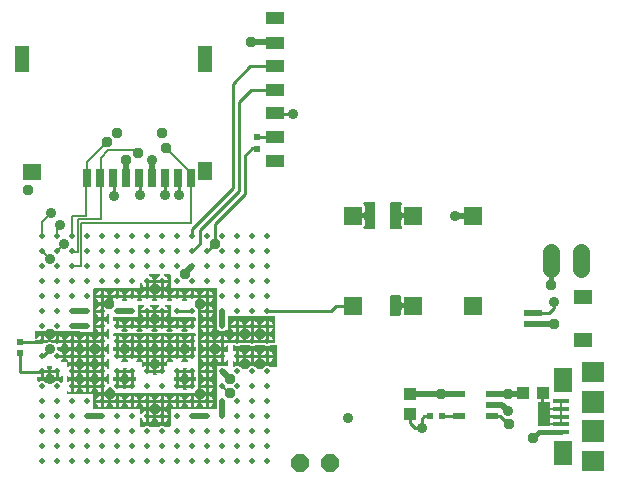
<source format=gbr>
G04 EAGLE Gerber RS-274X export*
G75*
%MOMM*%
%FSLAX34Y34*%
%LPD*%
%INTop Copper*%
%IPPOS*%
%AMOC8*
5,1,8,0,0,1.08239X$1,22.5*%
G01*
%ADD10C,0.500000*%
%ADD11R,1.509600X1.509600*%
%ADD12R,0.600000X0.500000*%
%ADD13R,0.700000X1.600000*%
%ADD14R,1.200000X1.600000*%
%ADD15R,1.200000X2.200000*%
%ADD16R,1.600000X1.400000*%
%ADD17R,1.500000X1.000000*%
%ADD18P,1.649562X8X202.500000*%
%ADD19R,1.100000X0.600000*%
%ADD20R,1.900000X1.800000*%
%ADD21R,1.900000X1.900000*%
%ADD22R,1.600000X2.100000*%
%ADD23R,1.350000X0.400000*%
%ADD24R,1.100000X1.000000*%
%ADD25R,1.000000X1.100000*%
%ADD26R,0.500000X0.600000*%
%ADD27C,1.422400*%
%ADD28R,1.600000X1.200000*%
%ADD29R,1.600000X0.600000*%
%ADD30C,0.254000*%
%ADD31C,0.508000*%
%ADD32C,0.914400*%
%ADD33C,0.959600*%
%ADD34C,0.152400*%
%ADD35C,0.406400*%

G36*
X58340Y122804D02*
X58340Y122804D01*
X58322Y122812D01*
X58307Y122825D01*
X58211Y122864D01*
X58117Y122907D01*
X58097Y122909D01*
X58079Y122917D01*
X57912Y122935D01*
X21336Y122935D01*
X21316Y122932D01*
X21297Y122934D01*
X21195Y122912D01*
X21093Y122896D01*
X21076Y122886D01*
X21056Y122882D01*
X20967Y122829D01*
X20876Y122780D01*
X20862Y122766D01*
X20845Y122756D01*
X20778Y122677D01*
X20707Y122602D01*
X20698Y122584D01*
X20685Y122569D01*
X20646Y122473D01*
X20603Y122379D01*
X20601Y122359D01*
X20593Y122341D01*
X20575Y122174D01*
X20575Y116838D01*
X20590Y116742D01*
X20600Y116645D01*
X20610Y116621D01*
X20615Y116595D01*
X20660Y116509D01*
X20700Y116420D01*
X20717Y116401D01*
X20730Y116378D01*
X20800Y116311D01*
X20866Y116239D01*
X20889Y116226D01*
X20908Y116208D01*
X20996Y116167D01*
X21082Y116120D01*
X21107Y116116D01*
X21131Y116105D01*
X21228Y116094D01*
X21324Y116077D01*
X21350Y116081D01*
X21375Y116078D01*
X21471Y116098D01*
X21567Y116112D01*
X21590Y116124D01*
X21616Y116130D01*
X21699Y116180D01*
X21786Y116224D01*
X21805Y116243D01*
X21827Y116256D01*
X21890Y116330D01*
X21958Y116400D01*
X21974Y116428D01*
X21987Y116443D01*
X21999Y116474D01*
X22039Y116547D01*
X22203Y116942D01*
X22755Y117767D01*
X23457Y118469D01*
X24282Y119021D01*
X25200Y119401D01*
X25421Y119445D01*
X25421Y115803D01*
X21336Y115803D01*
X21316Y115800D01*
X21297Y115802D01*
X21195Y115780D01*
X21093Y115764D01*
X21076Y115754D01*
X21056Y115750D01*
X20967Y115697D01*
X20876Y115648D01*
X20862Y115634D01*
X20845Y115624D01*
X20778Y115545D01*
X20707Y115470D01*
X20698Y115452D01*
X20685Y115437D01*
X20646Y115341D01*
X20603Y115247D01*
X20601Y115227D01*
X20593Y115209D01*
X20575Y115042D01*
X20575Y114066D01*
X20578Y114046D01*
X20576Y114026D01*
X20598Y113925D01*
X20615Y113823D01*
X20624Y113806D01*
X20628Y113786D01*
X20681Y113697D01*
X20730Y113606D01*
X20744Y113592D01*
X20754Y113575D01*
X20833Y113508D01*
X20908Y113436D01*
X20926Y113428D01*
X20941Y113415D01*
X21037Y113376D01*
X21131Y113333D01*
X21151Y113331D01*
X21169Y113323D01*
X21336Y113305D01*
X26182Y113305D01*
X26201Y113308D01*
X26221Y113306D01*
X26323Y113328D01*
X26425Y113344D01*
X26442Y113354D01*
X26462Y113358D01*
X26551Y113411D01*
X26642Y113460D01*
X26656Y113474D01*
X26673Y113484D01*
X26676Y113488D01*
X26730Y113436D01*
X26748Y113428D01*
X26763Y113415D01*
X26860Y113376D01*
X26953Y113333D01*
X26973Y113331D01*
X26991Y113323D01*
X27158Y113305D01*
X30478Y113305D01*
X30542Y113315D01*
X30608Y113316D01*
X30688Y113339D01*
X30720Y113344D01*
X30738Y113354D01*
X30769Y113363D01*
X31807Y113793D01*
X34233Y113793D01*
X35271Y113363D01*
X35335Y113348D01*
X35396Y113323D01*
X35478Y113314D01*
X35511Y113306D01*
X35530Y113308D01*
X35562Y113305D01*
X38882Y113305D01*
X38901Y113308D01*
X38921Y113306D01*
X39023Y113328D01*
X39125Y113344D01*
X39142Y113354D01*
X39162Y113358D01*
X39251Y113411D01*
X39342Y113460D01*
X39356Y113474D01*
X39373Y113484D01*
X39376Y113488D01*
X39430Y113436D01*
X39448Y113428D01*
X39463Y113415D01*
X39560Y113376D01*
X39653Y113333D01*
X39673Y113331D01*
X39691Y113323D01*
X39858Y113305D01*
X44261Y113305D01*
X44217Y113084D01*
X43837Y112166D01*
X43285Y111341D01*
X42583Y110639D01*
X41758Y110087D01*
X40840Y109707D01*
X39853Y109511D01*
X39839Y109512D01*
X39737Y109490D01*
X39635Y109474D01*
X39618Y109464D01*
X39598Y109460D01*
X39509Y109407D01*
X39418Y109358D01*
X39404Y109344D01*
X39387Y109334D01*
X39320Y109255D01*
X39248Y109180D01*
X39240Y109162D01*
X39227Y109147D01*
X39188Y109051D01*
X39145Y108957D01*
X39143Y108937D01*
X39135Y108919D01*
X39117Y108752D01*
X39117Y107656D01*
X39120Y107638D01*
X39118Y107620D01*
X39118Y107619D01*
X39118Y107616D01*
X39140Y107515D01*
X39156Y107413D01*
X39166Y107395D01*
X39170Y107376D01*
X39223Y107287D01*
X39272Y107196D01*
X39286Y107182D01*
X39296Y107165D01*
X39375Y107098D01*
X39450Y107026D01*
X39468Y107018D01*
X39483Y107005D01*
X39579Y106966D01*
X39673Y106923D01*
X39693Y106921D01*
X39712Y106913D01*
X39852Y106898D01*
X40840Y106701D01*
X41758Y106321D01*
X42583Y105769D01*
X43285Y105067D01*
X43837Y104242D01*
X44217Y103324D01*
X44261Y103103D01*
X39858Y103103D01*
X39839Y103100D01*
X39819Y103102D01*
X39717Y103080D01*
X39615Y103064D01*
X39598Y103054D01*
X39578Y103050D01*
X39489Y102997D01*
X39398Y102948D01*
X39384Y102934D01*
X39367Y102924D01*
X39300Y102845D01*
X39229Y102770D01*
X39220Y102752D01*
X39207Y102737D01*
X39169Y102641D01*
X39125Y102547D01*
X39123Y102527D01*
X39115Y102509D01*
X39097Y102342D01*
X39097Y101366D01*
X39100Y101346D01*
X39098Y101326D01*
X39120Y101225D01*
X39137Y101123D01*
X39146Y101106D01*
X39150Y101086D01*
X39203Y100997D01*
X39252Y100906D01*
X39266Y100892D01*
X39276Y100875D01*
X39355Y100808D01*
X39430Y100736D01*
X39448Y100728D01*
X39463Y100715D01*
X39560Y100676D01*
X39653Y100633D01*
X39673Y100631D01*
X39691Y100623D01*
X39858Y100605D01*
X44261Y100605D01*
X44217Y100384D01*
X43837Y99466D01*
X43285Y98641D01*
X42973Y98328D01*
X42931Y98270D01*
X42882Y98218D01*
X42860Y98171D01*
X42829Y98129D01*
X42808Y98060D01*
X42778Y97995D01*
X42772Y97943D01*
X42757Y97894D01*
X42759Y97822D01*
X42751Y97751D01*
X42762Y97700D01*
X42763Y97648D01*
X42788Y97580D01*
X42803Y97510D01*
X42830Y97465D01*
X42848Y97417D01*
X42893Y97361D01*
X42929Y97299D01*
X42969Y97265D01*
X43002Y97225D01*
X43062Y97186D01*
X43116Y97139D01*
X43165Y97120D01*
X43208Y97092D01*
X43278Y97074D01*
X43345Y97047D01*
X43416Y97039D01*
X43447Y97031D01*
X43470Y97033D01*
X43511Y97029D01*
X47753Y97029D01*
X47753Y93756D01*
X47772Y93638D01*
X47791Y93519D01*
X47792Y93516D01*
X47793Y93513D01*
X47848Y93409D01*
X47904Y93301D01*
X47906Y93298D01*
X47908Y93296D01*
X47994Y93214D01*
X48081Y93130D01*
X48084Y93129D01*
X48086Y93126D01*
X48194Y93076D01*
X48303Y93024D01*
X48306Y93024D01*
X48309Y93023D01*
X48427Y93010D01*
X48547Y92995D01*
X48550Y92996D01*
X48553Y92996D01*
X48670Y93021D01*
X48788Y93046D01*
X48791Y93047D01*
X48794Y93048D01*
X48803Y93054D01*
X48937Y93123D01*
X49682Y93621D01*
X50600Y94001D01*
X50821Y94045D01*
X50821Y89642D01*
X50824Y89623D01*
X50822Y89603D01*
X50844Y89501D01*
X50860Y89399D01*
X50870Y89382D01*
X50874Y89362D01*
X50927Y89273D01*
X50976Y89182D01*
X50990Y89168D01*
X51000Y89151D01*
X51004Y89148D01*
X50952Y89094D01*
X50944Y89076D01*
X50931Y89061D01*
X50892Y88964D01*
X50849Y88871D01*
X50847Y88851D01*
X50839Y88833D01*
X50821Y88666D01*
X50821Y84263D01*
X50600Y84307D01*
X49682Y84687D01*
X48937Y85185D01*
X48828Y85235D01*
X48719Y85285D01*
X48716Y85286D01*
X48713Y85287D01*
X48593Y85299D01*
X48475Y85312D01*
X48471Y85312D01*
X48468Y85312D01*
X48352Y85286D01*
X48234Y85260D01*
X48231Y85258D01*
X48228Y85258D01*
X48126Y85195D01*
X48023Y85134D01*
X48021Y85132D01*
X48018Y85130D01*
X47940Y85037D01*
X47863Y84947D01*
X47862Y84944D01*
X47860Y84942D01*
X47816Y84831D01*
X47771Y84719D01*
X47771Y84715D01*
X47770Y84713D01*
X47769Y84702D01*
X47753Y84552D01*
X47753Y81056D01*
X47772Y80938D01*
X47791Y80819D01*
X47792Y80816D01*
X47793Y80813D01*
X47848Y80709D01*
X47904Y80601D01*
X47906Y80598D01*
X47908Y80596D01*
X47993Y80515D01*
X48081Y80430D01*
X48084Y80429D01*
X48086Y80426D01*
X48194Y80376D01*
X48303Y80324D01*
X48306Y80324D01*
X48309Y80323D01*
X48427Y80310D01*
X48547Y80295D01*
X48550Y80296D01*
X48553Y80296D01*
X48670Y80321D01*
X48788Y80346D01*
X48791Y80347D01*
X48794Y80348D01*
X48803Y80354D01*
X48937Y80423D01*
X49682Y80921D01*
X50600Y81301D01*
X50821Y81345D01*
X50821Y76942D01*
X50824Y76923D01*
X50822Y76903D01*
X50844Y76801D01*
X50860Y76699D01*
X50870Y76682D01*
X50874Y76662D01*
X50927Y76573D01*
X50976Y76482D01*
X50990Y76468D01*
X51000Y76451D01*
X51004Y76448D01*
X50952Y76394D01*
X50944Y76376D01*
X50931Y76361D01*
X50892Y76264D01*
X50849Y76171D01*
X50847Y76151D01*
X50839Y76133D01*
X50821Y75966D01*
X50821Y71563D01*
X50600Y71607D01*
X49682Y71987D01*
X48937Y72485D01*
X48828Y72535D01*
X48719Y72585D01*
X48716Y72586D01*
X48713Y72587D01*
X48593Y72599D01*
X48475Y72612D01*
X48471Y72612D01*
X48468Y72612D01*
X48352Y72586D01*
X48234Y72560D01*
X48231Y72558D01*
X48228Y72558D01*
X48126Y72495D01*
X48023Y72434D01*
X48021Y72432D01*
X48018Y72430D01*
X47940Y72337D01*
X47863Y72247D01*
X47862Y72244D01*
X47860Y72242D01*
X47816Y72131D01*
X47771Y72019D01*
X47771Y72015D01*
X47770Y72013D01*
X47769Y72002D01*
X47753Y71852D01*
X47753Y70358D01*
X47756Y70338D01*
X47754Y70319D01*
X47776Y70217D01*
X47793Y70115D01*
X47802Y70098D01*
X47806Y70078D01*
X47859Y69989D01*
X47908Y69898D01*
X47922Y69884D01*
X47932Y69867D01*
X48011Y69800D01*
X48086Y69729D01*
X48104Y69720D01*
X48119Y69707D01*
X48215Y69668D01*
X48309Y69625D01*
X48329Y69623D01*
X48347Y69615D01*
X48514Y69597D01*
X69851Y69597D01*
X69851Y57912D01*
X69854Y57892D01*
X69852Y57873D01*
X69874Y57771D01*
X69891Y57669D01*
X69900Y57652D01*
X69904Y57632D01*
X69957Y57543D01*
X70006Y57452D01*
X70020Y57438D01*
X70030Y57421D01*
X70109Y57354D01*
X70184Y57283D01*
X70202Y57274D01*
X70217Y57261D01*
X70313Y57222D01*
X70407Y57179D01*
X70427Y57177D01*
X70445Y57169D01*
X70612Y57151D01*
X109475Y57151D01*
X109475Y53338D01*
X109490Y53242D01*
X109500Y53145D01*
X109510Y53121D01*
X109515Y53095D01*
X109560Y53009D01*
X109600Y52920D01*
X109617Y52901D01*
X109630Y52878D01*
X109700Y52811D01*
X109766Y52739D01*
X109789Y52726D01*
X109808Y52708D01*
X109896Y52667D01*
X109982Y52620D01*
X110007Y52616D01*
X110031Y52605D01*
X110128Y52594D01*
X110224Y52577D01*
X110250Y52581D01*
X110275Y52578D01*
X110371Y52598D01*
X110467Y52612D01*
X110490Y52624D01*
X110516Y52630D01*
X110599Y52680D01*
X110686Y52724D01*
X110705Y52743D01*
X110727Y52756D01*
X110790Y52830D01*
X110858Y52900D01*
X110874Y52928D01*
X110887Y52943D01*
X110899Y52974D01*
X110939Y53047D01*
X111103Y53442D01*
X111655Y54267D01*
X112357Y54969D01*
X113182Y55521D01*
X114100Y55901D01*
X114321Y55945D01*
X114321Y51542D01*
X114324Y51523D01*
X114322Y51503D01*
X114344Y51401D01*
X114360Y51299D01*
X114370Y51282D01*
X114374Y51262D01*
X114427Y51173D01*
X114476Y51082D01*
X114490Y51068D01*
X114500Y51051D01*
X114504Y51048D01*
X114452Y50994D01*
X114444Y50976D01*
X114431Y50961D01*
X114392Y50864D01*
X114349Y50771D01*
X114347Y50751D01*
X114339Y50733D01*
X114321Y50566D01*
X114321Y46163D01*
X114100Y46207D01*
X113182Y46587D01*
X112357Y47139D01*
X111655Y47841D01*
X111103Y48666D01*
X110939Y49061D01*
X110888Y49144D01*
X110842Y49230D01*
X110825Y49247D01*
X110821Y49253D01*
X110820Y49254D01*
X110810Y49270D01*
X110735Y49333D01*
X110664Y49400D01*
X110640Y49411D01*
X110620Y49427D01*
X110529Y49462D01*
X110441Y49503D01*
X110415Y49506D01*
X110391Y49516D01*
X110293Y49520D01*
X110197Y49530D01*
X110171Y49525D01*
X110145Y49526D01*
X110051Y49499D01*
X109956Y49478D01*
X109934Y49465D01*
X109909Y49457D01*
X109829Y49402D01*
X109745Y49352D01*
X109728Y49332D01*
X109707Y49317D01*
X109649Y49239D01*
X109608Y49191D01*
X109607Y49190D01*
X109606Y49190D01*
X109585Y49165D01*
X109575Y49141D01*
X109560Y49120D01*
X109530Y49027D01*
X109522Y49008D01*
X109503Y48967D01*
X109502Y48958D01*
X109493Y48937D01*
X109490Y48904D01*
X109484Y48886D01*
X109484Y48853D01*
X109475Y48770D01*
X109475Y42672D01*
X109478Y42652D01*
X109476Y42633D01*
X109498Y42531D01*
X109515Y42429D01*
X109524Y42412D01*
X109528Y42392D01*
X109581Y42303D01*
X109630Y42212D01*
X109644Y42198D01*
X109654Y42181D01*
X109733Y42114D01*
X109808Y42043D01*
X109826Y42034D01*
X109841Y42021D01*
X109937Y41982D01*
X110031Y41939D01*
X110051Y41937D01*
X110069Y41929D01*
X110236Y41911D01*
X113120Y41911D01*
X113210Y41926D01*
X113301Y41933D01*
X113330Y41945D01*
X113362Y41951D01*
X113443Y41993D01*
X113527Y42029D01*
X113559Y42055D01*
X113580Y42066D01*
X113602Y42089D01*
X113658Y42134D01*
X113903Y42379D01*
X117237Y42379D01*
X117482Y42134D01*
X117556Y42081D01*
X117626Y42021D01*
X117656Y42009D01*
X117682Y41990D01*
X117769Y41963D01*
X117854Y41929D01*
X117895Y41925D01*
X117917Y41918D01*
X117949Y41919D01*
X118020Y41911D01*
X125820Y41911D01*
X125910Y41926D01*
X126001Y41933D01*
X126030Y41945D01*
X126062Y41951D01*
X126143Y41993D01*
X126227Y42029D01*
X126259Y42055D01*
X126280Y42066D01*
X126302Y42089D01*
X126358Y42134D01*
X126603Y42379D01*
X129937Y42379D01*
X130182Y42134D01*
X130256Y42081D01*
X130326Y42021D01*
X130356Y42009D01*
X130382Y41990D01*
X130469Y41963D01*
X130554Y41929D01*
X130595Y41925D01*
X130617Y41918D01*
X130649Y41919D01*
X130720Y41911D01*
X134620Y41911D01*
X134640Y41914D01*
X134659Y41912D01*
X134761Y41934D01*
X134863Y41951D01*
X134880Y41960D01*
X134900Y41964D01*
X134989Y42017D01*
X135080Y42066D01*
X135094Y42080D01*
X135111Y42090D01*
X135178Y42169D01*
X135250Y42244D01*
X135258Y42262D01*
X135271Y42277D01*
X135310Y42373D01*
X135353Y42467D01*
X135355Y42487D01*
X135363Y42505D01*
X135381Y42672D01*
X135381Y57151D01*
X174244Y57151D01*
X174264Y57154D01*
X174283Y57152D01*
X174385Y57174D01*
X174487Y57191D01*
X174504Y57200D01*
X174524Y57204D01*
X174613Y57257D01*
X174704Y57306D01*
X174718Y57320D01*
X174735Y57330D01*
X174802Y57409D01*
X174874Y57484D01*
X174882Y57502D01*
X174895Y57517D01*
X174934Y57613D01*
X174977Y57707D01*
X174979Y57727D01*
X174987Y57745D01*
X175005Y57912D01*
X175005Y93727D01*
X183388Y93727D01*
X183408Y93730D01*
X183427Y93728D01*
X183529Y93750D01*
X183631Y93767D01*
X183648Y93776D01*
X183668Y93780D01*
X183757Y93833D01*
X183848Y93882D01*
X183862Y93896D01*
X183879Y93906D01*
X183946Y93985D01*
X184018Y94060D01*
X184026Y94078D01*
X184039Y94093D01*
X184078Y94189D01*
X184121Y94283D01*
X184123Y94303D01*
X184131Y94321D01*
X184149Y94488D01*
X184149Y97967D01*
X184138Y98037D01*
X184136Y98109D01*
X184118Y98158D01*
X184110Y98210D01*
X184076Y98273D01*
X184051Y98340D01*
X184019Y98381D01*
X183994Y98427D01*
X183943Y98476D01*
X183898Y98532D01*
X183854Y98560D01*
X183816Y98596D01*
X183751Y98626D01*
X183691Y98665D01*
X183640Y98678D01*
X183593Y98700D01*
X183522Y98708D01*
X183452Y98725D01*
X183400Y98721D01*
X183349Y98727D01*
X183278Y98712D01*
X183207Y98706D01*
X183159Y98686D01*
X183108Y98675D01*
X183047Y98638D01*
X182981Y98610D01*
X182925Y98565D01*
X182897Y98549D01*
X182882Y98531D01*
X182850Y98505D01*
X182283Y97939D01*
X181458Y97387D01*
X180540Y97007D01*
X180319Y96963D01*
X180319Y101366D01*
X180316Y101385D01*
X180318Y101405D01*
X180296Y101507D01*
X180280Y101609D01*
X180270Y101626D01*
X180266Y101646D01*
X180213Y101735D01*
X180164Y101826D01*
X180150Y101840D01*
X180140Y101857D01*
X180136Y101860D01*
X180188Y101914D01*
X180196Y101932D01*
X180209Y101947D01*
X180248Y102044D01*
X180291Y102137D01*
X180293Y102157D01*
X180301Y102175D01*
X180319Y102342D01*
X180319Y106745D01*
X180540Y106701D01*
X181458Y106321D01*
X182283Y105769D01*
X182850Y105203D01*
X182908Y105161D01*
X182960Y105112D01*
X183007Y105090D01*
X183049Y105059D01*
X183118Y105038D01*
X183183Y105008D01*
X183235Y105002D01*
X183285Y104987D01*
X183356Y104989D01*
X183427Y104981D01*
X183478Y104992D01*
X183530Y104993D01*
X183598Y105018D01*
X183668Y105033D01*
X183712Y105060D01*
X183761Y105078D01*
X183817Y105123D01*
X183879Y105159D01*
X183913Y105199D01*
X183953Y105232D01*
X183992Y105292D01*
X184039Y105346D01*
X184058Y105395D01*
X184086Y105438D01*
X184104Y105508D01*
X184131Y105575D01*
X184139Y105646D01*
X184147Y105677D01*
X184145Y105700D01*
X184149Y105741D01*
X184149Y110667D01*
X184138Y110737D01*
X184136Y110809D01*
X184118Y110858D01*
X184110Y110910D01*
X184076Y110973D01*
X184051Y111040D01*
X184019Y111081D01*
X183994Y111127D01*
X183943Y111176D01*
X183898Y111232D01*
X183854Y111260D01*
X183816Y111296D01*
X183751Y111326D01*
X183691Y111365D01*
X183640Y111378D01*
X183593Y111400D01*
X183522Y111408D01*
X183452Y111425D01*
X183400Y111421D01*
X183349Y111427D01*
X183278Y111412D01*
X183207Y111406D01*
X183159Y111386D01*
X183108Y111375D01*
X183047Y111338D01*
X182981Y111310D01*
X182925Y111265D01*
X182897Y111249D01*
X182882Y111231D01*
X182850Y111205D01*
X182283Y110639D01*
X181458Y110087D01*
X180540Y109707D01*
X180319Y109663D01*
X180319Y113305D01*
X184250Y113305D01*
X184252Y113301D01*
X184274Y113282D01*
X184291Y113258D01*
X184368Y113202D01*
X184439Y113141D01*
X184466Y113130D01*
X184490Y113113D01*
X184580Y113085D01*
X184667Y113049D01*
X184704Y113045D01*
X184724Y113039D01*
X184757Y113039D01*
X184834Y113031D01*
X186006Y113031D01*
X186099Y113046D01*
X186193Y113054D01*
X186220Y113066D01*
X186249Y113071D01*
X186332Y113115D01*
X186418Y113152D01*
X186440Y113172D01*
X186466Y113186D01*
X186531Y113254D01*
X186587Y113305D01*
X191282Y113305D01*
X191301Y113308D01*
X191321Y113306D01*
X191423Y113328D01*
X191525Y113344D01*
X191542Y113354D01*
X191562Y113358D01*
X191651Y113411D01*
X191742Y113460D01*
X191756Y113474D01*
X191773Y113484D01*
X191776Y113488D01*
X191830Y113436D01*
X191848Y113428D01*
X191863Y113415D01*
X191960Y113376D01*
X192053Y113333D01*
X192073Y113331D01*
X192091Y113323D01*
X192258Y113305D01*
X196950Y113305D01*
X196952Y113301D01*
X196974Y113282D01*
X196991Y113258D01*
X197068Y113202D01*
X197139Y113141D01*
X197166Y113130D01*
X197190Y113113D01*
X197280Y113085D01*
X197367Y113049D01*
X197404Y113045D01*
X197424Y113039D01*
X197457Y113039D01*
X197534Y113031D01*
X198706Y113031D01*
X198799Y113046D01*
X198893Y113054D01*
X198920Y113066D01*
X198949Y113071D01*
X199032Y113115D01*
X199118Y113152D01*
X199140Y113172D01*
X199166Y113186D01*
X199231Y113254D01*
X199287Y113305D01*
X203982Y113305D01*
X204001Y113308D01*
X204021Y113306D01*
X204123Y113328D01*
X204225Y113344D01*
X204242Y113354D01*
X204262Y113358D01*
X204351Y113411D01*
X204442Y113460D01*
X204456Y113474D01*
X204473Y113484D01*
X204476Y113488D01*
X204530Y113436D01*
X204548Y113428D01*
X204563Y113415D01*
X204660Y113376D01*
X204753Y113333D01*
X204773Y113331D01*
X204791Y113323D01*
X204958Y113305D01*
X209650Y113305D01*
X209652Y113301D01*
X209674Y113282D01*
X209691Y113258D01*
X209768Y113202D01*
X209839Y113141D01*
X209866Y113130D01*
X209890Y113113D01*
X209980Y113085D01*
X210067Y113049D01*
X210104Y113045D01*
X210124Y113039D01*
X210157Y113039D01*
X210234Y113031D01*
X211406Y113031D01*
X211499Y113046D01*
X211593Y113054D01*
X211620Y113066D01*
X211649Y113071D01*
X211732Y113115D01*
X211818Y113152D01*
X211840Y113172D01*
X211866Y113186D01*
X211931Y113254D01*
X211987Y113305D01*
X216682Y113305D01*
X216701Y113308D01*
X216721Y113306D01*
X216823Y113328D01*
X216925Y113344D01*
X216942Y113354D01*
X216962Y113358D01*
X217051Y113411D01*
X217142Y113460D01*
X217156Y113474D01*
X217173Y113484D01*
X217176Y113488D01*
X217230Y113436D01*
X217248Y113428D01*
X217263Y113415D01*
X217360Y113376D01*
X217453Y113333D01*
X217473Y113331D01*
X217491Y113323D01*
X217658Y113305D01*
X222350Y113305D01*
X222352Y113301D01*
X222374Y113282D01*
X222391Y113258D01*
X222468Y113202D01*
X222539Y113141D01*
X222566Y113130D01*
X222590Y113113D01*
X222680Y113085D01*
X222767Y113049D01*
X222804Y113045D01*
X222824Y113039D01*
X222857Y113039D01*
X222934Y113031D01*
X223012Y113031D01*
X223032Y113034D01*
X223051Y113032D01*
X223153Y113054D01*
X223255Y113071D01*
X223272Y113080D01*
X223292Y113084D01*
X223381Y113137D01*
X223472Y113186D01*
X223486Y113200D01*
X223503Y113210D01*
X223570Y113289D01*
X223642Y113364D01*
X223650Y113382D01*
X223663Y113397D01*
X223702Y113493D01*
X223745Y113587D01*
X223747Y113607D01*
X223755Y113625D01*
X223773Y113792D01*
X223773Y134874D01*
X223770Y134894D01*
X223772Y134913D01*
X223750Y135015D01*
X223734Y135117D01*
X223724Y135134D01*
X223720Y135154D01*
X223667Y135243D01*
X223618Y135334D01*
X223604Y135348D01*
X223594Y135365D01*
X223515Y135432D01*
X223440Y135504D01*
X223422Y135512D01*
X223407Y135525D01*
X223311Y135564D01*
X223217Y135607D01*
X223197Y135609D01*
X223179Y135617D01*
X223012Y135635D01*
X184404Y135635D01*
X184384Y135632D01*
X184365Y135634D01*
X184263Y135612D01*
X184161Y135596D01*
X184144Y135586D01*
X184124Y135582D01*
X184035Y135529D01*
X183944Y135480D01*
X183930Y135466D01*
X183913Y135456D01*
X183846Y135377D01*
X183775Y135302D01*
X183766Y135284D01*
X183753Y135269D01*
X183714Y135173D01*
X183671Y135079D01*
X183669Y135059D01*
X183661Y135041D01*
X183643Y134874D01*
X183643Y123697D01*
X181577Y123697D01*
X181487Y123683D01*
X181396Y123675D01*
X181366Y123663D01*
X181334Y123658D01*
X181254Y123615D01*
X181170Y123579D01*
X181137Y123553D01*
X181117Y123542D01*
X181109Y123534D01*
X181108Y123533D01*
X181093Y123518D01*
X181039Y123474D01*
X180754Y123189D01*
X177386Y123189D01*
X177101Y123474D01*
X177027Y123528D01*
X176958Y123587D01*
X176928Y123599D01*
X176902Y123618D01*
X176815Y123645D01*
X176730Y123679D01*
X176689Y123683D01*
X176667Y123690D01*
X176634Y123689D01*
X176563Y123697D01*
X175005Y123697D01*
X175005Y158496D01*
X175002Y158516D01*
X175004Y158535D01*
X174982Y158637D01*
X174966Y158739D01*
X174956Y158756D01*
X174952Y158776D01*
X174899Y158865D01*
X174850Y158956D01*
X174836Y158970D01*
X174826Y158987D01*
X174747Y159054D01*
X174672Y159126D01*
X174654Y159134D01*
X174639Y159147D01*
X174543Y159186D01*
X174449Y159229D01*
X174429Y159231D01*
X174411Y159239D01*
X174244Y159257D01*
X135381Y159257D01*
X135381Y170688D01*
X135378Y170708D01*
X135380Y170727D01*
X135358Y170829D01*
X135342Y170931D01*
X135332Y170948D01*
X135328Y170968D01*
X135275Y171057D01*
X135226Y171148D01*
X135212Y171162D01*
X135202Y171179D01*
X135123Y171246D01*
X135048Y171318D01*
X135030Y171326D01*
X135015Y171339D01*
X134919Y171378D01*
X134825Y171421D01*
X134805Y171423D01*
X134787Y171431D01*
X134620Y171449D01*
X130554Y171449D01*
X130458Y171434D01*
X130361Y171424D01*
X130337Y171414D01*
X130311Y171410D01*
X130225Y171364D01*
X130136Y171324D01*
X130117Y171307D01*
X130094Y171294D01*
X130027Y171224D01*
X129955Y171158D01*
X129942Y171135D01*
X129924Y171116D01*
X129883Y171028D01*
X129836Y170942D01*
X129832Y170917D01*
X129821Y170893D01*
X129810Y170796D01*
X129793Y170700D01*
X129797Y170675D01*
X129794Y170649D01*
X129814Y170553D01*
X129828Y170457D01*
X129840Y170434D01*
X129846Y170408D01*
X129896Y170325D01*
X129940Y170238D01*
X129959Y170220D01*
X129972Y170197D01*
X130046Y170134D01*
X130116Y170066D01*
X130144Y170050D01*
X130159Y170037D01*
X130190Y170025D01*
X130263Y169985D01*
X130658Y169821D01*
X131483Y169269D01*
X132185Y168567D01*
X132737Y167742D01*
X133117Y166824D01*
X133161Y166603D01*
X128758Y166603D01*
X128739Y166600D01*
X128719Y166602D01*
X128617Y166580D01*
X128515Y166564D01*
X128498Y166554D01*
X128478Y166550D01*
X128389Y166497D01*
X128298Y166448D01*
X128284Y166434D01*
X128267Y166424D01*
X128264Y166420D01*
X128210Y166472D01*
X128192Y166480D01*
X128177Y166493D01*
X128080Y166532D01*
X127987Y166575D01*
X127967Y166577D01*
X127949Y166585D01*
X127782Y166603D01*
X123379Y166603D01*
X123423Y166824D01*
X123803Y167742D01*
X124355Y168567D01*
X125057Y169269D01*
X125882Y169821D01*
X126277Y169985D01*
X126360Y170036D01*
X126446Y170082D01*
X126464Y170101D01*
X126487Y170114D01*
X126549Y170189D01*
X126616Y170260D01*
X126627Y170284D01*
X126643Y170304D01*
X126678Y170395D01*
X126719Y170483D01*
X126722Y170509D01*
X126732Y170533D01*
X126736Y170631D01*
X126746Y170727D01*
X126741Y170753D01*
X126742Y170779D01*
X126715Y170873D01*
X126694Y170968D01*
X126681Y170990D01*
X126673Y171015D01*
X126618Y171095D01*
X126568Y171179D01*
X126548Y171196D01*
X126533Y171217D01*
X126455Y171275D01*
X126381Y171339D01*
X126357Y171349D01*
X126336Y171364D01*
X126243Y171394D01*
X126153Y171431D01*
X126120Y171434D01*
X126102Y171440D01*
X126069Y171440D01*
X125986Y171449D01*
X117854Y171449D01*
X117758Y171434D01*
X117661Y171424D01*
X117637Y171414D01*
X117611Y171410D01*
X117525Y171364D01*
X117436Y171324D01*
X117417Y171307D01*
X117394Y171294D01*
X117327Y171224D01*
X117255Y171158D01*
X117242Y171135D01*
X117224Y171116D01*
X117183Y171028D01*
X117136Y170942D01*
X117132Y170917D01*
X117121Y170893D01*
X117110Y170796D01*
X117093Y170700D01*
X117097Y170675D01*
X117094Y170649D01*
X117114Y170553D01*
X117128Y170457D01*
X117140Y170434D01*
X117146Y170408D01*
X117196Y170325D01*
X117240Y170238D01*
X117259Y170220D01*
X117272Y170197D01*
X117346Y170134D01*
X117416Y170066D01*
X117444Y170050D01*
X117459Y170037D01*
X117490Y170025D01*
X117563Y169985D01*
X117958Y169821D01*
X118783Y169269D01*
X119485Y168567D01*
X120037Y167742D01*
X120417Y166824D01*
X120461Y166603D01*
X116058Y166603D01*
X116039Y166600D01*
X116019Y166602D01*
X115917Y166580D01*
X115815Y166564D01*
X115798Y166554D01*
X115778Y166550D01*
X115689Y166497D01*
X115598Y166448D01*
X115584Y166434D01*
X115567Y166424D01*
X115500Y166345D01*
X115429Y166270D01*
X115420Y166252D01*
X115407Y166237D01*
X115369Y166141D01*
X115325Y166047D01*
X115323Y166027D01*
X115315Y166009D01*
X115297Y165842D01*
X115297Y165627D01*
X115082Y165627D01*
X115062Y165624D01*
X115042Y165626D01*
X114941Y165604D01*
X114839Y165587D01*
X114822Y165578D01*
X114802Y165574D01*
X114713Y165521D01*
X114622Y165472D01*
X114608Y165458D01*
X114591Y165448D01*
X114524Y165369D01*
X114452Y165294D01*
X114444Y165276D01*
X114431Y165261D01*
X114392Y165164D01*
X114349Y165071D01*
X114347Y165051D01*
X114339Y165033D01*
X114321Y164866D01*
X114321Y160463D01*
X114100Y160507D01*
X113182Y160887D01*
X112357Y161439D01*
X111655Y162141D01*
X111103Y162966D01*
X110939Y163361D01*
X110888Y163444D01*
X110842Y163530D01*
X110824Y163548D01*
X110810Y163570D01*
X110735Y163633D01*
X110664Y163700D01*
X110640Y163711D01*
X110620Y163727D01*
X110529Y163762D01*
X110441Y163803D01*
X110415Y163806D01*
X110391Y163816D01*
X110293Y163820D01*
X110197Y163830D01*
X110171Y163825D01*
X110145Y163826D01*
X110051Y163799D01*
X109956Y163778D01*
X109934Y163765D01*
X109909Y163757D01*
X109829Y163702D01*
X109745Y163652D01*
X109728Y163632D01*
X109707Y163617D01*
X109649Y163539D01*
X109585Y163465D01*
X109575Y163441D01*
X109560Y163420D01*
X109530Y163327D01*
X109493Y163237D01*
X109490Y163204D01*
X109484Y163186D01*
X109484Y163153D01*
X109475Y163070D01*
X109475Y159257D01*
X70612Y159257D01*
X70592Y159254D01*
X70573Y159256D01*
X70471Y159234D01*
X70369Y159218D01*
X70352Y159208D01*
X70332Y159204D01*
X70243Y159151D01*
X70152Y159102D01*
X70138Y159088D01*
X70121Y159078D01*
X70054Y158999D01*
X69983Y158924D01*
X69974Y158906D01*
X69961Y158891D01*
X69922Y158794D01*
X69879Y158701D01*
X69877Y158681D01*
X69869Y158663D01*
X69851Y158496D01*
X69851Y122681D01*
X58475Y122681D01*
X58415Y122732D01*
X58340Y122804D01*
G37*
%LPC*%
G36*
X83565Y74170D02*
X83565Y74170D01*
X83550Y74266D01*
X83540Y74363D01*
X83530Y74387D01*
X83526Y74413D01*
X83480Y74499D01*
X83440Y74588D01*
X83423Y74607D01*
X83410Y74630D01*
X83340Y74697D01*
X83274Y74769D01*
X83251Y74782D01*
X83232Y74800D01*
X83144Y74841D01*
X83058Y74888D01*
X83033Y74892D01*
X83009Y74903D01*
X82912Y74914D01*
X82816Y74931D01*
X82791Y74927D01*
X82765Y74930D01*
X82669Y74910D01*
X82573Y74896D01*
X82550Y74884D01*
X82524Y74878D01*
X82441Y74828D01*
X82354Y74784D01*
X82336Y74765D01*
X82313Y74752D01*
X82250Y74678D01*
X82182Y74608D01*
X82166Y74580D01*
X82153Y74565D01*
X82141Y74534D01*
X82101Y74461D01*
X81937Y74066D01*
X81385Y73241D01*
X80683Y72539D01*
X79858Y71987D01*
X78940Y71607D01*
X78719Y71563D01*
X78719Y75966D01*
X78716Y75985D01*
X78718Y76005D01*
X78696Y76107D01*
X78680Y76209D01*
X78670Y76226D01*
X78666Y76246D01*
X78613Y76335D01*
X78564Y76426D01*
X78550Y76440D01*
X78540Y76457D01*
X78536Y76460D01*
X78588Y76514D01*
X78596Y76532D01*
X78609Y76547D01*
X78648Y76644D01*
X78691Y76737D01*
X78693Y76757D01*
X78701Y76775D01*
X78719Y76942D01*
X78719Y81345D01*
X78940Y81301D01*
X79858Y80921D01*
X80683Y80369D01*
X81385Y79667D01*
X81937Y78842D01*
X82101Y78447D01*
X82152Y78364D01*
X82198Y78278D01*
X82217Y78260D01*
X82230Y78237D01*
X82305Y78175D01*
X82376Y78108D01*
X82400Y78097D01*
X82420Y78081D01*
X82511Y78046D01*
X82599Y78005D01*
X82625Y78002D01*
X82649Y77992D01*
X82747Y77988D01*
X82843Y77978D01*
X82869Y77983D01*
X82895Y77982D01*
X82989Y78009D01*
X83084Y78030D01*
X83106Y78043D01*
X83131Y78051D01*
X83211Y78106D01*
X83295Y78156D01*
X83312Y78176D01*
X83333Y78191D01*
X83391Y78269D01*
X83455Y78343D01*
X83465Y78367D01*
X83480Y78388D01*
X83510Y78481D01*
X83547Y78571D01*
X83550Y78604D01*
X83556Y78622D01*
X83556Y78655D01*
X83565Y78738D01*
X83565Y86870D01*
X83550Y86966D01*
X83540Y87063D01*
X83530Y87087D01*
X83526Y87113D01*
X83480Y87199D01*
X83440Y87288D01*
X83423Y87307D01*
X83410Y87330D01*
X83340Y87397D01*
X83274Y87469D01*
X83251Y87482D01*
X83232Y87500D01*
X83144Y87541D01*
X83058Y87588D01*
X83033Y87592D01*
X83009Y87603D01*
X82912Y87614D01*
X82816Y87631D01*
X82791Y87627D01*
X82765Y87630D01*
X82669Y87610D01*
X82573Y87596D01*
X82550Y87584D01*
X82524Y87578D01*
X82441Y87528D01*
X82354Y87484D01*
X82336Y87465D01*
X82313Y87452D01*
X82250Y87378D01*
X82182Y87308D01*
X82166Y87280D01*
X82153Y87265D01*
X82141Y87234D01*
X82101Y87161D01*
X81937Y86766D01*
X81385Y85941D01*
X80683Y85239D01*
X79858Y84687D01*
X78940Y84307D01*
X78719Y84263D01*
X78719Y88666D01*
X78716Y88685D01*
X78718Y88705D01*
X78696Y88807D01*
X78680Y88909D01*
X78670Y88926D01*
X78666Y88946D01*
X78613Y89035D01*
X78564Y89126D01*
X78550Y89140D01*
X78540Y89157D01*
X78536Y89160D01*
X78588Y89214D01*
X78596Y89232D01*
X78609Y89247D01*
X78648Y89344D01*
X78691Y89437D01*
X78693Y89457D01*
X78701Y89475D01*
X78719Y89642D01*
X78719Y94045D01*
X78940Y94001D01*
X79858Y93621D01*
X80683Y93069D01*
X81385Y92367D01*
X81937Y91542D01*
X82101Y91147D01*
X82152Y91064D01*
X82198Y90978D01*
X82217Y90960D01*
X82230Y90937D01*
X82305Y90875D01*
X82376Y90808D01*
X82400Y90797D01*
X82420Y90781D01*
X82511Y90746D01*
X82599Y90705D01*
X82625Y90702D01*
X82649Y90692D01*
X82747Y90688D01*
X82843Y90678D01*
X82869Y90683D01*
X82895Y90682D01*
X82989Y90709D01*
X83084Y90730D01*
X83106Y90743D01*
X83131Y90751D01*
X83211Y90806D01*
X83295Y90856D01*
X83312Y90876D01*
X83333Y90891D01*
X83391Y90969D01*
X83455Y91043D01*
X83465Y91067D01*
X83480Y91088D01*
X83510Y91181D01*
X83547Y91271D01*
X83550Y91304D01*
X83556Y91322D01*
X83556Y91355D01*
X83565Y91438D01*
X83565Y99570D01*
X83550Y99666D01*
X83540Y99763D01*
X83530Y99787D01*
X83526Y99813D01*
X83480Y99899D01*
X83440Y99988D01*
X83423Y100007D01*
X83410Y100030D01*
X83340Y100097D01*
X83274Y100169D01*
X83251Y100182D01*
X83232Y100200D01*
X83144Y100241D01*
X83058Y100288D01*
X83033Y100292D01*
X83009Y100303D01*
X82912Y100314D01*
X82816Y100331D01*
X82791Y100327D01*
X82765Y100330D01*
X82669Y100310D01*
X82573Y100296D01*
X82550Y100284D01*
X82524Y100278D01*
X82441Y100228D01*
X82354Y100184D01*
X82336Y100165D01*
X82313Y100152D01*
X82250Y100078D01*
X82182Y100008D01*
X82166Y99980D01*
X82153Y99965D01*
X82141Y99934D01*
X82101Y99861D01*
X81937Y99466D01*
X81385Y98641D01*
X80683Y97939D01*
X79858Y97387D01*
X78940Y97007D01*
X78719Y96963D01*
X78719Y101366D01*
X78716Y101385D01*
X78718Y101405D01*
X78696Y101507D01*
X78680Y101609D01*
X78670Y101626D01*
X78666Y101646D01*
X78613Y101735D01*
X78564Y101826D01*
X78550Y101840D01*
X78540Y101857D01*
X78536Y101860D01*
X78588Y101914D01*
X78596Y101932D01*
X78609Y101947D01*
X78648Y102044D01*
X78691Y102137D01*
X78693Y102157D01*
X78701Y102175D01*
X78719Y102342D01*
X78719Y106745D01*
X78940Y106701D01*
X79858Y106321D01*
X80683Y105769D01*
X81385Y105067D01*
X81937Y104242D01*
X82101Y103847D01*
X82152Y103764D01*
X82198Y103678D01*
X82217Y103660D01*
X82230Y103637D01*
X82305Y103575D01*
X82376Y103508D01*
X82400Y103497D01*
X82420Y103481D01*
X82511Y103446D01*
X82599Y103405D01*
X82625Y103402D01*
X82649Y103392D01*
X82747Y103388D01*
X82843Y103378D01*
X82869Y103383D01*
X82895Y103382D01*
X82989Y103409D01*
X83084Y103430D01*
X83106Y103443D01*
X83131Y103451D01*
X83211Y103506D01*
X83295Y103556D01*
X83312Y103576D01*
X83333Y103591D01*
X83391Y103669D01*
X83455Y103743D01*
X83465Y103767D01*
X83480Y103788D01*
X83510Y103881D01*
X83547Y103971D01*
X83550Y104004D01*
X83556Y104022D01*
X83556Y104055D01*
X83565Y104138D01*
X83565Y112270D01*
X83550Y112366D01*
X83540Y112463D01*
X83530Y112487D01*
X83526Y112513D01*
X83480Y112599D01*
X83440Y112688D01*
X83423Y112707D01*
X83410Y112730D01*
X83340Y112797D01*
X83274Y112869D01*
X83251Y112882D01*
X83232Y112900D01*
X83144Y112941D01*
X83058Y112988D01*
X83033Y112992D01*
X83009Y113003D01*
X82912Y113014D01*
X82816Y113031D01*
X82791Y113027D01*
X82765Y113030D01*
X82669Y113010D01*
X82573Y112996D01*
X82550Y112984D01*
X82524Y112978D01*
X82441Y112928D01*
X82354Y112884D01*
X82336Y112865D01*
X82313Y112852D01*
X82250Y112778D01*
X82182Y112708D01*
X82166Y112680D01*
X82153Y112665D01*
X82141Y112634D01*
X82101Y112561D01*
X81937Y112166D01*
X81385Y111341D01*
X80683Y110639D01*
X79858Y110087D01*
X78940Y109707D01*
X78719Y109663D01*
X78719Y114066D01*
X78716Y114085D01*
X78718Y114105D01*
X78696Y114207D01*
X78680Y114309D01*
X78670Y114326D01*
X78666Y114346D01*
X78613Y114435D01*
X78564Y114526D01*
X78550Y114540D01*
X78540Y114557D01*
X78536Y114560D01*
X78588Y114614D01*
X78596Y114632D01*
X78609Y114647D01*
X78648Y114744D01*
X78691Y114837D01*
X78693Y114857D01*
X78701Y114875D01*
X78719Y115042D01*
X78719Y119445D01*
X78940Y119401D01*
X79858Y119021D01*
X80683Y118469D01*
X81385Y117767D01*
X81937Y116942D01*
X82101Y116547D01*
X82152Y116464D01*
X82198Y116378D01*
X82217Y116360D01*
X82230Y116337D01*
X82305Y116275D01*
X82376Y116208D01*
X82400Y116197D01*
X82420Y116181D01*
X82511Y116146D01*
X82599Y116105D01*
X82625Y116102D01*
X82649Y116092D01*
X82747Y116088D01*
X82843Y116078D01*
X82869Y116083D01*
X82895Y116082D01*
X82989Y116109D01*
X83084Y116130D01*
X83106Y116143D01*
X83131Y116151D01*
X83211Y116206D01*
X83295Y116256D01*
X83312Y116276D01*
X83333Y116291D01*
X83391Y116369D01*
X83455Y116443D01*
X83465Y116467D01*
X83480Y116488D01*
X83510Y116581D01*
X83547Y116671D01*
X83550Y116704D01*
X83556Y116722D01*
X83556Y116755D01*
X83565Y116838D01*
X83565Y124970D01*
X83550Y125066D01*
X83540Y125163D01*
X83530Y125187D01*
X83526Y125213D01*
X83480Y125299D01*
X83440Y125388D01*
X83423Y125407D01*
X83410Y125430D01*
X83340Y125497D01*
X83274Y125569D01*
X83251Y125582D01*
X83232Y125600D01*
X83144Y125641D01*
X83058Y125688D01*
X83033Y125692D01*
X83009Y125703D01*
X82912Y125714D01*
X82816Y125731D01*
X82790Y125728D01*
X82765Y125730D01*
X82669Y125710D01*
X82573Y125696D01*
X82550Y125684D01*
X82524Y125678D01*
X82441Y125628D01*
X82354Y125584D01*
X82335Y125565D01*
X82313Y125552D01*
X82250Y125478D01*
X82182Y125408D01*
X82166Y125380D01*
X82153Y125365D01*
X82141Y125334D01*
X82101Y125261D01*
X81937Y124866D01*
X81385Y124041D01*
X80683Y123339D01*
X79858Y122787D01*
X78940Y122407D01*
X78719Y122363D01*
X78719Y126766D01*
X78716Y126785D01*
X78718Y126805D01*
X78696Y126907D01*
X78680Y127009D01*
X78670Y127026D01*
X78666Y127046D01*
X78613Y127135D01*
X78564Y127226D01*
X78550Y127240D01*
X78540Y127257D01*
X78536Y127260D01*
X78588Y127314D01*
X78596Y127332D01*
X78609Y127347D01*
X78648Y127444D01*
X78691Y127537D01*
X78693Y127557D01*
X78701Y127575D01*
X78719Y127742D01*
X78719Y132145D01*
X78940Y132101D01*
X79858Y131721D01*
X80683Y131169D01*
X81385Y130467D01*
X81937Y129642D01*
X82101Y129247D01*
X82152Y129164D01*
X82198Y129078D01*
X82217Y129060D01*
X82230Y129037D01*
X82305Y128975D01*
X82376Y128908D01*
X82400Y128897D01*
X82420Y128881D01*
X82511Y128846D01*
X82599Y128805D01*
X82625Y128802D01*
X82649Y128792D01*
X82747Y128788D01*
X82843Y128778D01*
X82869Y128783D01*
X82895Y128782D01*
X82989Y128809D01*
X83084Y128830D01*
X83106Y128843D01*
X83131Y128851D01*
X83211Y128906D01*
X83295Y128956D01*
X83312Y128976D01*
X83333Y128991D01*
X83392Y129069D01*
X83455Y129143D01*
X83465Y129167D01*
X83480Y129188D01*
X83510Y129281D01*
X83547Y129371D01*
X83550Y129404D01*
X83556Y129422D01*
X83556Y129455D01*
X83565Y129538D01*
X83565Y137670D01*
X83550Y137766D01*
X83540Y137863D01*
X83530Y137887D01*
X83526Y137913D01*
X83480Y137999D01*
X83440Y138088D01*
X83423Y138107D01*
X83410Y138130D01*
X83340Y138197D01*
X83274Y138269D01*
X83251Y138282D01*
X83232Y138300D01*
X83144Y138341D01*
X83058Y138388D01*
X83033Y138392D01*
X83009Y138403D01*
X82912Y138414D01*
X82816Y138431D01*
X82790Y138428D01*
X82765Y138430D01*
X82669Y138410D01*
X82573Y138396D01*
X82550Y138384D01*
X82524Y138378D01*
X82441Y138328D01*
X82354Y138284D01*
X82335Y138265D01*
X82313Y138252D01*
X82250Y138178D01*
X82182Y138108D01*
X82166Y138080D01*
X82153Y138065D01*
X82141Y138034D01*
X82101Y137961D01*
X81937Y137566D01*
X81385Y136741D01*
X80683Y136039D01*
X79858Y135487D01*
X78940Y135107D01*
X78719Y135063D01*
X78719Y139466D01*
X78716Y139485D01*
X78718Y139505D01*
X78696Y139607D01*
X78680Y139709D01*
X78670Y139726D01*
X78666Y139746D01*
X78613Y139835D01*
X78564Y139926D01*
X78550Y139940D01*
X78540Y139957D01*
X78536Y139960D01*
X78588Y140014D01*
X78596Y140032D01*
X78609Y140047D01*
X78648Y140144D01*
X78691Y140237D01*
X78693Y140257D01*
X78701Y140275D01*
X78719Y140442D01*
X78719Y144845D01*
X78940Y144801D01*
X79858Y144421D01*
X80683Y143869D01*
X81385Y143167D01*
X81937Y142342D01*
X82101Y141947D01*
X82152Y141864D01*
X82198Y141778D01*
X82217Y141760D01*
X82230Y141737D01*
X82305Y141675D01*
X82376Y141608D01*
X82400Y141597D01*
X82420Y141581D01*
X82511Y141546D01*
X82599Y141505D01*
X82625Y141502D01*
X82649Y141492D01*
X82747Y141488D01*
X82843Y141478D01*
X82869Y141483D01*
X82895Y141482D01*
X82989Y141509D01*
X83084Y141530D01*
X83106Y141543D01*
X83131Y141551D01*
X83211Y141606D01*
X83295Y141656D01*
X83312Y141676D01*
X83333Y141691D01*
X83392Y141769D01*
X83455Y141843D01*
X83465Y141867D01*
X83480Y141888D01*
X83510Y141981D01*
X83547Y142071D01*
X83550Y142104D01*
X83556Y142122D01*
X83556Y142155D01*
X83565Y142238D01*
X83565Y148591D01*
X85398Y148591D01*
X85516Y148610D01*
X85635Y148629D01*
X85638Y148630D01*
X85641Y148631D01*
X85746Y148686D01*
X85854Y148742D01*
X85856Y148744D01*
X85858Y148746D01*
X85940Y148832D01*
X86024Y148919D01*
X86026Y148922D01*
X86028Y148924D01*
X86078Y149032D01*
X86130Y149141D01*
X86130Y149144D01*
X86131Y149147D01*
X86145Y149265D01*
X86159Y149385D01*
X86158Y149388D01*
X86159Y149391D01*
X86133Y149508D01*
X86109Y149626D01*
X86107Y149629D01*
X86106Y149632D01*
X86101Y149641D01*
X86031Y149775D01*
X85703Y150266D01*
X85323Y151184D01*
X85279Y151405D01*
X89682Y151405D01*
X89701Y151408D01*
X89721Y151406D01*
X89823Y151428D01*
X89925Y151444D01*
X89942Y151454D01*
X89962Y151458D01*
X90051Y151511D01*
X90142Y151560D01*
X90156Y151574D01*
X90173Y151584D01*
X90176Y151588D01*
X90230Y151536D01*
X90248Y151528D01*
X90263Y151515D01*
X90360Y151476D01*
X90453Y151433D01*
X90473Y151431D01*
X90491Y151423D01*
X90658Y151405D01*
X95061Y151405D01*
X95017Y151184D01*
X94637Y150266D01*
X94309Y149775D01*
X94259Y149666D01*
X94209Y149557D01*
X94208Y149554D01*
X94207Y149551D01*
X94195Y149431D01*
X94181Y149313D01*
X94182Y149309D01*
X94182Y149306D01*
X94208Y149188D01*
X94234Y149072D01*
X94235Y149069D01*
X94236Y149066D01*
X94298Y148964D01*
X94360Y148861D01*
X94362Y148859D01*
X94364Y148856D01*
X94456Y148779D01*
X94547Y148701D01*
X94550Y148700D01*
X94552Y148698D01*
X94663Y148654D01*
X94775Y148609D01*
X94779Y148609D01*
X94781Y148608D01*
X94792Y148607D01*
X94942Y148591D01*
X98098Y148591D01*
X98216Y148610D01*
X98335Y148629D01*
X98338Y148630D01*
X98341Y148631D01*
X98446Y148686D01*
X98554Y148742D01*
X98556Y148744D01*
X98558Y148746D01*
X98640Y148832D01*
X98724Y148919D01*
X98726Y148922D01*
X98728Y148924D01*
X98778Y149032D01*
X98830Y149141D01*
X98830Y149144D01*
X98831Y149147D01*
X98845Y149265D01*
X98859Y149385D01*
X98858Y149388D01*
X98859Y149391D01*
X98833Y149508D01*
X98809Y149626D01*
X98807Y149629D01*
X98806Y149632D01*
X98801Y149641D01*
X98731Y149775D01*
X98403Y150266D01*
X98023Y151184D01*
X97979Y151405D01*
X102382Y151405D01*
X102401Y151408D01*
X102421Y151406D01*
X102523Y151428D01*
X102625Y151444D01*
X102642Y151454D01*
X102662Y151458D01*
X102751Y151511D01*
X102842Y151560D01*
X102856Y151574D01*
X102873Y151584D01*
X102876Y151588D01*
X102930Y151536D01*
X102948Y151528D01*
X102963Y151515D01*
X103060Y151476D01*
X103153Y151433D01*
X103173Y151431D01*
X103191Y151423D01*
X103358Y151405D01*
X107761Y151405D01*
X107717Y151184D01*
X107337Y150266D01*
X107009Y149775D01*
X106959Y149666D01*
X106909Y149557D01*
X106908Y149554D01*
X106907Y149551D01*
X106895Y149431D01*
X106881Y149313D01*
X106882Y149309D01*
X106882Y149306D01*
X106908Y149188D01*
X106934Y149072D01*
X106935Y149069D01*
X106936Y149066D01*
X106998Y148964D01*
X107060Y148861D01*
X107062Y148859D01*
X107064Y148856D01*
X107156Y148779D01*
X107247Y148701D01*
X107250Y148700D01*
X107252Y148698D01*
X107363Y148654D01*
X107475Y148609D01*
X107479Y148609D01*
X107481Y148608D01*
X107492Y148607D01*
X107642Y148591D01*
X110798Y148591D01*
X110916Y148610D01*
X111035Y148629D01*
X111038Y148630D01*
X111041Y148631D01*
X111146Y148686D01*
X111254Y148742D01*
X111256Y148744D01*
X111258Y148746D01*
X111340Y148832D01*
X111424Y148919D01*
X111426Y148922D01*
X111428Y148924D01*
X111478Y149032D01*
X111530Y149141D01*
X111530Y149144D01*
X111531Y149147D01*
X111545Y149265D01*
X111559Y149385D01*
X111558Y149388D01*
X111559Y149391D01*
X111533Y149508D01*
X111509Y149626D01*
X111507Y149629D01*
X111506Y149632D01*
X111501Y149641D01*
X111431Y149775D01*
X111103Y150266D01*
X110723Y151184D01*
X110679Y151405D01*
X115082Y151405D01*
X115101Y151408D01*
X115121Y151406D01*
X115223Y151428D01*
X115325Y151444D01*
X115342Y151454D01*
X115362Y151458D01*
X115451Y151511D01*
X115542Y151560D01*
X115556Y151574D01*
X115573Y151584D01*
X115576Y151588D01*
X115630Y151536D01*
X115648Y151528D01*
X115663Y151515D01*
X115760Y151476D01*
X115853Y151433D01*
X115873Y151431D01*
X115891Y151423D01*
X116058Y151405D01*
X120461Y151405D01*
X120417Y151184D01*
X120037Y150266D01*
X119709Y149775D01*
X119659Y149666D01*
X119609Y149557D01*
X119608Y149554D01*
X119607Y149551D01*
X119595Y149431D01*
X119581Y149313D01*
X119582Y149309D01*
X119582Y149306D01*
X119608Y149188D01*
X119634Y149072D01*
X119635Y149069D01*
X119636Y149066D01*
X119698Y148964D01*
X119760Y148861D01*
X119762Y148859D01*
X119764Y148856D01*
X119856Y148779D01*
X119947Y148701D01*
X119950Y148700D01*
X119952Y148698D01*
X120063Y148654D01*
X120175Y148609D01*
X120179Y148609D01*
X120181Y148608D01*
X120192Y148607D01*
X120342Y148591D01*
X123498Y148591D01*
X123616Y148610D01*
X123735Y148629D01*
X123738Y148630D01*
X123741Y148631D01*
X123846Y148686D01*
X123954Y148742D01*
X123956Y148744D01*
X123958Y148746D01*
X124040Y148832D01*
X124124Y148919D01*
X124126Y148922D01*
X124128Y148924D01*
X124178Y149032D01*
X124230Y149141D01*
X124230Y149144D01*
X124231Y149147D01*
X124245Y149265D01*
X124259Y149385D01*
X124258Y149388D01*
X124259Y149391D01*
X124233Y149508D01*
X124209Y149626D01*
X124207Y149629D01*
X124206Y149632D01*
X124201Y149641D01*
X124131Y149775D01*
X123803Y150266D01*
X123423Y151184D01*
X123379Y151405D01*
X127782Y151405D01*
X127801Y151408D01*
X127821Y151406D01*
X127923Y151428D01*
X128025Y151444D01*
X128042Y151454D01*
X128062Y151458D01*
X128151Y151511D01*
X128242Y151560D01*
X128256Y151574D01*
X128273Y151584D01*
X128276Y151588D01*
X128330Y151536D01*
X128348Y151528D01*
X128363Y151515D01*
X128460Y151476D01*
X128553Y151433D01*
X128573Y151431D01*
X128591Y151423D01*
X128758Y151405D01*
X133161Y151405D01*
X133117Y151184D01*
X132737Y150266D01*
X132409Y149775D01*
X132359Y149666D01*
X132309Y149557D01*
X132308Y149554D01*
X132307Y149551D01*
X132295Y149431D01*
X132281Y149313D01*
X132282Y149309D01*
X132282Y149306D01*
X132308Y149188D01*
X132334Y149072D01*
X132335Y149069D01*
X132336Y149066D01*
X132398Y148964D01*
X132460Y148861D01*
X132462Y148859D01*
X132464Y148856D01*
X132556Y148779D01*
X132647Y148701D01*
X132650Y148700D01*
X132652Y148698D01*
X132763Y148654D01*
X132875Y148609D01*
X132879Y148609D01*
X132881Y148608D01*
X132892Y148607D01*
X133042Y148591D01*
X136198Y148591D01*
X136316Y148610D01*
X136435Y148629D01*
X136438Y148630D01*
X136441Y148631D01*
X136546Y148686D01*
X136654Y148742D01*
X136656Y148744D01*
X136658Y148746D01*
X136740Y148832D01*
X136824Y148919D01*
X136826Y148922D01*
X136828Y148924D01*
X136878Y149032D01*
X136930Y149141D01*
X136930Y149144D01*
X136931Y149147D01*
X136945Y149265D01*
X136959Y149385D01*
X136958Y149388D01*
X136959Y149391D01*
X136933Y149508D01*
X136909Y149626D01*
X136907Y149629D01*
X136906Y149632D01*
X136901Y149641D01*
X136831Y149775D01*
X136503Y150266D01*
X136123Y151184D01*
X136079Y151405D01*
X140482Y151405D01*
X140501Y151408D01*
X140521Y151406D01*
X140623Y151428D01*
X140725Y151444D01*
X140742Y151454D01*
X140762Y151458D01*
X140851Y151511D01*
X140942Y151560D01*
X140956Y151574D01*
X140973Y151584D01*
X140976Y151588D01*
X141030Y151536D01*
X141048Y151528D01*
X141063Y151515D01*
X141160Y151476D01*
X141253Y151433D01*
X141273Y151431D01*
X141291Y151423D01*
X141458Y151405D01*
X145861Y151405D01*
X145817Y151184D01*
X145437Y150266D01*
X145109Y149775D01*
X145059Y149666D01*
X145009Y149557D01*
X145008Y149554D01*
X145007Y149551D01*
X144995Y149431D01*
X144981Y149313D01*
X144982Y149309D01*
X144982Y149306D01*
X145008Y149188D01*
X145034Y149072D01*
X145035Y149069D01*
X145036Y149066D01*
X145098Y148964D01*
X145160Y148861D01*
X145162Y148859D01*
X145164Y148856D01*
X145256Y148779D01*
X145347Y148701D01*
X145350Y148700D01*
X145352Y148698D01*
X145463Y148654D01*
X145575Y148609D01*
X145579Y148609D01*
X145581Y148608D01*
X145592Y148607D01*
X145742Y148591D01*
X148898Y148591D01*
X149016Y148610D01*
X149135Y148629D01*
X149138Y148630D01*
X149141Y148631D01*
X149246Y148686D01*
X149354Y148742D01*
X149356Y148744D01*
X149358Y148746D01*
X149440Y148832D01*
X149524Y148919D01*
X149526Y148922D01*
X149528Y148924D01*
X149578Y149032D01*
X149630Y149141D01*
X149630Y149144D01*
X149631Y149147D01*
X149645Y149265D01*
X149659Y149385D01*
X149658Y149388D01*
X149659Y149391D01*
X149633Y149508D01*
X149609Y149626D01*
X149607Y149629D01*
X149606Y149632D01*
X149601Y149641D01*
X149531Y149775D01*
X149203Y150266D01*
X148823Y151184D01*
X148779Y151405D01*
X153182Y151405D01*
X153201Y151408D01*
X153221Y151406D01*
X153323Y151428D01*
X153425Y151444D01*
X153442Y151454D01*
X153462Y151458D01*
X153551Y151511D01*
X153642Y151560D01*
X153656Y151574D01*
X153673Y151584D01*
X153676Y151588D01*
X153730Y151536D01*
X153748Y151528D01*
X153763Y151515D01*
X153860Y151476D01*
X153953Y151433D01*
X153973Y151431D01*
X153991Y151423D01*
X154158Y151405D01*
X158561Y151405D01*
X158517Y151184D01*
X158137Y150266D01*
X157809Y149775D01*
X157759Y149666D01*
X157709Y149557D01*
X157708Y149554D01*
X157707Y149551D01*
X157695Y149431D01*
X157681Y149313D01*
X157682Y149309D01*
X157682Y149306D01*
X157708Y149188D01*
X157734Y149072D01*
X157735Y149069D01*
X157736Y149066D01*
X157798Y148964D01*
X157860Y148861D01*
X157862Y148859D01*
X157864Y148856D01*
X157956Y148779D01*
X158047Y148701D01*
X158050Y148700D01*
X158052Y148698D01*
X158163Y148654D01*
X158243Y148622D01*
X158243Y70865D01*
X83565Y70865D01*
X83565Y74170D01*
G37*
%LPD*%
G36*
X122982Y86114D02*
X122982Y86114D01*
X123028Y86112D01*
X123103Y86134D01*
X123180Y86147D01*
X123220Y86168D01*
X123264Y86181D01*
X123328Y86225D01*
X123397Y86262D01*
X123429Y86295D01*
X123466Y86321D01*
X123513Y86384D01*
X123566Y86440D01*
X123586Y86482D01*
X123613Y86518D01*
X123637Y86592D01*
X123670Y86663D01*
X123675Y86709D01*
X123689Y86752D01*
X123689Y86830D01*
X123697Y86907D01*
X123687Y86952D01*
X123687Y86998D01*
X123649Y87129D01*
X123645Y87148D01*
X123642Y87152D01*
X123640Y87159D01*
X123423Y87684D01*
X123379Y87905D01*
X127782Y87905D01*
X127801Y87908D01*
X127821Y87906D01*
X127923Y87928D01*
X128025Y87944D01*
X128042Y87954D01*
X128062Y87958D01*
X128151Y88011D01*
X128242Y88060D01*
X128256Y88074D01*
X128273Y88084D01*
X128340Y88163D01*
X128411Y88238D01*
X128420Y88256D01*
X128433Y88271D01*
X128471Y88367D01*
X128515Y88461D01*
X128517Y88481D01*
X128525Y88499D01*
X128543Y88666D01*
X128543Y88881D01*
X128758Y88881D01*
X128778Y88884D01*
X128797Y88882D01*
X128899Y88904D01*
X129001Y88921D01*
X129018Y88930D01*
X129038Y88934D01*
X129127Y88987D01*
X129218Y89036D01*
X129232Y89050D01*
X129249Y89060D01*
X129316Y89139D01*
X129388Y89214D01*
X129396Y89232D01*
X129409Y89247D01*
X129448Y89344D01*
X129491Y89437D01*
X129493Y89457D01*
X129501Y89475D01*
X129519Y89642D01*
X129519Y94045D01*
X129740Y94001D01*
X130658Y93621D01*
X131149Y93293D01*
X131260Y93242D01*
X131367Y93193D01*
X131370Y93192D01*
X131373Y93191D01*
X131493Y93179D01*
X131611Y93165D01*
X131615Y93166D01*
X131618Y93166D01*
X131734Y93192D01*
X131852Y93218D01*
X131855Y93219D01*
X131858Y93220D01*
X131960Y93283D01*
X132063Y93344D01*
X132065Y93346D01*
X132068Y93348D01*
X132144Y93439D01*
X132223Y93531D01*
X132224Y93534D01*
X132226Y93536D01*
X132269Y93645D01*
X132315Y93759D01*
X132315Y93763D01*
X132316Y93765D01*
X132317Y93776D01*
X132333Y93926D01*
X132333Y96775D01*
X137083Y96775D01*
X137153Y96786D01*
X137225Y96788D01*
X137274Y96806D01*
X137326Y96815D01*
X137389Y96848D01*
X137456Y96873D01*
X137497Y96905D01*
X137543Y96930D01*
X137592Y96982D01*
X137648Y97026D01*
X137676Y97070D01*
X137712Y97108D01*
X137742Y97173D01*
X137781Y97233D01*
X137794Y97284D01*
X137816Y97331D01*
X137824Y97402D01*
X137841Y97472D01*
X137837Y97524D01*
X137843Y97575D01*
X137828Y97646D01*
X137822Y97717D01*
X137802Y97765D01*
X137791Y97816D01*
X137754Y97877D01*
X137726Y97943D01*
X137681Y97999D01*
X137665Y98027D01*
X137647Y98042D01*
X137621Y98074D01*
X137055Y98641D01*
X136503Y99466D01*
X136123Y100384D01*
X136079Y100605D01*
X140482Y100605D01*
X140501Y100608D01*
X140521Y100606D01*
X140623Y100628D01*
X140725Y100644D01*
X140742Y100654D01*
X140762Y100658D01*
X140851Y100711D01*
X140942Y100760D01*
X140956Y100774D01*
X140973Y100784D01*
X140976Y100788D01*
X141030Y100736D01*
X141048Y100728D01*
X141063Y100715D01*
X141160Y100676D01*
X141253Y100633D01*
X141273Y100631D01*
X141291Y100623D01*
X141458Y100605D01*
X145861Y100605D01*
X145817Y100384D01*
X145437Y99466D01*
X144885Y98641D01*
X144319Y98074D01*
X144277Y98016D01*
X144228Y97964D01*
X144206Y97917D01*
X144175Y97875D01*
X144154Y97806D01*
X144124Y97741D01*
X144118Y97689D01*
X144103Y97639D01*
X144105Y97568D01*
X144097Y97497D01*
X144108Y97446D01*
X144109Y97394D01*
X144134Y97326D01*
X144149Y97256D01*
X144176Y97211D01*
X144194Y97163D01*
X144239Y97107D01*
X144275Y97045D01*
X144315Y97011D01*
X144348Y96971D01*
X144408Y96932D01*
X144462Y96885D01*
X144511Y96866D01*
X144554Y96838D01*
X144624Y96820D01*
X144691Y96793D01*
X144762Y96785D01*
X144793Y96777D01*
X144816Y96779D01*
X144857Y96775D01*
X149783Y96775D01*
X149853Y96786D01*
X149925Y96788D01*
X149974Y96806D01*
X150026Y96815D01*
X150089Y96848D01*
X150156Y96873D01*
X150197Y96905D01*
X150243Y96930D01*
X150292Y96982D01*
X150348Y97026D01*
X150376Y97070D01*
X150412Y97108D01*
X150442Y97173D01*
X150481Y97233D01*
X150494Y97284D01*
X150516Y97331D01*
X150524Y97402D01*
X150541Y97472D01*
X150537Y97524D01*
X150543Y97575D01*
X150528Y97646D01*
X150522Y97717D01*
X150502Y97765D01*
X150491Y97816D01*
X150454Y97877D01*
X150426Y97943D01*
X150381Y97999D01*
X150365Y98027D01*
X150347Y98042D01*
X150321Y98074D01*
X149755Y98641D01*
X149203Y99466D01*
X148823Y100384D01*
X148779Y100605D01*
X153182Y100605D01*
X153201Y100608D01*
X153221Y100606D01*
X153323Y100628D01*
X153425Y100644D01*
X153442Y100654D01*
X153462Y100658D01*
X153551Y100711D01*
X153642Y100760D01*
X153656Y100774D01*
X153673Y100784D01*
X153740Y100863D01*
X153811Y100938D01*
X153820Y100956D01*
X153833Y100971D01*
X153871Y101067D01*
X153915Y101161D01*
X153917Y101181D01*
X153925Y101199D01*
X153943Y101366D01*
X153943Y101581D01*
X154158Y101581D01*
X154178Y101584D01*
X154197Y101582D01*
X154299Y101604D01*
X154401Y101621D01*
X154418Y101630D01*
X154438Y101634D01*
X154527Y101687D01*
X154618Y101736D01*
X154632Y101750D01*
X154649Y101760D01*
X154716Y101839D01*
X154788Y101914D01*
X154796Y101932D01*
X154809Y101947D01*
X154848Y102044D01*
X154891Y102137D01*
X154893Y102157D01*
X154901Y102175D01*
X154919Y102342D01*
X154919Y106745D01*
X155140Y106701D01*
X155665Y106484D01*
X155709Y106473D01*
X155751Y106454D01*
X155828Y106445D01*
X155904Y106428D01*
X155950Y106432D01*
X155995Y106427D01*
X156072Y106443D01*
X156149Y106451D01*
X156191Y106469D01*
X156236Y106479D01*
X156303Y106519D01*
X156374Y106551D01*
X156408Y106582D01*
X156447Y106605D01*
X156498Y106664D01*
X156555Y106717D01*
X156577Y106757D01*
X156607Y106792D01*
X156636Y106864D01*
X156673Y106933D01*
X156682Y106978D01*
X156699Y107020D01*
X156714Y107156D01*
X156717Y107175D01*
X156716Y107180D01*
X156717Y107187D01*
X156717Y109221D01*
X156710Y109266D01*
X156712Y109312D01*
X156690Y109387D01*
X156678Y109464D01*
X156656Y109504D01*
X156643Y109548D01*
X156599Y109612D01*
X156562Y109681D01*
X156529Y109713D01*
X156503Y109750D01*
X156440Y109797D01*
X156384Y109850D01*
X156342Y109870D01*
X156306Y109897D01*
X156232Y109921D01*
X156161Y109954D01*
X156115Y109959D01*
X156072Y109973D01*
X155994Y109973D01*
X155917Y109981D01*
X155872Y109971D01*
X155826Y109971D01*
X155695Y109933D01*
X155676Y109929D01*
X155672Y109926D01*
X155665Y109924D01*
X155140Y109707D01*
X154919Y109663D01*
X154919Y114066D01*
X154916Y114085D01*
X154918Y114105D01*
X154896Y114207D01*
X154880Y114309D01*
X154870Y114326D01*
X154866Y114346D01*
X154813Y114435D01*
X154764Y114526D01*
X154750Y114540D01*
X154740Y114557D01*
X154736Y114560D01*
X154788Y114614D01*
X154796Y114632D01*
X154809Y114647D01*
X154848Y114744D01*
X154891Y114837D01*
X154893Y114857D01*
X154901Y114875D01*
X154919Y115042D01*
X154919Y119445D01*
X155140Y119401D01*
X155665Y119184D01*
X155709Y119173D01*
X155751Y119154D01*
X155828Y119145D01*
X155904Y119128D01*
X155950Y119132D01*
X155995Y119127D01*
X156072Y119143D01*
X156149Y119151D01*
X156191Y119169D01*
X156236Y119179D01*
X156303Y119219D01*
X156374Y119251D01*
X156408Y119282D01*
X156447Y119305D01*
X156498Y119364D01*
X156555Y119417D01*
X156577Y119457D01*
X156607Y119492D01*
X156636Y119564D01*
X156673Y119633D01*
X156682Y119678D01*
X156699Y119720D01*
X156714Y119856D01*
X156717Y119875D01*
X156716Y119880D01*
X156717Y119887D01*
X156717Y120396D01*
X156716Y120402D01*
X156716Y120403D01*
X156714Y120416D01*
X156716Y120435D01*
X156694Y120537D01*
X156678Y120639D01*
X156668Y120656D01*
X156664Y120676D01*
X156611Y120765D01*
X156562Y120856D01*
X156548Y120870D01*
X156538Y120887D01*
X156459Y120954D01*
X156384Y121026D01*
X156366Y121034D01*
X156351Y121047D01*
X156255Y121086D01*
X156161Y121129D01*
X156141Y121131D01*
X156123Y121139D01*
X155956Y121157D01*
X87376Y121157D01*
X87356Y121154D01*
X87337Y121156D01*
X87235Y121134D01*
X87133Y121118D01*
X87116Y121108D01*
X87096Y121104D01*
X87007Y121051D01*
X86916Y121002D01*
X86902Y120988D01*
X86885Y120978D01*
X86818Y120899D01*
X86747Y120824D01*
X86738Y120806D01*
X86725Y120791D01*
X86686Y120694D01*
X86643Y120601D01*
X86641Y120581D01*
X86633Y120563D01*
X86615Y120396D01*
X86615Y119665D01*
X86634Y119546D01*
X86653Y119428D01*
X86654Y119425D01*
X86655Y119422D01*
X86710Y119318D01*
X86766Y119210D01*
X86768Y119208D01*
X86770Y119205D01*
X86855Y119123D01*
X86943Y119039D01*
X86946Y119038D01*
X86948Y119036D01*
X87058Y118985D01*
X87165Y118934D01*
X87168Y118933D01*
X87171Y118932D01*
X87291Y118919D01*
X87409Y118905D01*
X87412Y118905D01*
X87415Y118905D01*
X87534Y118931D01*
X87650Y118955D01*
X87653Y118957D01*
X87656Y118957D01*
X87665Y118963D01*
X87759Y119011D01*
X88700Y119401D01*
X88921Y119445D01*
X88921Y115042D01*
X88924Y115023D01*
X88922Y115003D01*
X88944Y114901D01*
X88960Y114799D01*
X88970Y114782D01*
X88974Y114762D01*
X89027Y114673D01*
X89076Y114582D01*
X89090Y114568D01*
X89100Y114551D01*
X89104Y114548D01*
X89096Y114540D01*
X89052Y114494D01*
X89044Y114476D01*
X89031Y114461D01*
X88992Y114364D01*
X88949Y114271D01*
X88947Y114251D01*
X88939Y114233D01*
X88921Y114066D01*
X88921Y109663D01*
X88700Y109707D01*
X87713Y110116D01*
X87710Y110116D01*
X87690Y110125D01*
X87581Y110176D01*
X87578Y110176D01*
X87575Y110178D01*
X87457Y110190D01*
X87337Y110203D01*
X87334Y110202D01*
X87331Y110203D01*
X87214Y110177D01*
X87096Y110151D01*
X87094Y110149D01*
X87091Y110149D01*
X86987Y110086D01*
X86885Y110025D01*
X86883Y110022D01*
X86880Y110021D01*
X86803Y109929D01*
X86725Y109838D01*
X86724Y109835D01*
X86722Y109833D01*
X86678Y109722D01*
X86633Y109610D01*
X86633Y109606D01*
X86632Y109604D01*
X86631Y109593D01*
X86615Y109443D01*
X86615Y106965D01*
X86634Y106846D01*
X86653Y106728D01*
X86654Y106725D01*
X86655Y106722D01*
X86710Y106618D01*
X86766Y106510D01*
X86768Y106508D01*
X86770Y106505D01*
X86855Y106423D01*
X86943Y106339D01*
X86946Y106338D01*
X86948Y106336D01*
X87058Y106285D01*
X87165Y106234D01*
X87168Y106233D01*
X87171Y106232D01*
X87291Y106219D01*
X87409Y106205D01*
X87412Y106205D01*
X87415Y106205D01*
X87534Y106231D01*
X87650Y106255D01*
X87653Y106257D01*
X87656Y106257D01*
X87665Y106263D01*
X87759Y106311D01*
X88700Y106701D01*
X88921Y106745D01*
X88921Y102342D01*
X88924Y102323D01*
X88922Y102303D01*
X88944Y102201D01*
X88960Y102099D01*
X88970Y102082D01*
X88974Y102062D01*
X89027Y101973D01*
X89076Y101882D01*
X89090Y101868D01*
X89100Y101851D01*
X89179Y101784D01*
X89254Y101713D01*
X89272Y101704D01*
X89287Y101691D01*
X89383Y101653D01*
X89477Y101609D01*
X89497Y101607D01*
X89515Y101599D01*
X89682Y101581D01*
X89897Y101581D01*
X89897Y101366D01*
X89900Y101346D01*
X89898Y101326D01*
X89920Y101225D01*
X89937Y101123D01*
X89946Y101106D01*
X89950Y101086D01*
X90003Y100997D01*
X90052Y100906D01*
X90066Y100892D01*
X90076Y100875D01*
X90155Y100808D01*
X90230Y100736D01*
X90248Y100728D01*
X90263Y100715D01*
X90360Y100676D01*
X90453Y100633D01*
X90473Y100631D01*
X90491Y100623D01*
X90658Y100605D01*
X95061Y100605D01*
X95017Y100384D01*
X94637Y99466D01*
X94085Y98641D01*
X93519Y98074D01*
X93477Y98016D01*
X93428Y97964D01*
X93406Y97917D01*
X93375Y97875D01*
X93354Y97806D01*
X93324Y97741D01*
X93318Y97689D01*
X93303Y97639D01*
X93305Y97568D01*
X93297Y97497D01*
X93308Y97446D01*
X93309Y97394D01*
X93334Y97326D01*
X93349Y97256D01*
X93376Y97211D01*
X93394Y97163D01*
X93439Y97107D01*
X93475Y97045D01*
X93515Y97011D01*
X93548Y96971D01*
X93608Y96932D01*
X93662Y96885D01*
X93711Y96866D01*
X93754Y96838D01*
X93824Y96820D01*
X93891Y96793D01*
X93962Y96785D01*
X93993Y96777D01*
X94016Y96779D01*
X94057Y96775D01*
X98983Y96775D01*
X99053Y96786D01*
X99125Y96788D01*
X99174Y96806D01*
X99226Y96815D01*
X99289Y96848D01*
X99356Y96873D01*
X99397Y96905D01*
X99443Y96930D01*
X99492Y96982D01*
X99548Y97026D01*
X99576Y97070D01*
X99612Y97108D01*
X99642Y97173D01*
X99681Y97233D01*
X99694Y97284D01*
X99716Y97331D01*
X99724Y97402D01*
X99741Y97472D01*
X99737Y97524D01*
X99743Y97575D01*
X99728Y97646D01*
X99722Y97717D01*
X99702Y97765D01*
X99691Y97816D01*
X99654Y97877D01*
X99626Y97943D01*
X99581Y97999D01*
X99565Y98027D01*
X99547Y98042D01*
X99521Y98074D01*
X98955Y98641D01*
X98403Y99466D01*
X98023Y100384D01*
X97979Y100605D01*
X102382Y100605D01*
X102401Y100608D01*
X102421Y100606D01*
X102523Y100628D01*
X102625Y100644D01*
X102642Y100654D01*
X102662Y100658D01*
X102751Y100711D01*
X102842Y100760D01*
X102856Y100774D01*
X102873Y100784D01*
X102876Y100788D01*
X102930Y100736D01*
X102948Y100728D01*
X102963Y100715D01*
X103060Y100676D01*
X103153Y100633D01*
X103173Y100631D01*
X103191Y100623D01*
X103358Y100605D01*
X107761Y100605D01*
X107717Y100384D01*
X107337Y99466D01*
X106785Y98641D01*
X106219Y98074D01*
X106177Y98016D01*
X106128Y97964D01*
X106106Y97917D01*
X106075Y97875D01*
X106054Y97806D01*
X106024Y97741D01*
X106018Y97689D01*
X106003Y97639D01*
X106005Y97568D01*
X105997Y97497D01*
X106008Y97446D01*
X106009Y97394D01*
X106034Y97326D01*
X106049Y97256D01*
X106076Y97211D01*
X106094Y97163D01*
X106139Y97107D01*
X106175Y97045D01*
X106215Y97011D01*
X106248Y96971D01*
X106308Y96932D01*
X106362Y96885D01*
X106411Y96866D01*
X106454Y96838D01*
X106524Y96820D01*
X106591Y96793D01*
X106662Y96785D01*
X106693Y96777D01*
X106716Y96779D01*
X106757Y96775D01*
X110999Y96775D01*
X110999Y93549D01*
X111010Y93478D01*
X111012Y93407D01*
X111030Y93358D01*
X111039Y93306D01*
X111072Y93243D01*
X111097Y93176D01*
X111129Y93135D01*
X111154Y93089D01*
X111206Y93040D01*
X111250Y92984D01*
X111294Y92956D01*
X111332Y92920D01*
X111397Y92889D01*
X111457Y92851D01*
X111508Y92838D01*
X111555Y92816D01*
X111626Y92808D01*
X111696Y92791D01*
X111748Y92795D01*
X111799Y92789D01*
X111870Y92804D01*
X111941Y92810D01*
X111989Y92830D01*
X112040Y92841D01*
X112101Y92878D01*
X112167Y92906D01*
X112223Y92951D01*
X112251Y92967D01*
X112266Y92985D01*
X112298Y93011D01*
X112357Y93069D01*
X113182Y93621D01*
X114100Y94001D01*
X114321Y94045D01*
X114321Y89642D01*
X114324Y89623D01*
X114322Y89603D01*
X114344Y89501D01*
X114360Y89399D01*
X114370Y89382D01*
X114374Y89362D01*
X114427Y89273D01*
X114476Y89182D01*
X114490Y89168D01*
X114500Y89151D01*
X114579Y89084D01*
X114654Y89013D01*
X114672Y89004D01*
X114687Y88991D01*
X114783Y88953D01*
X114877Y88909D01*
X114897Y88907D01*
X114915Y88899D01*
X115082Y88881D01*
X115297Y88881D01*
X115297Y88666D01*
X115300Y88646D01*
X115298Y88626D01*
X115320Y88525D01*
X115337Y88423D01*
X115346Y88406D01*
X115350Y88386D01*
X115403Y88297D01*
X115452Y88206D01*
X115466Y88192D01*
X115476Y88175D01*
X115555Y88108D01*
X115630Y88036D01*
X115648Y88028D01*
X115663Y88015D01*
X115760Y87976D01*
X115853Y87933D01*
X115873Y87931D01*
X115891Y87923D01*
X116058Y87905D01*
X120461Y87905D01*
X120417Y87684D01*
X120200Y87159D01*
X120189Y87115D01*
X120170Y87073D01*
X120161Y86996D01*
X120144Y86920D01*
X120148Y86874D01*
X120143Y86829D01*
X120159Y86752D01*
X120167Y86675D01*
X120185Y86633D01*
X120195Y86588D01*
X120235Y86521D01*
X120267Y86450D01*
X120298Y86416D01*
X120321Y86377D01*
X120381Y86326D01*
X120433Y86269D01*
X120473Y86247D01*
X120508Y86217D01*
X120581Y86188D01*
X120649Y86151D01*
X120694Y86142D01*
X120736Y86125D01*
X120872Y86110D01*
X120891Y86107D01*
X120896Y86108D01*
X120903Y86107D01*
X122937Y86107D01*
X122982Y86114D01*
G37*
G36*
X98546Y122694D02*
X98546Y122694D01*
X98617Y122696D01*
X98666Y122714D01*
X98718Y122723D01*
X98781Y122756D01*
X98848Y122781D01*
X98889Y122813D01*
X98935Y122838D01*
X98984Y122890D01*
X99040Y122934D01*
X99068Y122978D01*
X99104Y123016D01*
X99135Y123081D01*
X99173Y123141D01*
X99186Y123192D01*
X99208Y123239D01*
X99216Y123310D01*
X99233Y123380D01*
X99229Y123432D01*
X99235Y123483D01*
X99220Y123554D01*
X99214Y123625D01*
X99194Y123673D01*
X99183Y123724D01*
X99146Y123785D01*
X99118Y123851D01*
X99073Y123907D01*
X99057Y123935D01*
X99039Y123950D01*
X99013Y123982D01*
X98955Y124041D01*
X98403Y124866D01*
X98023Y125784D01*
X97979Y126005D01*
X102382Y126005D01*
X102401Y126008D01*
X102421Y126006D01*
X102523Y126028D01*
X102625Y126044D01*
X102642Y126054D01*
X102662Y126058D01*
X102751Y126111D01*
X102842Y126160D01*
X102856Y126174D01*
X102873Y126184D01*
X102876Y126188D01*
X102930Y126136D01*
X102948Y126128D01*
X102963Y126115D01*
X103060Y126076D01*
X103153Y126033D01*
X103173Y126031D01*
X103191Y126023D01*
X103358Y126005D01*
X107761Y126005D01*
X107717Y125784D01*
X107337Y124866D01*
X106785Y124041D01*
X106727Y123982D01*
X106685Y123924D01*
X106636Y123872D01*
X106614Y123825D01*
X106583Y123783D01*
X106562Y123714D01*
X106532Y123649D01*
X106526Y123597D01*
X106511Y123548D01*
X106513Y123476D01*
X106505Y123405D01*
X106516Y123354D01*
X106517Y123302D01*
X106542Y123234D01*
X106557Y123164D01*
X106584Y123120D01*
X106602Y123071D01*
X106647Y123015D01*
X106683Y122953D01*
X106723Y122919D01*
X106755Y122879D01*
X106816Y122840D01*
X106870Y122793D01*
X106919Y122774D01*
X106962Y122746D01*
X107032Y122728D01*
X107099Y122701D01*
X107170Y122693D01*
X107201Y122685D01*
X107224Y122687D01*
X107265Y122683D01*
X111175Y122683D01*
X111246Y122694D01*
X111317Y122696D01*
X111366Y122714D01*
X111418Y122723D01*
X111481Y122756D01*
X111548Y122781D01*
X111589Y122813D01*
X111635Y122838D01*
X111684Y122890D01*
X111740Y122934D01*
X111768Y122978D01*
X111804Y123016D01*
X111835Y123081D01*
X111873Y123141D01*
X111886Y123192D01*
X111908Y123239D01*
X111916Y123310D01*
X111933Y123380D01*
X111929Y123432D01*
X111935Y123483D01*
X111920Y123554D01*
X111914Y123625D01*
X111894Y123673D01*
X111883Y123724D01*
X111846Y123785D01*
X111818Y123851D01*
X111773Y123907D01*
X111757Y123935D01*
X111739Y123950D01*
X111713Y123982D01*
X111655Y124041D01*
X111103Y124866D01*
X110723Y125784D01*
X110679Y126005D01*
X115082Y126005D01*
X115101Y126008D01*
X115121Y126006D01*
X115223Y126028D01*
X115325Y126044D01*
X115342Y126054D01*
X115362Y126058D01*
X115451Y126111D01*
X115542Y126160D01*
X115556Y126174D01*
X115573Y126184D01*
X115576Y126188D01*
X115630Y126136D01*
X115648Y126128D01*
X115663Y126115D01*
X115760Y126076D01*
X115853Y126033D01*
X115873Y126031D01*
X115891Y126023D01*
X116058Y126005D01*
X120461Y126005D01*
X120417Y125784D01*
X120037Y124866D01*
X119485Y124041D01*
X119427Y123982D01*
X119385Y123924D01*
X119336Y123872D01*
X119314Y123825D01*
X119283Y123783D01*
X119262Y123714D01*
X119232Y123649D01*
X119226Y123597D01*
X119211Y123548D01*
X119213Y123476D01*
X119205Y123405D01*
X119216Y123354D01*
X119217Y123302D01*
X119242Y123234D01*
X119257Y123164D01*
X119284Y123120D01*
X119302Y123071D01*
X119347Y123015D01*
X119383Y122953D01*
X119423Y122919D01*
X119455Y122879D01*
X119516Y122840D01*
X119570Y122793D01*
X119619Y122774D01*
X119662Y122746D01*
X119732Y122728D01*
X119799Y122701D01*
X119870Y122693D01*
X119901Y122685D01*
X119924Y122687D01*
X119965Y122683D01*
X123875Y122683D01*
X123946Y122694D01*
X124017Y122696D01*
X124066Y122714D01*
X124118Y122723D01*
X124181Y122756D01*
X124248Y122781D01*
X124289Y122813D01*
X124335Y122838D01*
X124384Y122890D01*
X124440Y122934D01*
X124468Y122978D01*
X124504Y123016D01*
X124535Y123081D01*
X124573Y123141D01*
X124586Y123192D01*
X124608Y123239D01*
X124616Y123310D01*
X124633Y123380D01*
X124629Y123432D01*
X124635Y123483D01*
X124620Y123554D01*
X124614Y123625D01*
X124594Y123673D01*
X124583Y123724D01*
X124546Y123785D01*
X124518Y123851D01*
X124473Y123907D01*
X124457Y123935D01*
X124439Y123950D01*
X124413Y123982D01*
X124355Y124041D01*
X123803Y124866D01*
X123423Y125784D01*
X123379Y126005D01*
X127782Y126005D01*
X127801Y126008D01*
X127821Y126006D01*
X127923Y126028D01*
X128025Y126044D01*
X128042Y126054D01*
X128062Y126058D01*
X128151Y126111D01*
X128242Y126160D01*
X128256Y126174D01*
X128273Y126184D01*
X128276Y126188D01*
X128330Y126136D01*
X128348Y126128D01*
X128363Y126115D01*
X128460Y126076D01*
X128553Y126033D01*
X128573Y126031D01*
X128591Y126023D01*
X128758Y126005D01*
X133161Y126005D01*
X133117Y125784D01*
X132737Y124866D01*
X132185Y124041D01*
X132127Y123982D01*
X132085Y123924D01*
X132036Y123872D01*
X132014Y123825D01*
X131983Y123783D01*
X131962Y123714D01*
X131932Y123649D01*
X131926Y123597D01*
X131911Y123548D01*
X131913Y123476D01*
X131905Y123405D01*
X131916Y123354D01*
X131917Y123302D01*
X131942Y123234D01*
X131957Y123164D01*
X131984Y123120D01*
X132002Y123071D01*
X132047Y123015D01*
X132083Y122953D01*
X132123Y122919D01*
X132155Y122879D01*
X132216Y122840D01*
X132270Y122793D01*
X132319Y122774D01*
X132362Y122746D01*
X132432Y122728D01*
X132499Y122701D01*
X132570Y122693D01*
X132601Y122685D01*
X132624Y122687D01*
X132665Y122683D01*
X136575Y122683D01*
X136646Y122694D01*
X136717Y122696D01*
X136766Y122714D01*
X136818Y122723D01*
X136881Y122756D01*
X136948Y122781D01*
X136989Y122813D01*
X137035Y122838D01*
X137084Y122890D01*
X137140Y122934D01*
X137168Y122978D01*
X137204Y123016D01*
X137235Y123081D01*
X137273Y123141D01*
X137286Y123192D01*
X137308Y123239D01*
X137316Y123310D01*
X137333Y123380D01*
X137329Y123432D01*
X137335Y123483D01*
X137320Y123554D01*
X137314Y123625D01*
X137294Y123673D01*
X137283Y123724D01*
X137246Y123785D01*
X137218Y123851D01*
X137173Y123907D01*
X137157Y123935D01*
X137139Y123950D01*
X137113Y123982D01*
X137055Y124041D01*
X136503Y124866D01*
X136123Y125784D01*
X136079Y126005D01*
X140482Y126005D01*
X140501Y126008D01*
X140521Y126006D01*
X140623Y126028D01*
X140725Y126044D01*
X140742Y126054D01*
X140762Y126058D01*
X140851Y126111D01*
X140942Y126160D01*
X140956Y126174D01*
X140973Y126184D01*
X140976Y126188D01*
X141030Y126136D01*
X141048Y126128D01*
X141063Y126115D01*
X141160Y126076D01*
X141253Y126033D01*
X141273Y126031D01*
X141291Y126023D01*
X141458Y126005D01*
X145861Y126005D01*
X145817Y125784D01*
X145437Y124866D01*
X144885Y124041D01*
X144827Y123982D01*
X144785Y123924D01*
X144736Y123872D01*
X144714Y123825D01*
X144683Y123783D01*
X144662Y123714D01*
X144632Y123649D01*
X144626Y123597D01*
X144611Y123548D01*
X144613Y123476D01*
X144605Y123405D01*
X144616Y123354D01*
X144617Y123302D01*
X144642Y123234D01*
X144657Y123164D01*
X144684Y123120D01*
X144702Y123071D01*
X144747Y123015D01*
X144783Y122953D01*
X144823Y122919D01*
X144855Y122879D01*
X144916Y122840D01*
X144970Y122793D01*
X145019Y122774D01*
X145062Y122746D01*
X145132Y122728D01*
X145199Y122701D01*
X145270Y122693D01*
X145301Y122685D01*
X145324Y122687D01*
X145365Y122683D01*
X149275Y122683D01*
X149346Y122694D01*
X149417Y122696D01*
X149466Y122714D01*
X149518Y122723D01*
X149581Y122756D01*
X149648Y122781D01*
X149689Y122813D01*
X149735Y122838D01*
X149784Y122890D01*
X149840Y122934D01*
X149868Y122978D01*
X149904Y123016D01*
X149935Y123081D01*
X149973Y123141D01*
X149986Y123192D01*
X150008Y123239D01*
X150016Y123310D01*
X150033Y123380D01*
X150029Y123432D01*
X150035Y123483D01*
X150020Y123554D01*
X150014Y123625D01*
X149994Y123673D01*
X149983Y123724D01*
X149946Y123785D01*
X149918Y123851D01*
X149873Y123907D01*
X149857Y123935D01*
X149839Y123950D01*
X149813Y123982D01*
X149755Y124041D01*
X149203Y124866D01*
X148823Y125784D01*
X148779Y126005D01*
X153182Y126005D01*
X153201Y126008D01*
X153221Y126006D01*
X153323Y126028D01*
X153425Y126044D01*
X153442Y126054D01*
X153462Y126058D01*
X153551Y126111D01*
X153642Y126160D01*
X153656Y126174D01*
X153673Y126184D01*
X153740Y126263D01*
X153811Y126338D01*
X153820Y126356D01*
X153833Y126371D01*
X153871Y126467D01*
X153915Y126561D01*
X153917Y126581D01*
X153925Y126599D01*
X153943Y126766D01*
X153943Y126981D01*
X154158Y126981D01*
X154178Y126984D01*
X154197Y126982D01*
X154299Y127004D01*
X154401Y127021D01*
X154418Y127030D01*
X154438Y127034D01*
X154527Y127087D01*
X154618Y127136D01*
X154632Y127150D01*
X154649Y127160D01*
X154716Y127239D01*
X154788Y127314D01*
X154796Y127332D01*
X154809Y127347D01*
X154848Y127444D01*
X154891Y127537D01*
X154893Y127557D01*
X154901Y127575D01*
X154919Y127742D01*
X154919Y132145D01*
X155140Y132101D01*
X155665Y131884D01*
X155709Y131873D01*
X155751Y131854D01*
X155828Y131845D01*
X155904Y131828D01*
X155950Y131832D01*
X155995Y131827D01*
X156072Y131843D01*
X156149Y131851D01*
X156191Y131869D01*
X156236Y131879D01*
X156303Y131919D01*
X156374Y131951D01*
X156408Y131982D01*
X156447Y132005D01*
X156498Y132064D01*
X156555Y132117D01*
X156577Y132157D01*
X156607Y132192D01*
X156636Y132264D01*
X156673Y132333D01*
X156682Y132378D01*
X156699Y132420D01*
X156714Y132556D01*
X156717Y132575D01*
X156716Y132580D01*
X156717Y132587D01*
X156717Y134112D01*
X156715Y134127D01*
X156716Y134141D01*
X156715Y134145D01*
X156716Y134151D01*
X156694Y134253D01*
X156678Y134355D01*
X156668Y134372D01*
X156664Y134392D01*
X156611Y134481D01*
X156562Y134572D01*
X156548Y134586D01*
X156538Y134603D01*
X156459Y134670D01*
X156384Y134742D01*
X156366Y134750D01*
X156351Y134763D01*
X156255Y134802D01*
X156161Y134845D01*
X156141Y134847D01*
X156123Y134855D01*
X155956Y134873D01*
X135381Y134873D01*
X135381Y144780D01*
X135379Y144791D01*
X135380Y144798D01*
X135379Y144806D01*
X135380Y144819D01*
X135358Y144921D01*
X135342Y145023D01*
X135332Y145040D01*
X135328Y145060D01*
X135275Y145149D01*
X135226Y145240D01*
X135212Y145254D01*
X135202Y145271D01*
X135123Y145338D01*
X135048Y145410D01*
X135030Y145418D01*
X135015Y145431D01*
X134919Y145470D01*
X134825Y145513D01*
X134805Y145515D01*
X134787Y145523D01*
X134620Y145541D01*
X131491Y145541D01*
X131468Y145538D01*
X131445Y145540D01*
X131347Y145518D01*
X131248Y145502D01*
X131228Y145491D01*
X131205Y145486D01*
X131119Y145433D01*
X131031Y145386D01*
X131015Y145370D01*
X130995Y145358D01*
X130930Y145281D01*
X130861Y145208D01*
X130851Y145187D01*
X130837Y145170D01*
X130800Y145076D01*
X130758Y144985D01*
X130755Y144962D01*
X130747Y144941D01*
X130741Y144840D01*
X130730Y144741D01*
X130735Y144718D01*
X130734Y144695D01*
X130761Y144598D01*
X130783Y144500D01*
X130794Y144480D01*
X130801Y144458D01*
X130857Y144375D01*
X130909Y144289D01*
X130926Y144274D01*
X130939Y144255D01*
X131068Y144147D01*
X131483Y143869D01*
X132185Y143167D01*
X132737Y142342D01*
X133117Y141424D01*
X133161Y141203D01*
X128758Y141203D01*
X128739Y141200D01*
X128719Y141202D01*
X128617Y141180D01*
X128515Y141164D01*
X128498Y141154D01*
X128478Y141150D01*
X128389Y141097D01*
X128298Y141048D01*
X128284Y141034D01*
X128267Y141024D01*
X128264Y141020D01*
X128210Y141072D01*
X128192Y141080D01*
X128177Y141093D01*
X128080Y141132D01*
X127987Y141175D01*
X127967Y141177D01*
X127949Y141185D01*
X127782Y141203D01*
X123379Y141203D01*
X123423Y141424D01*
X123803Y142342D01*
X124355Y143167D01*
X125057Y143869D01*
X125472Y144147D01*
X125489Y144163D01*
X125509Y144174D01*
X125579Y144246D01*
X125652Y144315D01*
X125663Y144335D01*
X125679Y144352D01*
X125721Y144443D01*
X125769Y144531D01*
X125773Y144554D01*
X125782Y144575D01*
X125794Y144675D01*
X125811Y144774D01*
X125807Y144797D01*
X125810Y144819D01*
X125788Y144918D01*
X125773Y145017D01*
X125762Y145037D01*
X125757Y145060D01*
X125706Y145146D01*
X125660Y145235D01*
X125643Y145251D01*
X125631Y145271D01*
X125555Y145336D01*
X125483Y145406D01*
X125462Y145416D01*
X125444Y145431D01*
X125351Y145468D01*
X125260Y145511D01*
X125237Y145514D01*
X125216Y145523D01*
X125049Y145541D01*
X118791Y145541D01*
X118768Y145538D01*
X118745Y145540D01*
X118647Y145518D01*
X118548Y145502D01*
X118528Y145491D01*
X118505Y145486D01*
X118419Y145433D01*
X118331Y145386D01*
X118315Y145370D01*
X118295Y145358D01*
X118230Y145281D01*
X118161Y145208D01*
X118151Y145187D01*
X118137Y145170D01*
X118100Y145076D01*
X118058Y144985D01*
X118055Y144962D01*
X118047Y144941D01*
X118041Y144840D01*
X118030Y144741D01*
X118035Y144718D01*
X118034Y144695D01*
X118061Y144598D01*
X118083Y144500D01*
X118094Y144480D01*
X118101Y144458D01*
X118157Y144375D01*
X118209Y144289D01*
X118226Y144274D01*
X118239Y144255D01*
X118368Y144147D01*
X118783Y143869D01*
X119485Y143167D01*
X120037Y142342D01*
X120417Y141424D01*
X120461Y141203D01*
X116058Y141203D01*
X116039Y141200D01*
X116019Y141202D01*
X115917Y141180D01*
X115815Y141164D01*
X115798Y141154D01*
X115778Y141150D01*
X115689Y141097D01*
X115598Y141048D01*
X115584Y141034D01*
X115567Y141024D01*
X115564Y141020D01*
X115510Y141072D01*
X115492Y141080D01*
X115477Y141093D01*
X115380Y141132D01*
X115287Y141175D01*
X115267Y141177D01*
X115249Y141185D01*
X115082Y141203D01*
X110679Y141203D01*
X110723Y141424D01*
X111103Y142342D01*
X111655Y143167D01*
X112357Y143869D01*
X112772Y144147D01*
X112789Y144163D01*
X112809Y144174D01*
X112879Y144246D01*
X112952Y144315D01*
X112963Y144335D01*
X112979Y144352D01*
X113021Y144443D01*
X113069Y144531D01*
X113073Y144554D01*
X113082Y144575D01*
X113094Y144675D01*
X113111Y144774D01*
X113107Y144797D01*
X113110Y144819D01*
X113088Y144918D01*
X113073Y145017D01*
X113062Y145037D01*
X113057Y145060D01*
X113006Y145146D01*
X112960Y145235D01*
X112943Y145251D01*
X112931Y145271D01*
X112855Y145336D01*
X112783Y145406D01*
X112762Y145416D01*
X112744Y145431D01*
X112651Y145468D01*
X112560Y145511D01*
X112537Y145514D01*
X112516Y145523D01*
X112349Y145541D01*
X108712Y145541D01*
X108692Y145538D01*
X108673Y145540D01*
X108571Y145518D01*
X108469Y145502D01*
X108452Y145492D01*
X108432Y145488D01*
X108343Y145435D01*
X108252Y145386D01*
X108238Y145372D01*
X108221Y145362D01*
X108154Y145283D01*
X108083Y145208D01*
X108074Y145190D01*
X108061Y145175D01*
X108022Y145079D01*
X107979Y144985D01*
X107977Y144965D01*
X107969Y144947D01*
X107951Y144780D01*
X107951Y134873D01*
X87376Y134873D01*
X87356Y134870D01*
X87337Y134872D01*
X87235Y134850D01*
X87133Y134834D01*
X87116Y134824D01*
X87096Y134820D01*
X87007Y134767D01*
X86916Y134718D01*
X86902Y134704D01*
X86885Y134694D01*
X86818Y134615D01*
X86747Y134540D01*
X86738Y134522D01*
X86725Y134507D01*
X86686Y134411D01*
X86643Y134317D01*
X86641Y134297D01*
X86633Y134279D01*
X86615Y134112D01*
X86615Y132365D01*
X86634Y132246D01*
X86653Y132128D01*
X86654Y132125D01*
X86655Y132122D01*
X86710Y132018D01*
X86766Y131910D01*
X86768Y131908D01*
X86770Y131905D01*
X86855Y131823D01*
X86943Y131739D01*
X86946Y131738D01*
X86948Y131736D01*
X87058Y131685D01*
X87165Y131634D01*
X87168Y131633D01*
X87171Y131632D01*
X87291Y131619D01*
X87409Y131605D01*
X87412Y131605D01*
X87415Y131605D01*
X87534Y131631D01*
X87650Y131655D01*
X87653Y131657D01*
X87656Y131657D01*
X87665Y131663D01*
X87759Y131711D01*
X88700Y132101D01*
X88921Y132145D01*
X88921Y127742D01*
X88924Y127723D01*
X88922Y127703D01*
X88944Y127601D01*
X88960Y127499D01*
X88970Y127482D01*
X88974Y127462D01*
X89027Y127373D01*
X89076Y127282D01*
X89090Y127268D01*
X89100Y127251D01*
X89179Y127184D01*
X89254Y127113D01*
X89272Y127104D01*
X89287Y127091D01*
X89383Y127053D01*
X89477Y127009D01*
X89497Y127007D01*
X89515Y126999D01*
X89682Y126981D01*
X89897Y126981D01*
X89897Y126766D01*
X89900Y126746D01*
X89898Y126726D01*
X89920Y126625D01*
X89937Y126523D01*
X89946Y126506D01*
X89950Y126486D01*
X90003Y126397D01*
X90052Y126306D01*
X90066Y126292D01*
X90076Y126275D01*
X90155Y126208D01*
X90230Y126136D01*
X90248Y126128D01*
X90263Y126115D01*
X90360Y126076D01*
X90453Y126033D01*
X90473Y126031D01*
X90491Y126023D01*
X90658Y126005D01*
X95061Y126005D01*
X95017Y125784D01*
X94637Y124866D01*
X94085Y124041D01*
X94027Y123982D01*
X93985Y123924D01*
X93936Y123872D01*
X93914Y123825D01*
X93883Y123783D01*
X93862Y123714D01*
X93832Y123649D01*
X93826Y123597D01*
X93811Y123548D01*
X93813Y123476D01*
X93805Y123405D01*
X93816Y123354D01*
X93817Y123302D01*
X93842Y123234D01*
X93857Y123164D01*
X93884Y123120D01*
X93902Y123071D01*
X93947Y123015D01*
X93983Y122953D01*
X94023Y122919D01*
X94055Y122879D01*
X94116Y122840D01*
X94170Y122793D01*
X94219Y122774D01*
X94262Y122746D01*
X94332Y122728D01*
X94399Y122701D01*
X94470Y122693D01*
X94501Y122685D01*
X94524Y122687D01*
X94565Y122683D01*
X98475Y122683D01*
X98546Y122694D01*
G37*
G36*
X189664Y92980D02*
X189664Y92980D01*
X189755Y92987D01*
X189784Y92999D01*
X189816Y93005D01*
X189897Y93047D01*
X189981Y93083D01*
X190013Y93109D01*
X190034Y93120D01*
X190056Y93143D01*
X190101Y93179D01*
X193441Y93179D01*
X193502Y93135D01*
X193572Y93075D01*
X193602Y93063D01*
X193628Y93044D01*
X193715Y93017D01*
X193800Y92983D01*
X193841Y92979D01*
X193863Y92972D01*
X193895Y92973D01*
X193966Y92965D01*
X202274Y92965D01*
X202364Y92980D01*
X202455Y92987D01*
X202484Y92999D01*
X202516Y93005D01*
X202597Y93047D01*
X202681Y93083D01*
X202713Y93109D01*
X202734Y93120D01*
X202756Y93143D01*
X202801Y93179D01*
X206141Y93179D01*
X206202Y93135D01*
X206272Y93075D01*
X206302Y93063D01*
X206328Y93044D01*
X206415Y93017D01*
X206500Y92983D01*
X206541Y92979D01*
X206563Y92972D01*
X206595Y92973D01*
X206666Y92965D01*
X214974Y92965D01*
X215064Y92980D01*
X215155Y92987D01*
X215184Y92999D01*
X215216Y93005D01*
X215297Y93047D01*
X215381Y93083D01*
X215413Y93109D01*
X215434Y93120D01*
X215456Y93143D01*
X215501Y93179D01*
X218841Y93179D01*
X218902Y93135D01*
X218972Y93075D01*
X219002Y93063D01*
X219028Y93044D01*
X219115Y93017D01*
X219200Y92983D01*
X219241Y92979D01*
X219263Y92972D01*
X219295Y92973D01*
X219366Y92965D01*
X224536Y92965D01*
X224556Y92968D01*
X224575Y92966D01*
X224677Y92988D01*
X224779Y93005D01*
X224796Y93014D01*
X224816Y93018D01*
X224905Y93071D01*
X224996Y93120D01*
X225010Y93134D01*
X225027Y93144D01*
X225094Y93223D01*
X225166Y93298D01*
X225174Y93316D01*
X225187Y93331D01*
X225226Y93427D01*
X225269Y93521D01*
X225271Y93541D01*
X225279Y93559D01*
X225297Y93726D01*
X225297Y110490D01*
X225295Y110503D01*
X225296Y110513D01*
X225295Y110519D01*
X225296Y110529D01*
X225274Y110631D01*
X225258Y110733D01*
X225248Y110750D01*
X225244Y110770D01*
X225191Y110859D01*
X225142Y110950D01*
X225128Y110964D01*
X225118Y110981D01*
X225039Y111048D01*
X224964Y111120D01*
X224946Y111128D01*
X224931Y111141D01*
X224835Y111180D01*
X224741Y111223D01*
X224721Y111225D01*
X224703Y111233D01*
X224536Y111251D01*
X219874Y111251D01*
X219784Y111237D01*
X219693Y111229D01*
X219664Y111217D01*
X219632Y111212D01*
X219551Y111169D01*
X219467Y111133D01*
X219435Y111107D01*
X219414Y111096D01*
X219399Y111081D01*
X219398Y111080D01*
X219389Y111070D01*
X219336Y111028D01*
X218837Y110529D01*
X215503Y110529D01*
X215004Y111028D01*
X214930Y111081D01*
X214860Y111141D01*
X214830Y111153D01*
X214804Y111172D01*
X214717Y111199D01*
X214632Y111233D01*
X214591Y111237D01*
X214569Y111244D01*
X214537Y111243D01*
X214466Y111251D01*
X207174Y111251D01*
X207084Y111237D01*
X206993Y111229D01*
X206964Y111217D01*
X206932Y111212D01*
X206851Y111169D01*
X206767Y111133D01*
X206735Y111107D01*
X206714Y111096D01*
X206699Y111081D01*
X206698Y111080D01*
X206689Y111070D01*
X206636Y111028D01*
X206137Y110529D01*
X202803Y110529D01*
X202304Y111028D01*
X202230Y111081D01*
X202160Y111141D01*
X202130Y111153D01*
X202104Y111172D01*
X202017Y111199D01*
X201932Y111233D01*
X201891Y111237D01*
X201869Y111244D01*
X201837Y111243D01*
X201766Y111251D01*
X194474Y111251D01*
X194384Y111237D01*
X194293Y111229D01*
X194264Y111217D01*
X194232Y111212D01*
X194151Y111169D01*
X194067Y111133D01*
X194035Y111107D01*
X194014Y111096D01*
X193999Y111081D01*
X193998Y111080D01*
X193989Y111070D01*
X193936Y111028D01*
X193437Y110529D01*
X190103Y110529D01*
X189604Y111028D01*
X189530Y111081D01*
X189460Y111141D01*
X189430Y111153D01*
X189404Y111172D01*
X189317Y111199D01*
X189232Y111233D01*
X189191Y111237D01*
X189169Y111244D01*
X189137Y111243D01*
X189066Y111251D01*
X188722Y111251D01*
X188702Y111248D01*
X188683Y111250D01*
X188581Y111228D01*
X188479Y111212D01*
X188462Y111202D01*
X188442Y111198D01*
X188353Y111145D01*
X188262Y111096D01*
X188248Y111082D01*
X188231Y111072D01*
X188164Y110993D01*
X188093Y110918D01*
X188084Y110900D01*
X188071Y110885D01*
X188032Y110789D01*
X187989Y110695D01*
X187987Y110675D01*
X187979Y110657D01*
X187961Y110490D01*
X187961Y106795D01*
X187980Y106678D01*
X187999Y106558D01*
X188000Y106556D01*
X188001Y106553D01*
X188056Y106448D01*
X188112Y106340D01*
X188114Y106338D01*
X188116Y106335D01*
X188203Y106253D01*
X188289Y106169D01*
X188292Y106168D01*
X188294Y106166D01*
X188403Y106115D01*
X188511Y106064D01*
X188514Y106064D01*
X188517Y106062D01*
X188635Y106049D01*
X188755Y106035D01*
X188758Y106035D01*
X188761Y106035D01*
X188878Y106060D01*
X188996Y106085D01*
X188999Y106087D01*
X189002Y106087D01*
X189011Y106093D01*
X189145Y106162D01*
X189382Y106321D01*
X190300Y106701D01*
X190521Y106745D01*
X190521Y102342D01*
X190524Y102323D01*
X190522Y102303D01*
X190544Y102201D01*
X190560Y102099D01*
X190570Y102082D01*
X190574Y102062D01*
X190627Y101973D01*
X190676Y101882D01*
X190690Y101868D01*
X190700Y101851D01*
X190704Y101848D01*
X190652Y101794D01*
X190644Y101776D01*
X190631Y101761D01*
X190592Y101664D01*
X190549Y101571D01*
X190547Y101551D01*
X190539Y101533D01*
X190521Y101366D01*
X190521Y96963D01*
X190300Y97007D01*
X189382Y97387D01*
X189145Y97546D01*
X189035Y97595D01*
X188927Y97646D01*
X188924Y97646D01*
X188921Y97647D01*
X188801Y97660D01*
X188683Y97673D01*
X188679Y97672D01*
X188676Y97673D01*
X188560Y97646D01*
X188442Y97621D01*
X188439Y97619D01*
X188436Y97618D01*
X188334Y97556D01*
X188231Y97494D01*
X188229Y97492D01*
X188226Y97490D01*
X188149Y97398D01*
X188071Y97308D01*
X188070Y97305D01*
X188068Y97302D01*
X188024Y97192D01*
X187979Y97079D01*
X187979Y97076D01*
X187978Y97073D01*
X187977Y97063D01*
X187961Y96913D01*
X187961Y93726D01*
X187964Y93706D01*
X187962Y93687D01*
X187984Y93585D01*
X188001Y93483D01*
X188010Y93466D01*
X188014Y93446D01*
X188067Y93357D01*
X188116Y93266D01*
X188130Y93252D01*
X188140Y93235D01*
X188219Y93168D01*
X188294Y93097D01*
X188312Y93088D01*
X188327Y93075D01*
X188423Y93036D01*
X188517Y92993D01*
X188537Y92991D01*
X188555Y92983D01*
X188722Y92965D01*
X189574Y92965D01*
X189664Y92980D01*
G37*
G36*
X455978Y42422D02*
X455978Y42422D01*
X455997Y42420D01*
X456099Y42442D01*
X456201Y42459D01*
X456218Y42468D01*
X456238Y42472D01*
X456327Y42525D01*
X456418Y42574D01*
X456432Y42588D01*
X456449Y42598D01*
X456516Y42677D01*
X456588Y42752D01*
X456596Y42770D01*
X456609Y42785D01*
X456648Y42881D01*
X456691Y42975D01*
X456693Y42995D01*
X456701Y43013D01*
X456719Y43180D01*
X456719Y43301D01*
X465772Y43301D01*
X465791Y43304D01*
X465811Y43302D01*
X465913Y43324D01*
X466015Y43340D01*
X466032Y43350D01*
X466052Y43354D01*
X466141Y43407D01*
X466232Y43456D01*
X466246Y43470D01*
X466263Y43480D01*
X466330Y43559D01*
X466401Y43634D01*
X466410Y43652D01*
X466423Y43667D01*
X466461Y43763D01*
X466486Y43816D01*
X466491Y43817D01*
X466508Y43826D01*
X466528Y43830D01*
X466617Y43883D01*
X466708Y43932D01*
X466722Y43946D01*
X466739Y43956D01*
X466806Y44035D01*
X466878Y44110D01*
X466886Y44128D01*
X466899Y44143D01*
X466938Y44240D01*
X466981Y44333D01*
X466983Y44353D01*
X466991Y44371D01*
X467009Y44538D01*
X467009Y50562D01*
X467006Y50581D01*
X467008Y50601D01*
X466986Y50703D01*
X466970Y50805D01*
X466969Y50806D01*
X466981Y50833D01*
X466983Y50853D01*
X466991Y50871D01*
X467009Y51038D01*
X467009Y57062D01*
X467006Y57081D01*
X467008Y57101D01*
X466986Y57203D01*
X466970Y57305D01*
X466969Y57306D01*
X466981Y57333D01*
X466983Y57353D01*
X466991Y57371D01*
X467009Y57538D01*
X467009Y63562D01*
X467006Y63581D01*
X467008Y63601D01*
X466986Y63703D01*
X466970Y63805D01*
X466960Y63822D01*
X466956Y63842D01*
X466903Y63931D01*
X466854Y64022D01*
X466840Y64036D01*
X466830Y64053D01*
X466751Y64120D01*
X466676Y64191D01*
X466658Y64200D01*
X466643Y64213D01*
X466547Y64251D01*
X466453Y64295D01*
X466433Y64297D01*
X466415Y64305D01*
X466248Y64323D01*
X465772Y64323D01*
X465752Y64320D01*
X465732Y64322D01*
X465631Y64300D01*
X465529Y64283D01*
X465512Y64274D01*
X465492Y64270D01*
X465403Y64217D01*
X465312Y64168D01*
X465298Y64154D01*
X465281Y64144D01*
X465214Y64065D01*
X465142Y63990D01*
X465134Y63972D01*
X465121Y63957D01*
X465082Y63860D01*
X465039Y63767D01*
X465037Y63747D01*
X465029Y63729D01*
X465011Y63562D01*
X465011Y58299D01*
X456719Y58299D01*
X456719Y59634D01*
X456912Y60353D01*
X456923Y60467D01*
X456937Y60581D01*
X456936Y60591D01*
X456936Y60598D01*
X456931Y60619D01*
X456912Y60747D01*
X456719Y61466D01*
X456719Y62335D01*
X456700Y62452D01*
X456682Y62570D01*
X456680Y62574D01*
X456680Y62578D01*
X456624Y62682D01*
X456569Y62789D01*
X456566Y62792D01*
X456564Y62795D01*
X456479Y62876D01*
X456393Y62960D01*
X456389Y62962D01*
X456386Y62964D01*
X456278Y63015D01*
X456171Y63066D01*
X456167Y63066D01*
X456163Y63068D01*
X456045Y63081D01*
X455927Y63096D01*
X455922Y63095D01*
X455919Y63095D01*
X455905Y63092D01*
X455820Y63079D01*
X451983Y63079D01*
X451983Y66040D01*
X451981Y66051D01*
X451982Y66057D01*
X451980Y66065D01*
X451982Y66079D01*
X451960Y66181D01*
X451943Y66283D01*
X451934Y66300D01*
X451930Y66320D01*
X451877Y66409D01*
X451828Y66500D01*
X451814Y66514D01*
X451804Y66531D01*
X451725Y66598D01*
X451650Y66670D01*
X451632Y66678D01*
X451617Y66691D01*
X451521Y66730D01*
X451427Y66773D01*
X451407Y66775D01*
X451389Y66783D01*
X451222Y66801D01*
X449698Y66801D01*
X449678Y66798D01*
X449659Y66800D01*
X449557Y66778D01*
X449455Y66762D01*
X449438Y66752D01*
X449418Y66748D01*
X449329Y66695D01*
X449238Y66646D01*
X449224Y66632D01*
X449207Y66622D01*
X449140Y66543D01*
X449069Y66468D01*
X449060Y66450D01*
X449047Y66435D01*
X449008Y66339D01*
X448965Y66245D01*
X448963Y66225D01*
X448955Y66207D01*
X448937Y66040D01*
X448937Y63079D01*
X447040Y63079D01*
X447020Y63076D01*
X447001Y63078D01*
X446899Y63056D01*
X446797Y63040D01*
X446780Y63030D01*
X446760Y63026D01*
X446671Y62973D01*
X446580Y62924D01*
X446566Y62910D01*
X446549Y62900D01*
X446482Y62821D01*
X446411Y62746D01*
X446402Y62728D01*
X446389Y62713D01*
X446350Y62617D01*
X446307Y62523D01*
X446305Y62503D01*
X446297Y62485D01*
X446279Y62318D01*
X446279Y43180D01*
X446282Y43160D01*
X446280Y43141D01*
X446302Y43039D01*
X446319Y42937D01*
X446328Y42920D01*
X446332Y42900D01*
X446385Y42811D01*
X446434Y42720D01*
X446448Y42706D01*
X446458Y42689D01*
X446537Y42622D01*
X446612Y42551D01*
X446630Y42542D01*
X446645Y42529D01*
X446741Y42490D01*
X446835Y42447D01*
X446855Y42445D01*
X446873Y42437D01*
X447040Y42419D01*
X455958Y42419D01*
X455978Y42422D01*
G37*
G36*
X307458Y209566D02*
X307458Y209566D01*
X307577Y209573D01*
X307615Y209586D01*
X307656Y209591D01*
X307766Y209634D01*
X307879Y209671D01*
X307914Y209693D01*
X307951Y209708D01*
X308047Y209778D01*
X308148Y209841D01*
X308176Y209871D01*
X308209Y209894D01*
X308285Y209986D01*
X308366Y210073D01*
X308386Y210108D01*
X308411Y210139D01*
X308462Y210247D01*
X308520Y210351D01*
X308530Y210391D01*
X308547Y210427D01*
X308569Y210544D01*
X308599Y210659D01*
X308603Y210720D01*
X308607Y210740D01*
X308605Y210760D01*
X308609Y210820D01*
X308609Y231140D01*
X308594Y231258D01*
X308587Y231377D01*
X308574Y231415D01*
X308569Y231456D01*
X308526Y231566D01*
X308489Y231679D01*
X308467Y231714D01*
X308452Y231751D01*
X308383Y231847D01*
X308319Y231948D01*
X308289Y231976D01*
X308266Y232009D01*
X308174Y232085D01*
X308087Y232166D01*
X308052Y232186D01*
X308021Y232211D01*
X307913Y232262D01*
X307809Y232320D01*
X307769Y232330D01*
X307733Y232347D01*
X307616Y232369D01*
X307501Y232399D01*
X307441Y232403D01*
X307421Y232407D01*
X307400Y232405D01*
X307340Y232409D01*
X299884Y232409D01*
X299747Y232392D01*
X299608Y232379D01*
X299589Y232372D01*
X299569Y232369D01*
X299440Y232318D01*
X299308Y232271D01*
X299292Y232260D01*
X299273Y232252D01*
X299161Y232171D01*
X299045Y232093D01*
X299032Y232077D01*
X299016Y232066D01*
X298927Y231958D01*
X298835Y231854D01*
X298826Y231836D01*
X298813Y231821D01*
X298754Y231695D01*
X298690Y231571D01*
X298686Y231551D01*
X298677Y231533D01*
X298651Y231397D01*
X298621Y231261D01*
X298621Y231240D01*
X298617Y231221D01*
X298626Y231082D01*
X298630Y230943D01*
X298636Y230923D01*
X298637Y230903D01*
X298680Y230771D01*
X298719Y230637D01*
X298729Y230620D01*
X298735Y230601D01*
X298810Y230483D01*
X298880Y230363D01*
X298899Y230342D01*
X298905Y230332D01*
X298916Y230322D01*
X298917Y230320D01*
X298924Y230314D01*
X298987Y230243D01*
X299141Y230088D01*
X299476Y229509D01*
X299649Y228862D01*
X299649Y223229D01*
X290540Y223229D01*
X290422Y223214D01*
X290303Y223207D01*
X290265Y223194D01*
X290225Y223189D01*
X290114Y223146D01*
X290001Y223109D01*
X289967Y223087D01*
X289929Y223072D01*
X289833Y223003D01*
X289732Y222939D01*
X289704Y222909D01*
X289672Y222886D01*
X289596Y222794D01*
X289514Y222707D01*
X289495Y222672D01*
X289469Y222641D01*
X289418Y222533D01*
X289361Y222429D01*
X289351Y222389D01*
X289333Y222353D01*
X289311Y222236D01*
X289281Y222121D01*
X289277Y222061D01*
X289274Y222041D01*
X289275Y222020D01*
X289271Y221960D01*
X289271Y220000D01*
X289286Y219882D01*
X289293Y219763D01*
X289306Y219725D01*
X289311Y219684D01*
X289355Y219574D01*
X289391Y219461D01*
X289413Y219426D01*
X289428Y219389D01*
X289498Y219292D01*
X289561Y219192D01*
X289591Y219164D01*
X289615Y219131D01*
X289706Y219055D01*
X289793Y218974D01*
X289828Y218954D01*
X289860Y218929D01*
X289967Y218878D01*
X290072Y218820D01*
X290111Y218810D01*
X290147Y218793D01*
X290264Y218771D01*
X290380Y218741D01*
X290440Y218737D01*
X290460Y218733D01*
X290480Y218735D01*
X290540Y218731D01*
X299649Y218731D01*
X299649Y213098D01*
X299476Y212451D01*
X299141Y211872D01*
X298987Y211718D01*
X298902Y211608D01*
X298813Y211501D01*
X298804Y211482D01*
X298792Y211466D01*
X298736Y211338D01*
X298677Y211213D01*
X298673Y211193D01*
X298665Y211174D01*
X298644Y211037D01*
X298617Y210901D01*
X298619Y210880D01*
X298616Y210860D01*
X298629Y210722D01*
X298637Y210583D01*
X298643Y210564D01*
X298645Y210544D01*
X298692Y210413D01*
X298735Y210281D01*
X298746Y210264D01*
X298753Y210244D01*
X298831Y210129D01*
X298905Y210012D01*
X298920Y209998D01*
X298931Y209981D01*
X299035Y209889D01*
X299137Y209794D01*
X299155Y209784D01*
X299170Y209771D01*
X299293Y209708D01*
X299415Y209640D01*
X299435Y209635D01*
X299453Y209626D01*
X299589Y209596D01*
X299723Y209561D01*
X299751Y209559D01*
X299763Y209557D01*
X299784Y209557D01*
X299884Y209551D01*
X307340Y209551D01*
X307458Y209566D01*
G37*
G36*
X330174Y209568D02*
X330174Y209568D01*
X330312Y209581D01*
X330331Y209588D01*
X330351Y209591D01*
X330481Y209642D01*
X330612Y209689D01*
X330628Y209700D01*
X330647Y209708D01*
X330760Y209789D01*
X330875Y209867D01*
X330888Y209883D01*
X330904Y209894D01*
X330993Y210002D01*
X331085Y210106D01*
X331094Y210124D01*
X331107Y210139D01*
X331166Y210265D01*
X331230Y210389D01*
X331234Y210409D01*
X331243Y210427D01*
X331269Y210564D01*
X331299Y210699D01*
X331299Y210720D01*
X331303Y210740D01*
X331294Y210878D01*
X331290Y211017D01*
X331284Y211037D01*
X331283Y211057D01*
X331240Y211189D01*
X331201Y211323D01*
X331191Y211340D01*
X331185Y211359D01*
X331110Y211477D01*
X331040Y211597D01*
X331021Y211618D01*
X331015Y211628D01*
X331000Y211642D01*
X330933Y211718D01*
X330779Y211872D01*
X330444Y212451D01*
X330271Y213098D01*
X330271Y218731D01*
X339380Y218731D01*
X339498Y218746D01*
X339617Y218753D01*
X339655Y218765D01*
X339695Y218771D01*
X339806Y218814D01*
X339919Y218851D01*
X339953Y218873D01*
X339991Y218888D01*
X340087Y218957D01*
X340188Y219021D01*
X340216Y219051D01*
X340248Y219074D01*
X340324Y219166D01*
X340406Y219253D01*
X340425Y219288D01*
X340451Y219319D01*
X340502Y219427D01*
X340559Y219531D01*
X340569Y219571D01*
X340587Y219607D01*
X340609Y219724D01*
X340639Y219839D01*
X340643Y219899D01*
X340646Y219919D01*
X340645Y219940D01*
X340649Y220000D01*
X340649Y221960D01*
X340634Y222078D01*
X340627Y222197D01*
X340614Y222235D01*
X340609Y222276D01*
X340565Y222386D01*
X340529Y222499D01*
X340507Y222534D01*
X340492Y222571D01*
X340422Y222667D01*
X340359Y222768D01*
X340329Y222796D01*
X340305Y222829D01*
X340214Y222905D01*
X340127Y222986D01*
X340092Y223006D01*
X340060Y223031D01*
X339953Y223082D01*
X339848Y223140D01*
X339809Y223150D01*
X339773Y223167D01*
X339656Y223189D01*
X339540Y223219D01*
X339480Y223223D01*
X339460Y223227D01*
X339440Y223225D01*
X339380Y223229D01*
X330271Y223229D01*
X330271Y228862D01*
X330444Y229509D01*
X330779Y230088D01*
X330933Y230243D01*
X331019Y230352D01*
X331107Y230459D01*
X331116Y230478D01*
X331128Y230494D01*
X331184Y230622D01*
X331243Y230747D01*
X331247Y230767D01*
X331255Y230786D01*
X331277Y230924D01*
X331303Y231060D01*
X331301Y231080D01*
X331305Y231100D01*
X331291Y231239D01*
X331283Y231377D01*
X331277Y231396D01*
X331275Y231416D01*
X331228Y231548D01*
X331185Y231679D01*
X331174Y231697D01*
X331167Y231716D01*
X331089Y231831D01*
X331015Y231948D01*
X331000Y231962D01*
X330989Y231979D01*
X330884Y232071D01*
X330783Y232166D01*
X330765Y232176D01*
X330750Y232189D01*
X330626Y232252D01*
X330505Y232320D01*
X330485Y232325D01*
X330467Y232334D01*
X330331Y232364D01*
X330197Y232399D01*
X330169Y232401D01*
X330157Y232404D01*
X330136Y232403D01*
X330036Y232409D01*
X322580Y232409D01*
X322462Y232394D01*
X322343Y232387D01*
X322305Y232374D01*
X322264Y232369D01*
X322154Y232326D01*
X322041Y232289D01*
X322006Y232267D01*
X321969Y232252D01*
X321873Y232183D01*
X321772Y232119D01*
X321744Y232089D01*
X321711Y232066D01*
X321636Y231974D01*
X321554Y231887D01*
X321534Y231852D01*
X321509Y231821D01*
X321458Y231713D01*
X321400Y231609D01*
X321390Y231569D01*
X321373Y231533D01*
X321351Y231416D01*
X321321Y231301D01*
X321317Y231241D01*
X321313Y231221D01*
X321314Y231211D01*
X321313Y231209D01*
X321314Y231194D01*
X321311Y231140D01*
X321311Y210820D01*
X321326Y210702D01*
X321333Y210583D01*
X321346Y210545D01*
X321351Y210504D01*
X321394Y210394D01*
X321431Y210281D01*
X321453Y210246D01*
X321468Y210209D01*
X321538Y210113D01*
X321601Y210012D01*
X321631Y209984D01*
X321654Y209951D01*
X321746Y209876D01*
X321833Y209794D01*
X321868Y209774D01*
X321899Y209749D01*
X322007Y209698D01*
X322111Y209640D01*
X322151Y209630D01*
X322187Y209613D01*
X322304Y209591D01*
X322419Y209561D01*
X322480Y209557D01*
X322500Y209553D01*
X322520Y209555D01*
X322580Y209551D01*
X330036Y209551D01*
X330174Y209568D01*
G37*
G36*
X97372Y73922D02*
X97372Y73922D01*
X97418Y73920D01*
X97492Y73942D01*
X97569Y73955D01*
X97610Y73976D01*
X97654Y73989D01*
X97718Y74033D01*
X97787Y74070D01*
X97818Y74103D01*
X97856Y74129D01*
X97902Y74192D01*
X97956Y74248D01*
X97975Y74290D01*
X98003Y74326D01*
X98027Y74401D01*
X98060Y74471D01*
X98065Y74517D01*
X98079Y74560D01*
X98078Y74638D01*
X98087Y74715D01*
X98077Y74760D01*
X98076Y74806D01*
X98038Y74937D01*
X98034Y74956D01*
X98032Y74960D01*
X98030Y74967D01*
X98023Y74984D01*
X97979Y75205D01*
X102382Y75205D01*
X102401Y75208D01*
X102421Y75206D01*
X102523Y75228D01*
X102625Y75244D01*
X102642Y75254D01*
X102662Y75258D01*
X102751Y75311D01*
X102842Y75360D01*
X102856Y75374D01*
X102873Y75384D01*
X102940Y75463D01*
X103011Y75538D01*
X103020Y75556D01*
X103033Y75571D01*
X103071Y75667D01*
X103115Y75761D01*
X103117Y75781D01*
X103125Y75799D01*
X103143Y75966D01*
X103143Y76181D01*
X103358Y76181D01*
X103378Y76184D01*
X103397Y76182D01*
X103499Y76204D01*
X103601Y76221D01*
X103618Y76230D01*
X103638Y76234D01*
X103727Y76287D01*
X103818Y76336D01*
X103832Y76350D01*
X103849Y76360D01*
X103916Y76439D01*
X103988Y76514D01*
X103996Y76532D01*
X104009Y76547D01*
X104048Y76644D01*
X104091Y76737D01*
X104093Y76757D01*
X104101Y76775D01*
X104119Y76942D01*
X104119Y81345D01*
X104340Y81301D01*
X104865Y81084D01*
X104909Y81073D01*
X104951Y81054D01*
X105028Y81045D01*
X105104Y81028D01*
X105150Y81032D01*
X105195Y81027D01*
X105272Y81043D01*
X105349Y81051D01*
X105391Y81069D01*
X105436Y81079D01*
X105503Y81119D01*
X105574Y81151D01*
X105608Y81182D01*
X105647Y81205D01*
X105698Y81264D01*
X105755Y81317D01*
X105777Y81357D01*
X105807Y81392D01*
X105836Y81464D01*
X105873Y81533D01*
X105882Y81578D01*
X105899Y81620D01*
X105914Y81756D01*
X105917Y81775D01*
X105916Y81780D01*
X105917Y81787D01*
X105917Y83821D01*
X105915Y83837D01*
X105916Y83850D01*
X105910Y83878D01*
X105912Y83912D01*
X105890Y83987D01*
X105878Y84064D01*
X105865Y84088D01*
X105864Y84091D01*
X105856Y84103D01*
X105856Y84104D01*
X105843Y84148D01*
X105799Y84212D01*
X105762Y84281D01*
X105729Y84313D01*
X105703Y84350D01*
X105640Y84397D01*
X105584Y84450D01*
X105542Y84470D01*
X105506Y84497D01*
X105432Y84521D01*
X105361Y84554D01*
X105315Y84559D01*
X105272Y84573D01*
X105194Y84573D01*
X105117Y84581D01*
X105072Y84571D01*
X105026Y84571D01*
X104899Y84534D01*
X104889Y84533D01*
X104887Y84531D01*
X104876Y84529D01*
X104872Y84526D01*
X104865Y84524D01*
X104340Y84307D01*
X104119Y84263D01*
X104119Y88666D01*
X104116Y88685D01*
X104118Y88705D01*
X104096Y88807D01*
X104080Y88909D01*
X104070Y88926D01*
X104066Y88946D01*
X104013Y89035D01*
X103964Y89126D01*
X103950Y89140D01*
X103940Y89157D01*
X103861Y89224D01*
X103786Y89295D01*
X103768Y89304D01*
X103753Y89317D01*
X103657Y89355D01*
X103563Y89399D01*
X103543Y89401D01*
X103525Y89409D01*
X103358Y89427D01*
X103143Y89427D01*
X103143Y89642D01*
X103140Y89662D01*
X103142Y89681D01*
X103120Y89783D01*
X103103Y89885D01*
X103094Y89902D01*
X103090Y89922D01*
X103037Y90011D01*
X102988Y90102D01*
X102974Y90116D01*
X102964Y90133D01*
X102885Y90200D01*
X102810Y90272D01*
X102792Y90280D01*
X102777Y90293D01*
X102680Y90332D01*
X102587Y90375D01*
X102567Y90377D01*
X102549Y90385D01*
X102382Y90403D01*
X97979Y90403D01*
X98023Y90624D01*
X98240Y91149D01*
X98250Y91190D01*
X98263Y91219D01*
X98263Y91221D01*
X98270Y91235D01*
X98279Y91312D01*
X98296Y91388D01*
X98292Y91434D01*
X98297Y91479D01*
X98281Y91556D01*
X98273Y91633D01*
X98255Y91675D01*
X98245Y91720D01*
X98205Y91787D01*
X98173Y91858D01*
X98142Y91892D01*
X98119Y91931D01*
X98060Y91982D01*
X98007Y92039D01*
X97967Y92061D01*
X97932Y92091D01*
X97860Y92120D01*
X97791Y92157D01*
X97746Y92166D01*
X97704Y92183D01*
X97568Y92198D01*
X97549Y92201D01*
X97544Y92200D01*
X97537Y92201D01*
X95503Y92201D01*
X95458Y92194D01*
X95412Y92196D01*
X95337Y92174D01*
X95260Y92162D01*
X95220Y92140D01*
X95176Y92127D01*
X95112Y92083D01*
X95043Y92046D01*
X95011Y92013D01*
X94974Y91987D01*
X94927Y91924D01*
X94874Y91868D01*
X94854Y91826D01*
X94827Y91790D01*
X94803Y91716D01*
X94770Y91645D01*
X94765Y91599D01*
X94751Y91556D01*
X94751Y91478D01*
X94743Y91401D01*
X94753Y91356D01*
X94753Y91310D01*
X94791Y91179D01*
X94795Y91160D01*
X94798Y91156D01*
X94800Y91149D01*
X95017Y90624D01*
X95061Y90403D01*
X90658Y90403D01*
X90639Y90400D01*
X90619Y90402D01*
X90517Y90380D01*
X90415Y90364D01*
X90398Y90354D01*
X90378Y90350D01*
X90289Y90297D01*
X90198Y90248D01*
X90184Y90234D01*
X90167Y90224D01*
X90100Y90145D01*
X90029Y90070D01*
X90020Y90052D01*
X90007Y90037D01*
X89969Y89941D01*
X89925Y89847D01*
X89923Y89827D01*
X89915Y89809D01*
X89897Y89642D01*
X89897Y89427D01*
X89682Y89427D01*
X89662Y89424D01*
X89642Y89426D01*
X89541Y89404D01*
X89439Y89387D01*
X89422Y89378D01*
X89402Y89374D01*
X89313Y89321D01*
X89222Y89272D01*
X89208Y89258D01*
X89191Y89248D01*
X89124Y89169D01*
X89052Y89094D01*
X89044Y89076D01*
X89031Y89061D01*
X88992Y88964D01*
X88949Y88871D01*
X88947Y88851D01*
X88939Y88833D01*
X88921Y88666D01*
X88921Y84263D01*
X88700Y84307D01*
X87713Y84716D01*
X87710Y84716D01*
X87690Y84725D01*
X87581Y84776D01*
X87578Y84776D01*
X87575Y84778D01*
X87457Y84790D01*
X87337Y84803D01*
X87334Y84802D01*
X87331Y84803D01*
X87214Y84777D01*
X87096Y84751D01*
X87094Y84749D01*
X87091Y84749D01*
X86987Y84686D01*
X86885Y84625D01*
X86883Y84622D01*
X86880Y84621D01*
X86803Y84529D01*
X86725Y84438D01*
X86724Y84435D01*
X86722Y84433D01*
X86678Y84322D01*
X86633Y84210D01*
X86633Y84206D01*
X86632Y84204D01*
X86631Y84193D01*
X86615Y84043D01*
X86615Y81565D01*
X86634Y81446D01*
X86653Y81328D01*
X86654Y81325D01*
X86655Y81322D01*
X86710Y81218D01*
X86766Y81110D01*
X86768Y81108D01*
X86770Y81105D01*
X86855Y81023D01*
X86943Y80939D01*
X86946Y80938D01*
X86948Y80936D01*
X87058Y80885D01*
X87165Y80834D01*
X87168Y80833D01*
X87171Y80832D01*
X87291Y80819D01*
X87409Y80805D01*
X87412Y80805D01*
X87415Y80805D01*
X87534Y80831D01*
X87650Y80855D01*
X87653Y80857D01*
X87656Y80857D01*
X87665Y80863D01*
X87759Y80911D01*
X88700Y81301D01*
X88921Y81345D01*
X88921Y76942D01*
X88923Y76930D01*
X88922Y76920D01*
X88923Y76914D01*
X88922Y76903D01*
X88944Y76801D01*
X88960Y76699D01*
X88970Y76682D01*
X88974Y76662D01*
X89027Y76573D01*
X89076Y76482D01*
X89090Y76468D01*
X89100Y76451D01*
X89179Y76384D01*
X89254Y76313D01*
X89272Y76304D01*
X89287Y76291D01*
X89383Y76253D01*
X89477Y76209D01*
X89497Y76207D01*
X89515Y76199D01*
X89682Y76181D01*
X89897Y76181D01*
X89897Y75966D01*
X89900Y75946D01*
X89898Y75926D01*
X89920Y75825D01*
X89937Y75723D01*
X89946Y75706D01*
X89950Y75686D01*
X90003Y75597D01*
X90052Y75506D01*
X90066Y75492D01*
X90076Y75475D01*
X90155Y75408D01*
X90230Y75336D01*
X90248Y75328D01*
X90263Y75315D01*
X90360Y75276D01*
X90453Y75233D01*
X90473Y75231D01*
X90491Y75223D01*
X90658Y75205D01*
X95061Y75205D01*
X95017Y74984D01*
X95010Y74967D01*
X95000Y74923D01*
X94980Y74881D01*
X94972Y74804D01*
X94954Y74728D01*
X94958Y74682D01*
X94953Y74637D01*
X94970Y74561D01*
X94977Y74483D01*
X94996Y74441D01*
X95006Y74396D01*
X95046Y74329D01*
X95077Y74258D01*
X95108Y74225D01*
X95132Y74185D01*
X95191Y74134D01*
X95244Y74077D01*
X95284Y74055D01*
X95319Y74025D01*
X95391Y73996D01*
X95459Y73959D01*
X95504Y73950D01*
X95547Y73933D01*
X95682Y73918D01*
X95701Y73915D01*
X95706Y73916D01*
X95714Y73915D01*
X97326Y73915D01*
X97372Y73922D01*
G37*
G36*
X148382Y73414D02*
X148382Y73414D01*
X148428Y73412D01*
X148503Y73434D01*
X148580Y73447D01*
X148620Y73468D01*
X148664Y73481D01*
X148728Y73525D01*
X148797Y73562D01*
X148829Y73595D01*
X148866Y73621D01*
X148913Y73684D01*
X148966Y73740D01*
X148986Y73782D01*
X149013Y73818D01*
X149037Y73892D01*
X149070Y73963D01*
X149075Y74009D01*
X149089Y74052D01*
X149089Y74130D01*
X149097Y74207D01*
X149087Y74252D01*
X149087Y74298D01*
X149049Y74429D01*
X149045Y74448D01*
X149042Y74452D01*
X149040Y74459D01*
X148823Y74984D01*
X148779Y75205D01*
X153182Y75205D01*
X153201Y75208D01*
X153221Y75206D01*
X153323Y75228D01*
X153425Y75244D01*
X153442Y75254D01*
X153462Y75258D01*
X153551Y75311D01*
X153642Y75360D01*
X153656Y75374D01*
X153673Y75384D01*
X153740Y75463D01*
X153811Y75538D01*
X153820Y75556D01*
X153833Y75571D01*
X153871Y75667D01*
X153915Y75761D01*
X153917Y75781D01*
X153925Y75799D01*
X153943Y75966D01*
X153943Y76181D01*
X154158Y76181D01*
X154178Y76184D01*
X154197Y76182D01*
X154299Y76204D01*
X154401Y76221D01*
X154418Y76230D01*
X154438Y76234D01*
X154527Y76287D01*
X154618Y76336D01*
X154632Y76350D01*
X154649Y76360D01*
X154716Y76439D01*
X154788Y76514D01*
X154796Y76532D01*
X154809Y76547D01*
X154848Y76644D01*
X154891Y76737D01*
X154893Y76757D01*
X154901Y76775D01*
X154919Y76942D01*
X154919Y81345D01*
X155140Y81301D01*
X155665Y81084D01*
X155709Y81073D01*
X155751Y81054D01*
X155828Y81045D01*
X155904Y81028D01*
X155950Y81032D01*
X155995Y81027D01*
X156072Y81043D01*
X156149Y81051D01*
X156191Y81069D01*
X156236Y81079D01*
X156303Y81119D01*
X156374Y81151D01*
X156408Y81182D01*
X156447Y81205D01*
X156498Y81264D01*
X156555Y81317D01*
X156577Y81357D01*
X156607Y81392D01*
X156636Y81464D01*
X156673Y81533D01*
X156682Y81578D01*
X156699Y81620D01*
X156714Y81756D01*
X156717Y81775D01*
X156716Y81780D01*
X156717Y81787D01*
X156717Y83821D01*
X156710Y83866D01*
X156712Y83912D01*
X156690Y83987D01*
X156678Y84064D01*
X156656Y84104D01*
X156643Y84148D01*
X156599Y84212D01*
X156562Y84281D01*
X156529Y84313D01*
X156503Y84350D01*
X156440Y84397D01*
X156384Y84450D01*
X156342Y84470D01*
X156306Y84497D01*
X156232Y84521D01*
X156161Y84554D01*
X156115Y84559D01*
X156072Y84573D01*
X155994Y84573D01*
X155917Y84581D01*
X155872Y84571D01*
X155826Y84571D01*
X155695Y84533D01*
X155676Y84529D01*
X155672Y84526D01*
X155665Y84524D01*
X155140Y84307D01*
X154919Y84263D01*
X154919Y88666D01*
X154916Y88685D01*
X154918Y88705D01*
X154896Y88807D01*
X154880Y88909D01*
X154870Y88926D01*
X154866Y88946D01*
X154813Y89035D01*
X154764Y89126D01*
X154750Y89140D01*
X154740Y89157D01*
X154661Y89224D01*
X154586Y89295D01*
X154568Y89304D01*
X154553Y89317D01*
X154457Y89355D01*
X154363Y89399D01*
X154343Y89401D01*
X154325Y89409D01*
X154158Y89427D01*
X153943Y89427D01*
X153943Y89642D01*
X153940Y89662D01*
X153942Y89681D01*
X153920Y89783D01*
X153903Y89885D01*
X153894Y89902D01*
X153890Y89922D01*
X153837Y90011D01*
X153788Y90102D01*
X153774Y90116D01*
X153764Y90133D01*
X153685Y90200D01*
X153610Y90272D01*
X153592Y90280D01*
X153577Y90293D01*
X153480Y90332D01*
X153387Y90375D01*
X153367Y90377D01*
X153349Y90385D01*
X153182Y90403D01*
X148779Y90403D01*
X148823Y90624D01*
X149040Y91149D01*
X149051Y91193D01*
X149070Y91235D01*
X149079Y91312D01*
X149096Y91388D01*
X149092Y91434D01*
X149097Y91479D01*
X149081Y91556D01*
X149073Y91633D01*
X149055Y91675D01*
X149045Y91720D01*
X149005Y91787D01*
X148973Y91858D01*
X148942Y91892D01*
X148919Y91931D01*
X148860Y91982D01*
X148807Y92039D01*
X148767Y92061D01*
X148732Y92091D01*
X148660Y92120D01*
X148591Y92157D01*
X148546Y92166D01*
X148504Y92183D01*
X148368Y92198D01*
X148349Y92201D01*
X148344Y92200D01*
X148337Y92201D01*
X146303Y92201D01*
X146258Y92194D01*
X146212Y92196D01*
X146137Y92174D01*
X146060Y92162D01*
X146020Y92140D01*
X145976Y92127D01*
X145912Y92083D01*
X145843Y92046D01*
X145811Y92013D01*
X145774Y91987D01*
X145727Y91924D01*
X145674Y91868D01*
X145654Y91826D01*
X145627Y91790D01*
X145603Y91716D01*
X145570Y91645D01*
X145565Y91599D01*
X145551Y91556D01*
X145551Y91478D01*
X145543Y91401D01*
X145553Y91356D01*
X145553Y91310D01*
X145591Y91179D01*
X145595Y91160D01*
X145598Y91156D01*
X145600Y91149D01*
X145817Y90624D01*
X145861Y90403D01*
X141458Y90403D01*
X141439Y90400D01*
X141419Y90402D01*
X141317Y90380D01*
X141215Y90364D01*
X141198Y90354D01*
X141178Y90350D01*
X141089Y90297D01*
X140998Y90248D01*
X140984Y90234D01*
X140967Y90224D01*
X140900Y90145D01*
X140829Y90070D01*
X140820Y90052D01*
X140807Y90037D01*
X140769Y89941D01*
X140725Y89847D01*
X140723Y89827D01*
X140715Y89809D01*
X140697Y89642D01*
X140697Y89427D01*
X140482Y89427D01*
X140462Y89424D01*
X140442Y89426D01*
X140341Y89404D01*
X140239Y89387D01*
X140222Y89378D01*
X140202Y89374D01*
X140113Y89321D01*
X140022Y89272D01*
X140008Y89258D01*
X139991Y89248D01*
X139924Y89169D01*
X139852Y89094D01*
X139844Y89076D01*
X139831Y89061D01*
X139792Y88964D01*
X139749Y88871D01*
X139747Y88851D01*
X139739Y88833D01*
X139721Y88666D01*
X139721Y84263D01*
X139500Y84307D01*
X138975Y84524D01*
X138931Y84535D01*
X138889Y84554D01*
X138812Y84563D01*
X138736Y84580D01*
X138690Y84576D01*
X138645Y84581D01*
X138568Y84565D01*
X138491Y84557D01*
X138449Y84539D01*
X138404Y84529D01*
X138337Y84489D01*
X138266Y84457D01*
X138232Y84426D01*
X138193Y84403D01*
X138142Y84343D01*
X138085Y84291D01*
X138063Y84251D01*
X138033Y84216D01*
X138004Y84143D01*
X137967Y84075D01*
X137958Y84030D01*
X137941Y83988D01*
X137926Y83852D01*
X137923Y83833D01*
X137924Y83828D01*
X137923Y83821D01*
X137923Y81787D01*
X137930Y81742D01*
X137928Y81696D01*
X137950Y81621D01*
X137963Y81544D01*
X137984Y81504D01*
X137997Y81460D01*
X138041Y81396D01*
X138078Y81327D01*
X138111Y81295D01*
X138137Y81258D01*
X138200Y81211D01*
X138256Y81158D01*
X138298Y81138D01*
X138334Y81111D01*
X138408Y81087D01*
X138479Y81054D01*
X138525Y81049D01*
X138568Y81035D01*
X138646Y81035D01*
X138723Y81027D01*
X138768Y81037D01*
X138814Y81037D01*
X138945Y81075D01*
X138964Y81079D01*
X138968Y81082D01*
X138975Y81084D01*
X139500Y81301D01*
X139721Y81345D01*
X139721Y76942D01*
X139724Y76923D01*
X139722Y76903D01*
X139744Y76801D01*
X139760Y76699D01*
X139770Y76682D01*
X139774Y76662D01*
X139827Y76573D01*
X139876Y76482D01*
X139890Y76468D01*
X139900Y76451D01*
X139979Y76384D01*
X140054Y76313D01*
X140072Y76304D01*
X140087Y76291D01*
X140183Y76253D01*
X140277Y76209D01*
X140297Y76207D01*
X140315Y76199D01*
X140482Y76181D01*
X140697Y76181D01*
X140697Y75966D01*
X140700Y75946D01*
X140698Y75926D01*
X140720Y75825D01*
X140737Y75723D01*
X140746Y75706D01*
X140750Y75686D01*
X140803Y75597D01*
X140852Y75506D01*
X140866Y75492D01*
X140876Y75475D01*
X140955Y75408D01*
X141030Y75336D01*
X141048Y75328D01*
X141063Y75315D01*
X141160Y75276D01*
X141253Y75233D01*
X141273Y75231D01*
X141291Y75223D01*
X141458Y75205D01*
X145861Y75205D01*
X145817Y74984D01*
X145600Y74459D01*
X145589Y74415D01*
X145570Y74373D01*
X145561Y74296D01*
X145544Y74220D01*
X145548Y74174D01*
X145543Y74129D01*
X145559Y74052D01*
X145567Y73975D01*
X145585Y73933D01*
X145595Y73888D01*
X145635Y73821D01*
X145667Y73750D01*
X145698Y73716D01*
X145721Y73677D01*
X145781Y73626D01*
X145833Y73569D01*
X145873Y73547D01*
X145908Y73517D01*
X145981Y73488D01*
X146049Y73451D01*
X146094Y73442D01*
X146136Y73425D01*
X146272Y73410D01*
X146291Y73407D01*
X146296Y73408D01*
X146303Y73407D01*
X148337Y73407D01*
X148382Y73414D01*
G37*
G36*
X329120Y135906D02*
X329120Y135906D01*
X329239Y135913D01*
X329277Y135926D01*
X329318Y135931D01*
X329428Y135974D01*
X329541Y136011D01*
X329576Y136033D01*
X329613Y136048D01*
X329709Y136118D01*
X329810Y136181D01*
X329838Y136211D01*
X329871Y136234D01*
X329947Y136326D01*
X330028Y136413D01*
X330048Y136448D01*
X330073Y136479D01*
X330124Y136587D01*
X330182Y136691D01*
X330192Y136731D01*
X330209Y136767D01*
X330231Y136884D01*
X330261Y136999D01*
X330265Y137060D01*
X330269Y137080D01*
X330267Y137100D01*
X330271Y137160D01*
X330271Y142531D01*
X339380Y142531D01*
X339498Y142546D01*
X339617Y142553D01*
X339655Y142565D01*
X339695Y142571D01*
X339806Y142614D01*
X339919Y142651D01*
X339953Y142673D01*
X339991Y142688D01*
X340087Y142757D01*
X340188Y142821D01*
X340216Y142851D01*
X340248Y142874D01*
X340324Y142966D01*
X340406Y143053D01*
X340425Y143088D01*
X340451Y143119D01*
X340502Y143227D01*
X340559Y143331D01*
X340569Y143371D01*
X340587Y143407D01*
X340609Y143524D01*
X340639Y143639D01*
X340643Y143699D01*
X340646Y143719D01*
X340645Y143740D01*
X340649Y143800D01*
X340649Y145760D01*
X340634Y145878D01*
X340627Y145997D01*
X340614Y146035D01*
X340609Y146076D01*
X340565Y146186D01*
X340529Y146299D01*
X340507Y146334D01*
X340492Y146371D01*
X340422Y146467D01*
X340359Y146568D01*
X340329Y146596D01*
X340305Y146629D01*
X340214Y146705D01*
X340127Y146786D01*
X340092Y146806D01*
X340060Y146831D01*
X339953Y146882D01*
X339848Y146940D01*
X339809Y146950D01*
X339773Y146967D01*
X339656Y146989D01*
X339540Y147019D01*
X339480Y147023D01*
X339460Y147027D01*
X339440Y147025D01*
X339380Y147029D01*
X330271Y147029D01*
X330271Y152400D01*
X330256Y152518D01*
X330249Y152637D01*
X330236Y152675D01*
X330231Y152716D01*
X330188Y152826D01*
X330151Y152939D01*
X330129Y152974D01*
X330114Y153011D01*
X330045Y153107D01*
X329981Y153208D01*
X329951Y153236D01*
X329928Y153269D01*
X329836Y153345D01*
X329749Y153426D01*
X329714Y153446D01*
X329683Y153471D01*
X329575Y153522D01*
X329471Y153580D01*
X329431Y153590D01*
X329395Y153607D01*
X329278Y153629D01*
X329163Y153659D01*
X329103Y153663D01*
X329083Y153667D01*
X329062Y153665D01*
X329002Y153669D01*
X322580Y153669D01*
X322462Y153654D01*
X322343Y153647D01*
X322305Y153634D01*
X322264Y153629D01*
X322154Y153586D01*
X322041Y153549D01*
X322006Y153527D01*
X321969Y153512D01*
X321873Y153443D01*
X321772Y153379D01*
X321744Y153349D01*
X321711Y153326D01*
X321636Y153234D01*
X321554Y153147D01*
X321534Y153112D01*
X321509Y153081D01*
X321458Y152973D01*
X321400Y152869D01*
X321390Y152829D01*
X321373Y152793D01*
X321351Y152676D01*
X321321Y152561D01*
X321317Y152501D01*
X321313Y152481D01*
X321314Y152474D01*
X321313Y152472D01*
X321314Y152456D01*
X321311Y152400D01*
X321311Y137160D01*
X321326Y137042D01*
X321333Y136923D01*
X321346Y136885D01*
X321351Y136844D01*
X321394Y136734D01*
X321431Y136621D01*
X321453Y136586D01*
X321468Y136549D01*
X321538Y136453D01*
X321601Y136352D01*
X321631Y136324D01*
X321654Y136291D01*
X321746Y136216D01*
X321833Y136134D01*
X321868Y136114D01*
X321899Y136089D01*
X322007Y136038D01*
X322111Y135980D01*
X322151Y135970D01*
X322187Y135953D01*
X322304Y135931D01*
X322419Y135901D01*
X322480Y135897D01*
X322500Y135893D01*
X322520Y135895D01*
X322580Y135891D01*
X329002Y135891D01*
X329120Y135906D01*
G37*
G36*
X36299Y79515D02*
X36299Y79515D01*
X36398Y79518D01*
X36457Y79535D01*
X36517Y79543D01*
X36609Y79579D01*
X36704Y79607D01*
X36756Y79637D01*
X36812Y79660D01*
X36892Y79718D01*
X36978Y79768D01*
X37053Y79834D01*
X37070Y79846D01*
X37078Y79856D01*
X37099Y79875D01*
X37703Y80479D01*
X41037Y80479D01*
X41641Y79875D01*
X41720Y79814D01*
X41792Y79746D01*
X41845Y79717D01*
X41893Y79680D01*
X41984Y79640D01*
X42070Y79592D01*
X42129Y79577D01*
X42184Y79553D01*
X42282Y79538D01*
X42378Y79513D01*
X42478Y79507D01*
X42499Y79503D01*
X42511Y79505D01*
X42539Y79503D01*
X43180Y79503D01*
X43298Y79518D01*
X43417Y79525D01*
X43455Y79538D01*
X43496Y79543D01*
X43606Y79586D01*
X43719Y79623D01*
X43754Y79645D01*
X43791Y79660D01*
X43887Y79730D01*
X43988Y79793D01*
X44016Y79823D01*
X44049Y79846D01*
X44125Y79938D01*
X44206Y80025D01*
X44226Y80060D01*
X44251Y80091D01*
X44302Y80199D01*
X44360Y80303D01*
X44370Y80343D01*
X44387Y80379D01*
X44409Y80496D01*
X44439Y80611D01*
X44443Y80672D01*
X44447Y80692D01*
X44445Y80712D01*
X44449Y80772D01*
X44449Y84111D01*
X44447Y84125D01*
X44449Y84140D01*
X44428Y84283D01*
X44409Y84426D01*
X44404Y84440D01*
X44402Y84455D01*
X44346Y84588D01*
X44292Y84722D01*
X44284Y84734D01*
X44278Y84748D01*
X44190Y84862D01*
X44106Y84979D01*
X44094Y84989D01*
X44085Y85001D01*
X43972Y85090D01*
X43861Y85182D01*
X43847Y85188D01*
X43836Y85198D01*
X43703Y85256D01*
X43573Y85318D01*
X43558Y85320D01*
X43545Y85326D01*
X43402Y85350D01*
X43261Y85377D01*
X43246Y85377D01*
X43231Y85379D01*
X43087Y85367D01*
X42943Y85358D01*
X42929Y85353D01*
X42914Y85352D01*
X42778Y85304D01*
X42641Y85260D01*
X42628Y85252D01*
X42614Y85247D01*
X42475Y85166D01*
X41758Y84687D01*
X40840Y84307D01*
X40639Y84267D01*
X40639Y89154D01*
X40624Y89272D01*
X40617Y89391D01*
X40605Y89429D01*
X40600Y89469D01*
X40556Y89580D01*
X40519Y89693D01*
X40497Y89727D01*
X40483Y89765D01*
X40413Y89861D01*
X40349Y89962D01*
X40348Y89962D01*
X40319Y89990D01*
X40296Y90022D01*
X40295Y90023D01*
X40203Y90099D01*
X40117Y90180D01*
X40081Y90200D01*
X40050Y90226D01*
X39943Y90276D01*
X39838Y90334D01*
X39799Y90344D01*
X39763Y90361D01*
X39646Y90383D01*
X39530Y90413D01*
X39470Y90417D01*
X39450Y90421D01*
X39430Y90420D01*
X39370Y90423D01*
X34483Y90423D01*
X34523Y90624D01*
X34903Y91542D01*
X35043Y91751D01*
X35049Y91764D01*
X35059Y91775D01*
X35120Y91906D01*
X35185Y92035D01*
X35188Y92050D01*
X35194Y92063D01*
X35221Y92204D01*
X35252Y92346D01*
X35251Y92361D01*
X35254Y92376D01*
X35245Y92519D01*
X35239Y92664D01*
X35235Y92678D01*
X35234Y92693D01*
X35190Y92830D01*
X35148Y92969D01*
X35141Y92981D01*
X35136Y92995D01*
X35059Y93118D01*
X34985Y93241D01*
X34974Y93252D01*
X34966Y93264D01*
X34861Y93363D01*
X34758Y93465D01*
X34745Y93472D01*
X34734Y93482D01*
X34608Y93552D01*
X34483Y93624D01*
X34469Y93628D01*
X34456Y93636D01*
X34317Y93672D01*
X34177Y93711D01*
X34162Y93711D01*
X34148Y93715D01*
X33987Y93725D01*
X32053Y93725D01*
X32038Y93723D01*
X32023Y93725D01*
X31880Y93703D01*
X31737Y93685D01*
X31723Y93680D01*
X31709Y93678D01*
X31575Y93621D01*
X31441Y93568D01*
X31429Y93560D01*
X31416Y93554D01*
X31301Y93466D01*
X31184Y93382D01*
X31175Y93370D01*
X31163Y93361D01*
X31074Y93248D01*
X30981Y93137D01*
X30975Y93123D01*
X30966Y93112D01*
X30907Y92980D01*
X30846Y92849D01*
X30843Y92834D01*
X30837Y92821D01*
X30813Y92678D01*
X30786Y92537D01*
X30787Y92522D01*
X30784Y92507D01*
X30797Y92363D01*
X30806Y92219D01*
X30810Y92205D01*
X30811Y92190D01*
X30859Y92054D01*
X30904Y91917D01*
X30912Y91904D01*
X30917Y91890D01*
X30997Y91751D01*
X31137Y91542D01*
X31517Y90624D01*
X31557Y90423D01*
X26670Y90423D01*
X26552Y90408D01*
X26433Y90401D01*
X26395Y90389D01*
X26355Y90384D01*
X26244Y90340D01*
X26131Y90303D01*
X26097Y90281D01*
X26059Y90267D01*
X25963Y90197D01*
X25862Y90133D01*
X25862Y90132D01*
X25834Y90103D01*
X25802Y90080D01*
X25802Y90079D01*
X25801Y90079D01*
X25725Y89987D01*
X25644Y89901D01*
X25624Y89865D01*
X25598Y89834D01*
X25548Y89727D01*
X25490Y89622D01*
X25480Y89583D01*
X25463Y89547D01*
X25441Y89430D01*
X25411Y89314D01*
X25407Y89254D01*
X25403Y89234D01*
X25404Y89214D01*
X25401Y89154D01*
X25401Y84267D01*
X25200Y84307D01*
X24362Y84654D01*
X24314Y84667D01*
X24269Y84688D01*
X24161Y84709D01*
X24055Y84738D01*
X24005Y84739D01*
X23957Y84748D01*
X23847Y84741D01*
X23737Y84743D01*
X23689Y84731D01*
X23639Y84728D01*
X23535Y84695D01*
X23428Y84669D01*
X23384Y84646D01*
X23337Y84630D01*
X23244Y84572D01*
X23147Y84520D01*
X23110Y84487D01*
X23068Y84460D01*
X22993Y84380D01*
X22911Y84306D01*
X22884Y84265D01*
X22850Y84229D01*
X22797Y84132D01*
X22737Y84041D01*
X22720Y83994D01*
X22696Y83950D01*
X22669Y83844D01*
X22633Y83740D01*
X22629Y83690D01*
X22617Y83642D01*
X22607Y83481D01*
X22607Y81147D01*
X22624Y81009D01*
X22637Y80870D01*
X22644Y80851D01*
X22647Y80831D01*
X22698Y80702D01*
X22745Y80571D01*
X22756Y80554D01*
X22764Y80536D01*
X22845Y80423D01*
X22923Y80308D01*
X22939Y80295D01*
X22950Y80278D01*
X23058Y80189D01*
X23162Y80098D01*
X23180Y80088D01*
X23195Y80075D01*
X23321Y80016D01*
X23445Y79953D01*
X23465Y79948D01*
X23483Y79940D01*
X23619Y79914D01*
X23755Y79883D01*
X23776Y79884D01*
X23796Y79880D01*
X23934Y79889D01*
X24073Y79893D01*
X24093Y79899D01*
X24113Y79900D01*
X24245Y79943D01*
X24379Y79981D01*
X24396Y79992D01*
X24415Y79998D01*
X24533Y80072D01*
X24653Y80143D01*
X24674Y80162D01*
X24684Y80168D01*
X24698Y80183D01*
X24774Y80249D01*
X25003Y80479D01*
X28337Y80479D01*
X28941Y79875D01*
X29020Y79814D01*
X29092Y79746D01*
X29145Y79717D01*
X29193Y79680D01*
X29284Y79640D01*
X29370Y79592D01*
X29429Y79577D01*
X29484Y79553D01*
X29582Y79538D01*
X29678Y79513D01*
X29778Y79507D01*
X29799Y79503D01*
X29811Y79505D01*
X29839Y79503D01*
X36201Y79503D01*
X36299Y79515D01*
G37*
%LPC*%
G36*
X456719Y51799D02*
X456719Y51799D01*
X456719Y53134D01*
X456912Y53853D01*
X456923Y53967D01*
X456937Y54081D01*
X456936Y54091D01*
X456936Y54098D01*
X456931Y54119D01*
X456912Y54247D01*
X456719Y54966D01*
X456719Y56301D01*
X465011Y56301D01*
X465011Y51799D01*
X456719Y51799D01*
G37*
%LPD*%
%LPC*%
G36*
X456719Y45299D02*
X456719Y45299D01*
X456719Y46634D01*
X456912Y47353D01*
X456923Y47467D01*
X456937Y47581D01*
X456936Y47591D01*
X456936Y47598D01*
X456931Y47619D01*
X456912Y47747D01*
X456719Y48466D01*
X456719Y49801D01*
X465011Y49801D01*
X465011Y45299D01*
X456719Y45299D01*
G37*
%LPD*%
%LPC*%
G36*
X50600Y97007D02*
X50600Y97007D01*
X49682Y97387D01*
X48937Y97885D01*
X48828Y97935D01*
X48719Y97985D01*
X48716Y97986D01*
X48713Y97987D01*
X48659Y97992D01*
X48648Y98019D01*
X48637Y98070D01*
X48600Y98131D01*
X48572Y98197D01*
X48527Y98253D01*
X48511Y98281D01*
X48493Y98296D01*
X48467Y98328D01*
X48155Y98641D01*
X47603Y99466D01*
X47223Y100384D01*
X47179Y100605D01*
X50821Y100605D01*
X50821Y96963D01*
X50600Y97007D01*
G37*
%LPD*%
%LPC*%
G36*
X129519Y100605D02*
X129519Y100605D01*
X133161Y100605D01*
X133117Y100384D01*
X132737Y99466D01*
X132185Y98641D01*
X131619Y98074D01*
X131577Y98016D01*
X131528Y97964D01*
X131506Y97917D01*
X131475Y97875D01*
X131461Y97827D01*
X131416Y97817D01*
X131298Y97793D01*
X131295Y97791D01*
X131292Y97790D01*
X131283Y97785D01*
X131149Y97715D01*
X130658Y97387D01*
X129740Y97007D01*
X129519Y96963D01*
X129519Y100605D01*
G37*
%LPD*%
%LPC*%
G36*
X114100Y97007D02*
X114100Y97007D01*
X113182Y97387D01*
X112357Y97939D01*
X112298Y97997D01*
X112270Y98017D01*
X112265Y98027D01*
X112247Y98042D01*
X112221Y98074D01*
X111655Y98641D01*
X111103Y99466D01*
X110723Y100384D01*
X110679Y100605D01*
X114321Y100605D01*
X114321Y96963D01*
X114100Y97007D01*
G37*
%LPD*%
%LPC*%
G36*
X142219Y115803D02*
X142219Y115803D01*
X142219Y119445D01*
X142440Y119401D01*
X143358Y119021D01*
X144183Y118469D01*
X144885Y117767D01*
X145437Y116942D01*
X145490Y116813D01*
X145817Y116024D01*
X145861Y115803D01*
X142219Y115803D01*
G37*
%LPD*%
%LPC*%
G36*
X91419Y115803D02*
X91419Y115803D01*
X91419Y119445D01*
X91640Y119401D01*
X92558Y119021D01*
X93383Y118469D01*
X94085Y117767D01*
X94637Y116942D01*
X94690Y116813D01*
X95017Y116024D01*
X95061Y115803D01*
X91419Y115803D01*
G37*
%LPD*%
%LPC*%
G36*
X129519Y115803D02*
X129519Y115803D01*
X129519Y119445D01*
X129740Y119401D01*
X130658Y119021D01*
X131483Y118469D01*
X132185Y117767D01*
X132737Y116942D01*
X132790Y116813D01*
X133117Y116024D01*
X133161Y115803D01*
X129519Y115803D01*
G37*
%LPD*%
%LPC*%
G36*
X104119Y115803D02*
X104119Y115803D01*
X104119Y119445D01*
X104340Y119401D01*
X105258Y119021D01*
X106083Y118469D01*
X106785Y117767D01*
X107337Y116942D01*
X107390Y116813D01*
X107717Y116024D01*
X107761Y115803D01*
X104119Y115803D01*
G37*
%LPD*%
%LPC*%
G36*
X116819Y115803D02*
X116819Y115803D01*
X116819Y119445D01*
X117040Y119401D01*
X117958Y119021D01*
X118783Y118469D01*
X119485Y117767D01*
X120037Y116942D01*
X120417Y116024D01*
X120461Y115803D01*
X116819Y115803D01*
G37*
%LPD*%
%LPC*%
G36*
X53319Y103103D02*
X53319Y103103D01*
X53319Y106745D01*
X53540Y106701D01*
X54458Y106321D01*
X55283Y105769D01*
X55985Y105067D01*
X56537Y104242D01*
X56917Y103324D01*
X56961Y103103D01*
X53319Y103103D01*
G37*
%LPD*%
%LPC*%
G36*
X218419Y103103D02*
X218419Y103103D01*
X218419Y106745D01*
X218640Y106701D01*
X219558Y106321D01*
X220383Y105769D01*
X221085Y105067D01*
X221637Y104242D01*
X222017Y103324D01*
X222061Y103103D01*
X218419Y103103D01*
G37*
%LPD*%
%LPC*%
G36*
X193019Y103103D02*
X193019Y103103D01*
X193019Y106745D01*
X193240Y106701D01*
X194158Y106321D01*
X194983Y105769D01*
X195685Y105067D01*
X196237Y104242D01*
X196617Y103324D01*
X196661Y103103D01*
X193019Y103103D01*
G37*
%LPD*%
%LPC*%
G36*
X129519Y153903D02*
X129519Y153903D01*
X129519Y157545D01*
X129740Y157501D01*
X130658Y157121D01*
X131483Y156569D01*
X132185Y155867D01*
X132737Y155042D01*
X133117Y154124D01*
X133161Y153903D01*
X129519Y153903D01*
G37*
%LPD*%
%LPC*%
G36*
X104119Y153903D02*
X104119Y153903D01*
X104119Y157545D01*
X104340Y157501D01*
X105258Y157121D01*
X106083Y156569D01*
X106785Y155867D01*
X107337Y155042D01*
X107717Y154124D01*
X107761Y153903D01*
X104119Y153903D01*
G37*
%LPD*%
%LPC*%
G36*
X116819Y153903D02*
X116819Y153903D01*
X116819Y157545D01*
X117040Y157501D01*
X117958Y157121D01*
X118783Y156569D01*
X119485Y155867D01*
X120037Y155042D01*
X120417Y154124D01*
X120461Y153903D01*
X116819Y153903D01*
G37*
%LPD*%
%LPC*%
G36*
X167619Y153903D02*
X167619Y153903D01*
X167619Y157545D01*
X167840Y157501D01*
X168758Y157121D01*
X169583Y156569D01*
X170285Y155867D01*
X170837Y155042D01*
X171217Y154124D01*
X171261Y153903D01*
X167619Y153903D01*
G37*
%LPD*%
%LPC*%
G36*
X142219Y153903D02*
X142219Y153903D01*
X142219Y157545D01*
X142440Y157501D01*
X143358Y157121D01*
X144183Y156569D01*
X144885Y155867D01*
X145437Y155042D01*
X145817Y154124D01*
X145861Y153903D01*
X142219Y153903D01*
G37*
%LPD*%
%LPC*%
G36*
X205719Y103103D02*
X205719Y103103D01*
X205719Y106745D01*
X205940Y106701D01*
X206858Y106321D01*
X207683Y105769D01*
X208385Y105067D01*
X208937Y104242D01*
X209317Y103324D01*
X209361Y103103D01*
X205719Y103103D01*
G37*
%LPD*%
%LPC*%
G36*
X154919Y153903D02*
X154919Y153903D01*
X154919Y157545D01*
X155140Y157501D01*
X156058Y157121D01*
X156883Y156569D01*
X157585Y155867D01*
X158137Y155042D01*
X158517Y154124D01*
X158561Y153903D01*
X154919Y153903D01*
G37*
%LPD*%
%LPC*%
G36*
X129519Y103103D02*
X129519Y103103D01*
X129519Y106745D01*
X129740Y106701D01*
X130658Y106321D01*
X131483Y105769D01*
X132185Y105067D01*
X132737Y104242D01*
X133117Y103324D01*
X133161Y103103D01*
X129519Y103103D01*
G37*
%LPD*%
%LPC*%
G36*
X91419Y103103D02*
X91419Y103103D01*
X91419Y106745D01*
X91640Y106701D01*
X92558Y106321D01*
X93383Y105769D01*
X94085Y105067D01*
X94637Y104242D01*
X95017Y103324D01*
X95061Y103103D01*
X91419Y103103D01*
G37*
%LPD*%
%LPC*%
G36*
X78719Y153903D02*
X78719Y153903D01*
X78719Y157545D01*
X78940Y157501D01*
X79858Y157121D01*
X80683Y156569D01*
X81385Y155867D01*
X81937Y155042D01*
X82317Y154124D01*
X82361Y153903D01*
X78719Y153903D01*
G37*
%LPD*%
%LPC*%
G36*
X91419Y153903D02*
X91419Y153903D01*
X91419Y157545D01*
X91640Y157501D01*
X92558Y157121D01*
X93383Y156569D01*
X94085Y155867D01*
X94637Y155042D01*
X95017Y154124D01*
X95061Y153903D01*
X91419Y153903D01*
G37*
%LPD*%
%LPC*%
G36*
X104119Y103103D02*
X104119Y103103D01*
X104119Y106745D01*
X104340Y106701D01*
X105258Y106321D01*
X106083Y105769D01*
X106785Y105067D01*
X107337Y104242D01*
X107717Y103324D01*
X107761Y103103D01*
X104119Y103103D01*
G37*
%LPD*%
%LPC*%
G36*
X66019Y115803D02*
X66019Y115803D01*
X66019Y119445D01*
X66240Y119401D01*
X67158Y119021D01*
X67983Y118469D01*
X68685Y117767D01*
X69237Y116942D01*
X69617Y116024D01*
X69661Y115803D01*
X66019Y115803D01*
G37*
%LPD*%
%LPC*%
G36*
X167619Y115803D02*
X167619Y115803D01*
X167619Y119445D01*
X167840Y119401D01*
X168758Y119021D01*
X169583Y118469D01*
X170285Y117767D01*
X170837Y116942D01*
X171217Y116024D01*
X171261Y115803D01*
X167619Y115803D01*
G37*
%LPD*%
%LPC*%
G36*
X142219Y103103D02*
X142219Y103103D01*
X142219Y106745D01*
X142440Y106701D01*
X143358Y106321D01*
X144183Y105769D01*
X144885Y105067D01*
X145437Y104242D01*
X145817Y103324D01*
X145861Y103103D01*
X142219Y103103D01*
G37*
%LPD*%
%LPC*%
G36*
X116819Y103103D02*
X116819Y103103D01*
X116819Y106745D01*
X117040Y106701D01*
X117958Y106321D01*
X118783Y105769D01*
X119485Y105067D01*
X120037Y104242D01*
X120417Y103324D01*
X120461Y103103D01*
X116819Y103103D01*
G37*
%LPD*%
%LPC*%
G36*
X66019Y103103D02*
X66019Y103103D01*
X66019Y106745D01*
X66240Y106701D01*
X67158Y106321D01*
X67983Y105769D01*
X68685Y105067D01*
X69237Y104242D01*
X69617Y103324D01*
X69661Y103103D01*
X66019Y103103D01*
G37*
%LPD*%
%LPC*%
G36*
X167619Y103103D02*
X167619Y103103D01*
X167619Y106745D01*
X167840Y106701D01*
X168758Y106321D01*
X169583Y105769D01*
X170285Y105067D01*
X170837Y104242D01*
X171217Y103324D01*
X171261Y103103D01*
X167619Y103103D01*
G37*
%LPD*%
%LPC*%
G36*
X167619Y90403D02*
X167619Y90403D01*
X167619Y94045D01*
X167840Y94001D01*
X168758Y93621D01*
X169583Y93069D01*
X170285Y92367D01*
X170837Y91542D01*
X171217Y90624D01*
X171261Y90403D01*
X167619Y90403D01*
G37*
%LPD*%
%LPC*%
G36*
X27919Y115803D02*
X27919Y115803D01*
X27919Y119445D01*
X28140Y119401D01*
X29058Y119021D01*
X29883Y118469D01*
X30585Y117767D01*
X31137Y116942D01*
X31517Y116024D01*
X31561Y115803D01*
X27919Y115803D01*
G37*
%LPD*%
%LPC*%
G36*
X167619Y141203D02*
X167619Y141203D01*
X167619Y144845D01*
X167840Y144801D01*
X168758Y144421D01*
X169583Y143869D01*
X170285Y143167D01*
X170837Y142342D01*
X171217Y141424D01*
X171261Y141203D01*
X167619Y141203D01*
G37*
%LPD*%
%LPC*%
G36*
X205719Y115803D02*
X205719Y115803D01*
X205719Y119445D01*
X205940Y119401D01*
X206858Y119021D01*
X207683Y118469D01*
X208385Y117767D01*
X208937Y116942D01*
X209317Y116024D01*
X209361Y115803D01*
X205719Y115803D01*
G37*
%LPD*%
%LPC*%
G36*
X40619Y115803D02*
X40619Y115803D01*
X40619Y119445D01*
X40840Y119401D01*
X41758Y119021D01*
X42583Y118469D01*
X43285Y117767D01*
X43837Y116942D01*
X44217Y116024D01*
X44261Y115803D01*
X40619Y115803D01*
G37*
%LPD*%
%LPC*%
G36*
X53319Y90403D02*
X53319Y90403D01*
X53319Y94045D01*
X53540Y94001D01*
X54458Y93621D01*
X55283Y93069D01*
X55985Y92367D01*
X56537Y91542D01*
X56917Y90624D01*
X56961Y90403D01*
X53319Y90403D01*
G37*
%LPD*%
%LPC*%
G36*
X66019Y90403D02*
X66019Y90403D01*
X66019Y94045D01*
X66240Y94001D01*
X67158Y93621D01*
X67983Y93069D01*
X68685Y92367D01*
X69237Y91542D01*
X69617Y90624D01*
X69661Y90403D01*
X66019Y90403D01*
G37*
%LPD*%
%LPC*%
G36*
X53319Y115803D02*
X53319Y115803D01*
X53319Y119445D01*
X53540Y119401D01*
X54458Y119021D01*
X55283Y118469D01*
X55985Y117767D01*
X56537Y116942D01*
X56917Y116024D01*
X56961Y115803D01*
X53319Y115803D01*
G37*
%LPD*%
%LPC*%
G36*
X218419Y115803D02*
X218419Y115803D01*
X218419Y119445D01*
X218640Y119401D01*
X219558Y119021D01*
X220383Y118469D01*
X221085Y117767D01*
X221637Y116942D01*
X222017Y116024D01*
X222061Y115803D01*
X218419Y115803D01*
G37*
%LPD*%
%LPC*%
G36*
X193019Y115803D02*
X193019Y115803D01*
X193019Y119445D01*
X193240Y119401D01*
X194158Y119021D01*
X194983Y118469D01*
X195685Y117767D01*
X196237Y116942D01*
X196617Y116024D01*
X196661Y115803D01*
X193019Y115803D01*
G37*
%LPD*%
%LPC*%
G36*
X116819Y90403D02*
X116819Y90403D01*
X116819Y94045D01*
X117040Y94001D01*
X117958Y93621D01*
X118783Y93069D01*
X119485Y92367D01*
X120037Y91542D01*
X120417Y90624D01*
X120461Y90403D01*
X116819Y90403D01*
G37*
%LPD*%
%LPC*%
G36*
X180319Y115803D02*
X180319Y115803D01*
X180319Y119445D01*
X180540Y119401D01*
X181458Y119021D01*
X182283Y118469D01*
X182985Y117767D01*
X183537Y116942D01*
X183917Y116024D01*
X183961Y115803D01*
X180319Y115803D01*
G37*
%LPD*%
%LPC*%
G36*
X218419Y128503D02*
X218419Y128503D01*
X218419Y132145D01*
X218640Y132101D01*
X219558Y131721D01*
X220383Y131169D01*
X221085Y130467D01*
X221637Y129642D01*
X222017Y128724D01*
X222061Y128503D01*
X218419Y128503D01*
G37*
%LPD*%
%LPC*%
G36*
X142219Y77703D02*
X142219Y77703D01*
X142219Y81345D01*
X142440Y81301D01*
X143358Y80921D01*
X144183Y80369D01*
X144885Y79667D01*
X145437Y78842D01*
X145817Y77924D01*
X145861Y77703D01*
X142219Y77703D01*
G37*
%LPD*%
%LPC*%
G36*
X104119Y128503D02*
X104119Y128503D01*
X104119Y132145D01*
X104340Y132101D01*
X105258Y131721D01*
X106083Y131169D01*
X106785Y130467D01*
X107337Y129642D01*
X107717Y128724D01*
X107761Y128503D01*
X104119Y128503D01*
G37*
%LPD*%
%LPC*%
G36*
X91419Y77703D02*
X91419Y77703D01*
X91419Y81345D01*
X91640Y81301D01*
X92558Y80921D01*
X93383Y80369D01*
X94085Y79667D01*
X94637Y78842D01*
X95017Y77924D01*
X95061Y77703D01*
X91419Y77703D01*
G37*
%LPD*%
%LPC*%
G36*
X66019Y77703D02*
X66019Y77703D01*
X66019Y81345D01*
X66240Y81301D01*
X67158Y80921D01*
X67983Y80369D01*
X68685Y79667D01*
X69237Y78842D01*
X69617Y77924D01*
X69661Y77703D01*
X66019Y77703D01*
G37*
%LPD*%
%LPC*%
G36*
X205719Y128503D02*
X205719Y128503D01*
X205719Y132145D01*
X205940Y132101D01*
X206858Y131721D01*
X207683Y131169D01*
X208385Y130467D01*
X208937Y129642D01*
X209317Y128724D01*
X209361Y128503D01*
X205719Y128503D01*
G37*
%LPD*%
%LPC*%
G36*
X53319Y77703D02*
X53319Y77703D01*
X53319Y81345D01*
X53540Y81301D01*
X54458Y80921D01*
X55283Y80369D01*
X55985Y79667D01*
X56537Y78842D01*
X56917Y77924D01*
X56961Y77703D01*
X53319Y77703D01*
G37*
%LPD*%
%LPC*%
G36*
X91419Y128503D02*
X91419Y128503D01*
X91419Y132145D01*
X91640Y132101D01*
X92558Y131721D01*
X93383Y131169D01*
X94085Y130467D01*
X94637Y129642D01*
X95017Y128724D01*
X95061Y128503D01*
X91419Y128503D01*
G37*
%LPD*%
%LPC*%
G36*
X167619Y77703D02*
X167619Y77703D01*
X167619Y81345D01*
X167840Y81301D01*
X168758Y80921D01*
X169583Y80369D01*
X170285Y79667D01*
X170837Y78842D01*
X171217Y77924D01*
X171261Y77703D01*
X167619Y77703D01*
G37*
%LPD*%
%LPC*%
G36*
X142219Y128503D02*
X142219Y128503D01*
X142219Y132145D01*
X142440Y132101D01*
X143358Y131721D01*
X144183Y131169D01*
X144885Y130467D01*
X145437Y129642D01*
X145817Y128724D01*
X145861Y128503D01*
X142219Y128503D01*
G37*
%LPD*%
%LPC*%
G36*
X167619Y128503D02*
X167619Y128503D01*
X167619Y132145D01*
X167840Y132101D01*
X168758Y131721D01*
X169583Y131169D01*
X170285Y130467D01*
X170837Y129642D01*
X171217Y128724D01*
X171261Y128503D01*
X167619Y128503D01*
G37*
%LPD*%
%LPC*%
G36*
X78719Y65003D02*
X78719Y65003D01*
X78719Y68645D01*
X78940Y68601D01*
X79858Y68221D01*
X80683Y67669D01*
X81385Y66967D01*
X81937Y66142D01*
X82317Y65224D01*
X82361Y65003D01*
X78719Y65003D01*
G37*
%LPD*%
%LPC*%
G36*
X167619Y65003D02*
X167619Y65003D01*
X167619Y68645D01*
X167840Y68601D01*
X168758Y68221D01*
X169583Y67669D01*
X170285Y66967D01*
X170837Y66142D01*
X171217Y65224D01*
X171261Y65003D01*
X167619Y65003D01*
G37*
%LPD*%
%LPC*%
G36*
X116819Y128503D02*
X116819Y128503D01*
X116819Y132145D01*
X117040Y132101D01*
X117958Y131721D01*
X118783Y131169D01*
X119485Y130467D01*
X120037Y129642D01*
X120417Y128724D01*
X120461Y128503D01*
X116819Y128503D01*
G37*
%LPD*%
%LPC*%
G36*
X193019Y128503D02*
X193019Y128503D01*
X193019Y132145D01*
X193240Y132101D01*
X194158Y131721D01*
X194983Y131169D01*
X195685Y130467D01*
X196237Y129642D01*
X196617Y128724D01*
X196661Y128503D01*
X193019Y128503D01*
G37*
%LPD*%
%LPC*%
G36*
X154919Y65003D02*
X154919Y65003D01*
X154919Y68645D01*
X155140Y68601D01*
X156058Y68221D01*
X156883Y67669D01*
X157585Y66967D01*
X158137Y66142D01*
X158517Y65224D01*
X158561Y65003D01*
X154919Y65003D01*
G37*
%LPD*%
%LPC*%
G36*
X142219Y65003D02*
X142219Y65003D01*
X142219Y68645D01*
X142440Y68601D01*
X143358Y68221D01*
X144183Y67669D01*
X144885Y66967D01*
X145437Y66142D01*
X145817Y65224D01*
X145861Y65003D01*
X142219Y65003D01*
G37*
%LPD*%
%LPC*%
G36*
X129519Y128503D02*
X129519Y128503D01*
X129519Y132145D01*
X129740Y132101D01*
X130658Y131721D01*
X131483Y131169D01*
X132185Y130467D01*
X132737Y129642D01*
X133117Y128724D01*
X133161Y128503D01*
X129519Y128503D01*
G37*
%LPD*%
%LPC*%
G36*
X129519Y65003D02*
X129519Y65003D01*
X129519Y68645D01*
X129740Y68601D01*
X130658Y68221D01*
X131483Y67669D01*
X132185Y66967D01*
X132737Y66142D01*
X133117Y65224D01*
X133161Y65003D01*
X129519Y65003D01*
G37*
%LPD*%
%LPC*%
G36*
X104119Y65003D02*
X104119Y65003D01*
X104119Y68645D01*
X104340Y68601D01*
X105258Y68221D01*
X106083Y67669D01*
X106785Y66967D01*
X107337Y66142D01*
X107717Y65224D01*
X107761Y65003D01*
X104119Y65003D01*
G37*
%LPD*%
%LPC*%
G36*
X116819Y65003D02*
X116819Y65003D01*
X116819Y68645D01*
X117040Y68601D01*
X117958Y68221D01*
X118783Y67669D01*
X119485Y66967D01*
X120037Y66142D01*
X120417Y65224D01*
X120461Y65003D01*
X116819Y65003D01*
G37*
%LPD*%
%LPC*%
G36*
X116819Y52303D02*
X116819Y52303D01*
X116819Y55945D01*
X117040Y55901D01*
X117958Y55521D01*
X118783Y54969D01*
X119485Y54267D01*
X120037Y53442D01*
X120417Y52524D01*
X120461Y52303D01*
X116819Y52303D01*
G37*
%LPD*%
%LPC*%
G36*
X129519Y52303D02*
X129519Y52303D01*
X129519Y55945D01*
X129740Y55901D01*
X130658Y55521D01*
X131483Y54969D01*
X132185Y54267D01*
X132737Y53442D01*
X133117Y52524D01*
X133161Y52303D01*
X129519Y52303D01*
G37*
%LPD*%
%LPC*%
G36*
X91419Y65003D02*
X91419Y65003D01*
X91419Y68645D01*
X91640Y68601D01*
X92558Y68221D01*
X93383Y67669D01*
X94085Y66967D01*
X94363Y66552D01*
X94637Y66142D01*
X95017Y65224D01*
X95061Y65003D01*
X91419Y65003D01*
G37*
%LPD*%
%LPC*%
G36*
X78719Y62505D02*
X78719Y62505D01*
X82361Y62505D01*
X82317Y62284D01*
X82070Y61687D01*
X81937Y61366D01*
X81888Y61294D01*
X81385Y60541D01*
X80683Y59839D01*
X79858Y59287D01*
X78940Y58907D01*
X78719Y58863D01*
X78719Y62505D01*
G37*
%LPD*%
%LPC*%
G36*
X91419Y62505D02*
X91419Y62505D01*
X95061Y62505D01*
X95017Y62284D01*
X94637Y61366D01*
X94256Y60796D01*
X94085Y60541D01*
X93383Y59839D01*
X92558Y59287D01*
X91640Y58907D01*
X91419Y58863D01*
X91419Y62505D01*
G37*
%LPD*%
%LPC*%
G36*
X116819Y164105D02*
X116819Y164105D01*
X120461Y164105D01*
X120417Y163884D01*
X120037Y162966D01*
X119485Y162141D01*
X118783Y161439D01*
X117958Y160887D01*
X117040Y160507D01*
X116819Y160463D01*
X116819Y164105D01*
G37*
%LPD*%
%LPC*%
G36*
X72579Y77703D02*
X72579Y77703D01*
X72623Y77924D01*
X73003Y78842D01*
X73555Y79667D01*
X74257Y80369D01*
X75082Y80921D01*
X76000Y81301D01*
X76221Y81345D01*
X76221Y77703D01*
X72579Y77703D01*
G37*
%LPD*%
%LPC*%
G36*
X129519Y164105D02*
X129519Y164105D01*
X133161Y164105D01*
X133117Y163884D01*
X132737Y162966D01*
X132185Y162141D01*
X131483Y161439D01*
X130658Y160887D01*
X129740Y160507D01*
X129519Y160463D01*
X129519Y164105D01*
G37*
%LPD*%
%LPC*%
G36*
X148779Y153903D02*
X148779Y153903D01*
X148823Y154124D01*
X149203Y155042D01*
X149755Y155867D01*
X150457Y156569D01*
X151282Y157121D01*
X152200Y157501D01*
X152421Y157545D01*
X152421Y153903D01*
X148779Y153903D01*
G37*
%LPD*%
%LPC*%
G36*
X97979Y153903D02*
X97979Y153903D01*
X98023Y154124D01*
X98403Y155042D01*
X98955Y155867D01*
X99657Y156569D01*
X100482Y157121D01*
X101400Y157501D01*
X101621Y157545D01*
X101621Y153903D01*
X97979Y153903D01*
G37*
%LPD*%
%LPC*%
G36*
X85279Y153903D02*
X85279Y153903D01*
X85323Y154124D01*
X85703Y155042D01*
X86255Y155867D01*
X86957Y156569D01*
X87782Y157121D01*
X88700Y157501D01*
X88921Y157545D01*
X88921Y153903D01*
X85279Y153903D01*
G37*
%LPD*%
%LPC*%
G36*
X161479Y153903D02*
X161479Y153903D01*
X161523Y154124D01*
X161903Y155042D01*
X162455Y155867D01*
X163157Y156569D01*
X163982Y157121D01*
X164900Y157501D01*
X165121Y157545D01*
X165121Y153903D01*
X161479Y153903D01*
G37*
%LPD*%
%LPC*%
G36*
X72579Y153903D02*
X72579Y153903D01*
X72623Y154124D01*
X73003Y155042D01*
X73555Y155867D01*
X74257Y156569D01*
X75082Y157121D01*
X76000Y157501D01*
X76221Y157545D01*
X76221Y153903D01*
X72579Y153903D01*
G37*
%LPD*%
%LPC*%
G36*
X136079Y153903D02*
X136079Y153903D01*
X136123Y154124D01*
X136503Y155042D01*
X137055Y155867D01*
X137757Y156569D01*
X138582Y157121D01*
X139500Y157501D01*
X139721Y157545D01*
X139721Y153903D01*
X136079Y153903D01*
G37*
%LPD*%
%LPC*%
G36*
X123379Y153903D02*
X123379Y153903D01*
X123423Y154124D01*
X123803Y155042D01*
X124355Y155867D01*
X125057Y156569D01*
X125882Y157121D01*
X126800Y157501D01*
X127021Y157545D01*
X127021Y153903D01*
X123379Y153903D01*
G37*
%LPD*%
%LPC*%
G36*
X110679Y153903D02*
X110679Y153903D01*
X110723Y154124D01*
X111103Y155042D01*
X111655Y155867D01*
X112357Y156569D01*
X113182Y157121D01*
X114100Y157501D01*
X114321Y157545D01*
X114321Y153903D01*
X110679Y153903D01*
G37*
%LPD*%
%LPC*%
G36*
X167619Y75205D02*
X167619Y75205D01*
X171261Y75205D01*
X171217Y74984D01*
X170837Y74066D01*
X170285Y73241D01*
X169583Y72539D01*
X168758Y71987D01*
X167840Y71607D01*
X167619Y71563D01*
X167619Y75205D01*
G37*
%LPD*%
%LPC*%
G36*
X78719Y151405D02*
X78719Y151405D01*
X82361Y151405D01*
X82317Y151184D01*
X81937Y150266D01*
X81385Y149441D01*
X80683Y148739D01*
X79858Y148187D01*
X78940Y147807D01*
X78719Y147763D01*
X78719Y151405D01*
G37*
%LPD*%
%LPC*%
G36*
X66019Y75205D02*
X66019Y75205D01*
X69661Y75205D01*
X69617Y74984D01*
X69237Y74066D01*
X68685Y73241D01*
X67983Y72539D01*
X67158Y71987D01*
X66240Y71607D01*
X66019Y71563D01*
X66019Y75205D01*
G37*
%LPD*%
%LPC*%
G36*
X167619Y151405D02*
X167619Y151405D01*
X171261Y151405D01*
X171217Y151184D01*
X170837Y150266D01*
X170285Y149441D01*
X169583Y148739D01*
X168758Y148187D01*
X167840Y147807D01*
X167619Y147763D01*
X167619Y151405D01*
G37*
%LPD*%
%LPC*%
G36*
X161479Y141203D02*
X161479Y141203D01*
X161523Y141424D01*
X161903Y142342D01*
X162455Y143167D01*
X163157Y143869D01*
X163982Y144421D01*
X164900Y144801D01*
X165121Y144845D01*
X165121Y141203D01*
X161479Y141203D01*
G37*
%LPD*%
%LPC*%
G36*
X72579Y141203D02*
X72579Y141203D01*
X72623Y141424D01*
X73003Y142342D01*
X73555Y143167D01*
X74257Y143869D01*
X75082Y144421D01*
X76000Y144801D01*
X76221Y144845D01*
X76221Y141203D01*
X72579Y141203D01*
G37*
%LPD*%
%LPC*%
G36*
X53319Y75205D02*
X53319Y75205D01*
X56961Y75205D01*
X56917Y74984D01*
X56537Y74066D01*
X55985Y73241D01*
X55283Y72539D01*
X54458Y71987D01*
X53540Y71607D01*
X53319Y71563D01*
X53319Y75205D01*
G37*
%LPD*%
%LPC*%
G36*
X116819Y138705D02*
X116819Y138705D01*
X120461Y138705D01*
X120417Y138484D01*
X120037Y137566D01*
X119485Y136741D01*
X118783Y136039D01*
X117958Y135487D01*
X117040Y135107D01*
X116819Y135063D01*
X116819Y138705D01*
G37*
%LPD*%
%LPC*%
G36*
X167619Y126005D02*
X167619Y126005D01*
X171261Y126005D01*
X171217Y125784D01*
X170837Y124866D01*
X170285Y124041D01*
X169583Y123339D01*
X168758Y122787D01*
X167840Y122407D01*
X167619Y122363D01*
X167619Y126005D01*
G37*
%LPD*%
%LPC*%
G36*
X167619Y138705D02*
X167619Y138705D01*
X171261Y138705D01*
X171217Y138484D01*
X170837Y137566D01*
X170285Y136741D01*
X169583Y136039D01*
X168758Y135487D01*
X167840Y135107D01*
X167619Y135063D01*
X167619Y138705D01*
G37*
%LPD*%
%LPC*%
G36*
X110679Y103103D02*
X110679Y103103D01*
X110723Y103324D01*
X111103Y104242D01*
X111655Y105067D01*
X112357Y105769D01*
X113182Y106321D01*
X114100Y106701D01*
X114321Y106745D01*
X114321Y103103D01*
X110679Y103103D01*
G37*
%LPD*%
%LPC*%
G36*
X129519Y138705D02*
X129519Y138705D01*
X133161Y138705D01*
X133117Y138484D01*
X132737Y137566D01*
X132185Y136741D01*
X131483Y136039D01*
X130658Y135487D01*
X129740Y135107D01*
X129519Y135063D01*
X129519Y138705D01*
G37*
%LPD*%
%LPC*%
G36*
X174179Y103103D02*
X174179Y103103D01*
X174223Y103324D01*
X174603Y104242D01*
X175155Y105067D01*
X175857Y105769D01*
X176682Y106321D01*
X177600Y106701D01*
X177821Y106745D01*
X177821Y103103D01*
X174179Y103103D01*
G37*
%LPD*%
%LPC*%
G36*
X110679Y128503D02*
X110679Y128503D01*
X110723Y128724D01*
X111103Y129642D01*
X111655Y130467D01*
X112357Y131169D01*
X113182Y131721D01*
X114100Y132101D01*
X114321Y132145D01*
X114321Y128503D01*
X110679Y128503D01*
G37*
%LPD*%
%LPC*%
G36*
X186879Y128503D02*
X186879Y128503D01*
X186923Y128724D01*
X187303Y129642D01*
X187855Y130467D01*
X188557Y131169D01*
X189382Y131721D01*
X190300Y132101D01*
X190521Y132145D01*
X190521Y128503D01*
X186879Y128503D01*
G37*
%LPD*%
%LPC*%
G36*
X199579Y128503D02*
X199579Y128503D01*
X199623Y128724D01*
X200003Y129642D01*
X200555Y130467D01*
X201257Y131169D01*
X202082Y131721D01*
X203000Y132101D01*
X203221Y132145D01*
X203221Y128503D01*
X199579Y128503D01*
G37*
%LPD*%
%LPC*%
G36*
X148779Y128503D02*
X148779Y128503D01*
X148823Y128724D01*
X149203Y129642D01*
X149755Y130467D01*
X150457Y131169D01*
X151282Y131721D01*
X152200Y132101D01*
X152421Y132145D01*
X152421Y128503D01*
X148779Y128503D01*
G37*
%LPD*%
%LPC*%
G36*
X97979Y128503D02*
X97979Y128503D01*
X98023Y128724D01*
X98403Y129642D01*
X98955Y130467D01*
X99657Y131169D01*
X100482Y131721D01*
X101400Y132101D01*
X101621Y132145D01*
X101621Y128503D01*
X97979Y128503D01*
G37*
%LPD*%
%LPC*%
G36*
X72579Y128503D02*
X72579Y128503D01*
X72623Y128724D01*
X73003Y129642D01*
X73555Y130467D01*
X74257Y131169D01*
X75082Y131721D01*
X76000Y132101D01*
X76221Y132145D01*
X76221Y128503D01*
X72579Y128503D01*
G37*
%LPD*%
%LPC*%
G36*
X161479Y128503D02*
X161479Y128503D01*
X161523Y128724D01*
X161903Y129642D01*
X162455Y130467D01*
X163157Y131169D01*
X163982Y131721D01*
X164900Y132101D01*
X165121Y132145D01*
X165121Y128503D01*
X161479Y128503D01*
G37*
%LPD*%
%LPC*%
G36*
X212279Y128503D02*
X212279Y128503D01*
X212323Y128724D01*
X212703Y129642D01*
X213255Y130467D01*
X213957Y131169D01*
X214782Y131721D01*
X215700Y132101D01*
X215921Y132145D01*
X215921Y128503D01*
X212279Y128503D01*
G37*
%LPD*%
%LPC*%
G36*
X136079Y128503D02*
X136079Y128503D01*
X136123Y128724D01*
X136503Y129642D01*
X137055Y130467D01*
X137757Y131169D01*
X138582Y131721D01*
X139500Y132101D01*
X139721Y132145D01*
X139721Y128503D01*
X136079Y128503D01*
G37*
%LPD*%
%LPC*%
G36*
X123379Y128503D02*
X123379Y128503D01*
X123423Y128724D01*
X123803Y129642D01*
X124355Y130467D01*
X125057Y131169D01*
X125882Y131721D01*
X126800Y132101D01*
X127021Y132145D01*
X127021Y128503D01*
X123379Y128503D01*
G37*
%LPD*%
%LPC*%
G36*
X161479Y65003D02*
X161479Y65003D01*
X161523Y65224D01*
X161903Y66142D01*
X162455Y66967D01*
X163157Y67669D01*
X163982Y68221D01*
X164900Y68601D01*
X165121Y68645D01*
X165121Y65003D01*
X161479Y65003D01*
G37*
%LPD*%
%LPC*%
G36*
X193019Y126005D02*
X193019Y126005D01*
X196661Y126005D01*
X196617Y125784D01*
X196237Y124866D01*
X195685Y124041D01*
X194983Y123339D01*
X194158Y122787D01*
X193240Y122407D01*
X193019Y122363D01*
X193019Y126005D01*
G37*
%LPD*%
%LPC*%
G36*
X167619Y100605D02*
X167619Y100605D01*
X171261Y100605D01*
X171217Y100384D01*
X170837Y99466D01*
X170285Y98641D01*
X169583Y97939D01*
X168758Y97387D01*
X167840Y97007D01*
X167619Y96963D01*
X167619Y100605D01*
G37*
%LPD*%
%LPC*%
G36*
X148779Y65003D02*
X148779Y65003D01*
X148823Y65224D01*
X149203Y66142D01*
X149755Y66967D01*
X150457Y67669D01*
X151282Y68221D01*
X152200Y68601D01*
X152421Y68645D01*
X152421Y65003D01*
X148779Y65003D01*
G37*
%LPD*%
%LPC*%
G36*
X136079Y65003D02*
X136079Y65003D01*
X136123Y65224D01*
X136503Y66142D01*
X137055Y66967D01*
X137757Y67669D01*
X138582Y68221D01*
X139500Y68601D01*
X139721Y68645D01*
X139721Y65003D01*
X136079Y65003D01*
G37*
%LPD*%
%LPC*%
G36*
X218419Y126005D02*
X218419Y126005D01*
X222061Y126005D01*
X222017Y125784D01*
X221637Y124866D01*
X221085Y124041D01*
X220383Y123339D01*
X219558Y122787D01*
X218640Y122407D01*
X218419Y122363D01*
X218419Y126005D01*
G37*
%LPD*%
%LPC*%
G36*
X123379Y65003D02*
X123379Y65003D01*
X123423Y65224D01*
X123803Y66142D01*
X124355Y66967D01*
X125057Y67669D01*
X125882Y68221D01*
X126800Y68601D01*
X127021Y68645D01*
X127021Y65003D01*
X123379Y65003D01*
G37*
%LPD*%
%LPC*%
G36*
X205719Y126005D02*
X205719Y126005D01*
X209361Y126005D01*
X209317Y125784D01*
X208937Y124866D01*
X208385Y124041D01*
X207683Y123339D01*
X206858Y122787D01*
X205940Y122407D01*
X205719Y122363D01*
X205719Y126005D01*
G37*
%LPD*%
%LPC*%
G36*
X110679Y65003D02*
X110679Y65003D01*
X110723Y65224D01*
X111103Y66142D01*
X111655Y66967D01*
X112357Y67669D01*
X113182Y68221D01*
X114100Y68601D01*
X114321Y68645D01*
X114321Y65003D01*
X110679Y65003D01*
G37*
%LPD*%
%LPC*%
G36*
X72579Y115803D02*
X72579Y115803D01*
X72623Y116024D01*
X73003Y116942D01*
X73555Y117767D01*
X74257Y118469D01*
X75082Y119021D01*
X76000Y119401D01*
X76221Y119445D01*
X76221Y115803D01*
X72579Y115803D01*
G37*
%LPD*%
%LPC*%
G36*
X59879Y115803D02*
X59879Y115803D01*
X59923Y116024D01*
X60303Y116942D01*
X60855Y117767D01*
X61557Y118469D01*
X62382Y119021D01*
X63300Y119401D01*
X63521Y119445D01*
X63521Y115803D01*
X59879Y115803D01*
G37*
%LPD*%
%LPC*%
G36*
X193019Y100605D02*
X193019Y100605D01*
X196661Y100605D01*
X196617Y100384D01*
X196237Y99466D01*
X195685Y98641D01*
X194983Y97939D01*
X194158Y97387D01*
X193240Y97007D01*
X193019Y96963D01*
X193019Y100605D01*
G37*
%LPD*%
%LPC*%
G36*
X97979Y65003D02*
X97979Y65003D01*
X98023Y65224D01*
X98403Y66142D01*
X98955Y66967D01*
X99657Y67669D01*
X100482Y68221D01*
X101400Y68601D01*
X101621Y68645D01*
X101621Y65003D01*
X97979Y65003D01*
G37*
%LPD*%
%LPC*%
G36*
X212279Y115803D02*
X212279Y115803D01*
X212323Y116024D01*
X212703Y116942D01*
X213255Y117767D01*
X213957Y118469D01*
X214782Y119021D01*
X215700Y119401D01*
X215921Y119445D01*
X215921Y115803D01*
X212279Y115803D01*
G37*
%LPD*%
%LPC*%
G36*
X34479Y115803D02*
X34479Y115803D01*
X34523Y116024D01*
X34903Y116942D01*
X35455Y117767D01*
X36157Y118469D01*
X36982Y119021D01*
X37900Y119401D01*
X38121Y119445D01*
X38121Y115803D01*
X34479Y115803D01*
G37*
%LPD*%
%LPC*%
G36*
X186879Y115803D02*
X186879Y115803D01*
X186923Y116024D01*
X187303Y116942D01*
X187855Y117767D01*
X188557Y118469D01*
X189382Y119021D01*
X190300Y119401D01*
X190521Y119445D01*
X190521Y115803D01*
X186879Y115803D01*
G37*
%LPD*%
%LPC*%
G36*
X47179Y115803D02*
X47179Y115803D01*
X47223Y116024D01*
X47603Y116942D01*
X48155Y117767D01*
X48857Y118469D01*
X49682Y119021D01*
X50600Y119401D01*
X50821Y119445D01*
X50821Y115803D01*
X47179Y115803D01*
G37*
%LPD*%
%LPC*%
G36*
X199579Y115803D02*
X199579Y115803D01*
X199623Y116024D01*
X200003Y116942D01*
X200555Y117767D01*
X201257Y118469D01*
X202082Y119021D01*
X203000Y119401D01*
X203221Y119445D01*
X203221Y115803D01*
X199579Y115803D01*
G37*
%LPD*%
%LPC*%
G36*
X136079Y103103D02*
X136079Y103103D01*
X136123Y103324D01*
X136503Y104242D01*
X137055Y105067D01*
X137757Y105769D01*
X138582Y106321D01*
X139500Y106701D01*
X139721Y106745D01*
X139721Y103103D01*
X136079Y103103D01*
G37*
%LPD*%
%LPC*%
G36*
X161479Y115803D02*
X161479Y115803D01*
X161523Y116024D01*
X161903Y116942D01*
X162455Y117767D01*
X163157Y118469D01*
X163982Y119021D01*
X164900Y119401D01*
X165121Y119445D01*
X165121Y115803D01*
X161479Y115803D01*
G37*
%LPD*%
%LPC*%
G36*
X72579Y65003D02*
X72579Y65003D01*
X72623Y65224D01*
X73003Y66142D01*
X73555Y66967D01*
X74257Y67669D01*
X75082Y68221D01*
X76000Y68601D01*
X76221Y68645D01*
X76221Y65003D01*
X72579Y65003D01*
G37*
%LPD*%
%LPC*%
G36*
X104119Y62505D02*
X104119Y62505D01*
X107761Y62505D01*
X107717Y62284D01*
X107337Y61366D01*
X106785Y60541D01*
X106083Y59839D01*
X105258Y59287D01*
X104340Y58907D01*
X104119Y58863D01*
X104119Y62505D01*
G37*
%LPD*%
%LPC*%
G36*
X116819Y62505D02*
X116819Y62505D01*
X120461Y62505D01*
X120417Y62284D01*
X120037Y61366D01*
X119485Y60541D01*
X118783Y59839D01*
X117958Y59287D01*
X117040Y58907D01*
X116819Y58863D01*
X116819Y62505D01*
G37*
%LPD*%
%LPC*%
G36*
X66019Y113305D02*
X66019Y113305D01*
X69661Y113305D01*
X69617Y113084D01*
X69237Y112166D01*
X68685Y111341D01*
X67983Y110639D01*
X67158Y110087D01*
X66240Y109707D01*
X66019Y109663D01*
X66019Y113305D01*
G37*
%LPD*%
%LPC*%
G36*
X129519Y62505D02*
X129519Y62505D01*
X133161Y62505D01*
X133117Y62284D01*
X132737Y61366D01*
X132185Y60541D01*
X131483Y59839D01*
X130658Y59287D01*
X129740Y58907D01*
X129519Y58863D01*
X129519Y62505D01*
G37*
%LPD*%
%LPC*%
G36*
X59879Y103103D02*
X59879Y103103D01*
X59923Y103324D01*
X60303Y104242D01*
X60855Y105067D01*
X61557Y105769D01*
X62382Y106321D01*
X63300Y106701D01*
X63521Y106745D01*
X63521Y103103D01*
X59879Y103103D01*
G37*
%LPD*%
%LPC*%
G36*
X142219Y62505D02*
X142219Y62505D01*
X145861Y62505D01*
X145817Y62284D01*
X145437Y61366D01*
X144885Y60541D01*
X144183Y59839D01*
X143358Y59287D01*
X142440Y58907D01*
X142219Y58863D01*
X142219Y62505D01*
G37*
%LPD*%
%LPC*%
G36*
X167619Y113305D02*
X167619Y113305D01*
X171261Y113305D01*
X171217Y113084D01*
X170837Y112166D01*
X170285Y111341D01*
X169583Y110639D01*
X168758Y110087D01*
X167840Y109707D01*
X167619Y109663D01*
X167619Y113305D01*
G37*
%LPD*%
%LPC*%
G36*
X154919Y62505D02*
X154919Y62505D01*
X158561Y62505D01*
X158517Y62284D01*
X158137Y61366D01*
X157585Y60541D01*
X156883Y59839D01*
X156058Y59287D01*
X155140Y58907D01*
X154919Y58863D01*
X154919Y62505D01*
G37*
%LPD*%
%LPC*%
G36*
X53319Y113305D02*
X53319Y113305D01*
X56961Y113305D01*
X56917Y113084D01*
X56537Y112166D01*
X55985Y111341D01*
X55283Y110639D01*
X54458Y110087D01*
X53540Y109707D01*
X53319Y109663D01*
X53319Y113305D01*
G37*
%LPD*%
%LPC*%
G36*
X129519Y113305D02*
X129519Y113305D01*
X133161Y113305D01*
X133117Y113084D01*
X132737Y112166D01*
X132185Y111341D01*
X131483Y110639D01*
X130658Y110087D01*
X129740Y109707D01*
X129519Y109663D01*
X129519Y113305D01*
G37*
%LPD*%
%LPC*%
G36*
X167619Y62505D02*
X167619Y62505D01*
X171261Y62505D01*
X171217Y62284D01*
X170837Y61366D01*
X170285Y60541D01*
X169583Y59839D01*
X168758Y59287D01*
X167840Y58907D01*
X167619Y58863D01*
X167619Y62505D01*
G37*
%LPD*%
%LPC*%
G36*
X91419Y113305D02*
X91419Y113305D01*
X95061Y113305D01*
X95017Y113084D01*
X94637Y112166D01*
X94085Y111341D01*
X93383Y110639D01*
X92558Y110087D01*
X91640Y109707D01*
X91419Y109663D01*
X91419Y113305D01*
G37*
%LPD*%
%LPC*%
G36*
X218419Y100605D02*
X218419Y100605D01*
X222061Y100605D01*
X222017Y100384D01*
X221637Y99466D01*
X221085Y98641D01*
X220383Y97939D01*
X219558Y97387D01*
X218640Y97007D01*
X218419Y96963D01*
X218419Y100605D01*
G37*
%LPD*%
%LPC*%
G36*
X123379Y52303D02*
X123379Y52303D01*
X123423Y52524D01*
X123803Y53442D01*
X124355Y54267D01*
X125057Y54969D01*
X125882Y55521D01*
X126800Y55901D01*
X127021Y55945D01*
X127021Y52303D01*
X123379Y52303D01*
G37*
%LPD*%
%LPC*%
G36*
X205719Y100605D02*
X205719Y100605D01*
X209361Y100605D01*
X209317Y100384D01*
X208937Y99466D01*
X208385Y98641D01*
X207683Y97939D01*
X206858Y97387D01*
X205940Y97007D01*
X205719Y96963D01*
X205719Y100605D01*
G37*
%LPD*%
%LPC*%
G36*
X53319Y100605D02*
X53319Y100605D01*
X56961Y100605D01*
X56917Y100384D01*
X56537Y99466D01*
X55985Y98641D01*
X55283Y97939D01*
X54458Y97387D01*
X53540Y97007D01*
X53319Y96963D01*
X53319Y100605D01*
G37*
%LPD*%
%LPC*%
G36*
X129519Y49805D02*
X129519Y49805D01*
X133161Y49805D01*
X133117Y49584D01*
X132737Y48666D01*
X132185Y47841D01*
X131483Y47139D01*
X130658Y46587D01*
X129740Y46207D01*
X129519Y46163D01*
X129519Y49805D01*
G37*
%LPD*%
%LPC*%
G36*
X116819Y49805D02*
X116819Y49805D01*
X120461Y49805D01*
X120417Y49584D01*
X120037Y48666D01*
X119485Y47841D01*
X118783Y47139D01*
X117958Y46587D01*
X117040Y46207D01*
X116819Y46163D01*
X116819Y49805D01*
G37*
%LPD*%
%LPC*%
G36*
X116819Y100605D02*
X116819Y100605D01*
X120461Y100605D01*
X120417Y100384D01*
X120037Y99466D01*
X119485Y98641D01*
X118783Y97939D01*
X117958Y97387D01*
X117040Y97007D01*
X116819Y96963D01*
X116819Y100605D01*
G37*
%LPD*%
%LPC*%
G36*
X97979Y103103D02*
X97979Y103103D01*
X98023Y103324D01*
X98403Y104242D01*
X98955Y105067D01*
X99657Y105769D01*
X100482Y106321D01*
X101400Y106701D01*
X101621Y106745D01*
X101621Y103103D01*
X97979Y103103D01*
G37*
%LPD*%
%LPC*%
G36*
X167619Y87905D02*
X167619Y87905D01*
X171261Y87905D01*
X171217Y87684D01*
X170837Y86766D01*
X170285Y85941D01*
X169583Y85239D01*
X168758Y84687D01*
X167840Y84307D01*
X167619Y84263D01*
X167619Y87905D01*
G37*
%LPD*%
%LPC*%
G36*
X123379Y90403D02*
X123379Y90403D01*
X123423Y90624D01*
X123803Y91542D01*
X124355Y92367D01*
X125057Y93069D01*
X125882Y93621D01*
X126800Y94001D01*
X127021Y94045D01*
X127021Y90403D01*
X123379Y90403D01*
G37*
%LPD*%
%LPC*%
G36*
X199579Y103103D02*
X199579Y103103D01*
X199623Y103324D01*
X200003Y104242D01*
X200555Y105067D01*
X201257Y105769D01*
X202082Y106321D01*
X203000Y106701D01*
X203221Y106745D01*
X203221Y103103D01*
X199579Y103103D01*
G37*
%LPD*%
%LPC*%
G36*
X47179Y103103D02*
X47179Y103103D01*
X47223Y103324D01*
X47603Y104242D01*
X48155Y105067D01*
X48857Y105769D01*
X49682Y106321D01*
X50600Y106701D01*
X50821Y106745D01*
X50821Y103103D01*
X47179Y103103D01*
G37*
%LPD*%
%LPC*%
G36*
X161479Y90403D02*
X161479Y90403D01*
X161523Y90624D01*
X161903Y91542D01*
X162455Y92367D01*
X163157Y93069D01*
X163982Y93621D01*
X164900Y94001D01*
X165121Y94045D01*
X165121Y90403D01*
X161479Y90403D01*
G37*
%LPD*%
%LPC*%
G36*
X72579Y90403D02*
X72579Y90403D01*
X72623Y90624D01*
X73003Y91542D01*
X73555Y92367D01*
X74257Y93069D01*
X75082Y93621D01*
X76000Y94001D01*
X76221Y94045D01*
X76221Y90403D01*
X72579Y90403D01*
G37*
%LPD*%
%LPC*%
G36*
X59879Y90403D02*
X59879Y90403D01*
X59923Y90624D01*
X60303Y91542D01*
X60855Y92367D01*
X61557Y93069D01*
X62382Y93621D01*
X63300Y94001D01*
X63521Y94045D01*
X63521Y90403D01*
X59879Y90403D01*
G37*
%LPD*%
%LPC*%
G36*
X116819Y113305D02*
X116819Y113305D01*
X120461Y113305D01*
X120417Y113084D01*
X120037Y112166D01*
X119485Y111341D01*
X118783Y110639D01*
X117958Y110087D01*
X117040Y109707D01*
X116819Y109663D01*
X116819Y113305D01*
G37*
%LPD*%
%LPC*%
G36*
X142219Y113305D02*
X142219Y113305D01*
X145861Y113305D01*
X145817Y113084D01*
X145437Y112166D01*
X144885Y111341D01*
X144183Y110639D01*
X143358Y110087D01*
X142440Y109707D01*
X142219Y109663D01*
X142219Y113305D01*
G37*
%LPD*%
%LPC*%
G36*
X142219Y87905D02*
X142219Y87905D01*
X145861Y87905D01*
X145817Y87684D01*
X145437Y86766D01*
X144885Y85941D01*
X144183Y85239D01*
X143358Y84687D01*
X142440Y84307D01*
X142219Y84263D01*
X142219Y87905D01*
G37*
%LPD*%
%LPC*%
G36*
X66019Y87905D02*
X66019Y87905D01*
X69661Y87905D01*
X69617Y87684D01*
X69237Y86766D01*
X68685Y85941D01*
X67983Y85239D01*
X67158Y84687D01*
X66240Y84307D01*
X66019Y84263D01*
X66019Y87905D01*
G37*
%LPD*%
%LPC*%
G36*
X53319Y87905D02*
X53319Y87905D01*
X56961Y87905D01*
X56917Y87684D01*
X56537Y86766D01*
X55985Y85941D01*
X55283Y85239D01*
X54458Y84687D01*
X53540Y84307D01*
X53319Y84263D01*
X53319Y87905D01*
G37*
%LPD*%
%LPC*%
G36*
X91419Y87905D02*
X91419Y87905D01*
X95061Y87905D01*
X95017Y87684D01*
X94637Y86766D01*
X94085Y85941D01*
X93383Y85239D01*
X92558Y84687D01*
X91640Y84307D01*
X91419Y84263D01*
X91419Y87905D01*
G37*
%LPD*%
%LPC*%
G36*
X104119Y113305D02*
X104119Y113305D01*
X107761Y113305D01*
X107717Y113084D01*
X107337Y112166D01*
X106785Y111341D01*
X106083Y110639D01*
X105258Y110087D01*
X104340Y109707D01*
X104119Y109663D01*
X104119Y113305D01*
G37*
%LPD*%
%LPC*%
G36*
X59879Y77703D02*
X59879Y77703D01*
X59923Y77924D01*
X60303Y78842D01*
X60855Y79667D01*
X61557Y80369D01*
X62382Y80921D01*
X63300Y81301D01*
X63521Y81345D01*
X63521Y77703D01*
X59879Y77703D01*
G37*
%LPD*%
%LPC*%
G36*
X97979Y77703D02*
X97979Y77703D01*
X98023Y77924D01*
X98403Y78842D01*
X98955Y79667D01*
X99657Y80369D01*
X100482Y80921D01*
X101400Y81301D01*
X101621Y81345D01*
X101621Y77703D01*
X97979Y77703D01*
G37*
%LPD*%
%LPC*%
G36*
X148779Y77703D02*
X148779Y77703D01*
X148823Y77924D01*
X149203Y78842D01*
X149755Y79667D01*
X150457Y80369D01*
X151282Y80921D01*
X152200Y81301D01*
X152421Y81345D01*
X152421Y77703D01*
X148779Y77703D01*
G37*
%LPD*%
%LPC*%
G36*
X123379Y103103D02*
X123379Y103103D01*
X123423Y103324D01*
X123803Y104242D01*
X124355Y105067D01*
X125057Y105769D01*
X125882Y106321D01*
X126800Y106701D01*
X127021Y106745D01*
X127021Y103103D01*
X123379Y103103D01*
G37*
%LPD*%
%LPC*%
G36*
X212279Y103103D02*
X212279Y103103D01*
X212323Y103324D01*
X212703Y104242D01*
X213255Y105067D01*
X213957Y105769D01*
X214782Y106321D01*
X215700Y106701D01*
X215921Y106745D01*
X215921Y103103D01*
X212279Y103103D01*
G37*
%LPD*%
%LPC*%
G36*
X148779Y103103D02*
X148779Y103103D01*
X148823Y103324D01*
X149203Y104242D01*
X149755Y105067D01*
X150457Y105769D01*
X151282Y106321D01*
X152200Y106701D01*
X152421Y106745D01*
X152421Y103103D01*
X148779Y103103D01*
G37*
%LPD*%
%LPC*%
G36*
X72579Y103103D02*
X72579Y103103D01*
X72623Y103324D01*
X73003Y104242D01*
X73555Y105067D01*
X74257Y105769D01*
X75082Y106321D01*
X76000Y106701D01*
X76221Y106745D01*
X76221Y103103D01*
X72579Y103103D01*
G37*
%LPD*%
%LPC*%
G36*
X161479Y77703D02*
X161479Y77703D01*
X161523Y77924D01*
X161903Y78842D01*
X162455Y79667D01*
X163157Y80369D01*
X163982Y80921D01*
X164900Y81301D01*
X165121Y81345D01*
X165121Y77703D01*
X161479Y77703D01*
G37*
%LPD*%
%LPC*%
G36*
X161479Y103103D02*
X161479Y103103D01*
X161523Y103324D01*
X161903Y104242D01*
X162455Y105067D01*
X163157Y105769D01*
X163982Y106321D01*
X164900Y106701D01*
X165121Y106745D01*
X165121Y103103D01*
X161479Y103103D01*
G37*
%LPD*%
%LPC*%
G36*
X123379Y115803D02*
X123379Y115803D01*
X123423Y116024D01*
X123550Y116330D01*
X123803Y116942D01*
X124355Y117767D01*
X125057Y118469D01*
X125882Y119021D01*
X126800Y119401D01*
X127021Y119445D01*
X127021Y115803D01*
X123379Y115803D01*
G37*
%LPD*%
%LPC*%
G36*
X110679Y115803D02*
X110679Y115803D01*
X110723Y116024D01*
X110850Y116330D01*
X111103Y116942D01*
X111655Y117767D01*
X112357Y118469D01*
X113182Y119021D01*
X114100Y119401D01*
X114321Y119445D01*
X114321Y115803D01*
X110679Y115803D01*
G37*
%LPD*%
%LPC*%
G36*
X136079Y115803D02*
X136079Y115803D01*
X136123Y116024D01*
X136250Y116330D01*
X136503Y116942D01*
X137055Y117767D01*
X137757Y118469D01*
X138582Y119021D01*
X139500Y119401D01*
X139721Y119445D01*
X139721Y115803D01*
X136079Y115803D01*
G37*
%LPD*%
%LPC*%
G36*
X148779Y115803D02*
X148779Y115803D01*
X148823Y116024D01*
X148950Y116330D01*
X149203Y116942D01*
X149755Y117767D01*
X150457Y118469D01*
X151282Y119021D01*
X152200Y119401D01*
X152421Y119445D01*
X152421Y115803D01*
X148779Y115803D01*
G37*
%LPD*%
%LPC*%
G36*
X97979Y115803D02*
X97979Y115803D01*
X98023Y116024D01*
X98150Y116330D01*
X98403Y116942D01*
X98955Y117767D01*
X99657Y118469D01*
X100482Y119021D01*
X101400Y119401D01*
X101621Y119445D01*
X101621Y115803D01*
X97979Y115803D01*
G37*
%LPD*%
%LPC*%
G36*
X174179Y115803D02*
X174179Y115803D01*
X174223Y116024D01*
X174603Y116942D01*
X174623Y116971D01*
X174623Y116972D01*
X175155Y117767D01*
X175857Y118469D01*
X176682Y119021D01*
X177600Y119401D01*
X177821Y119445D01*
X177821Y115803D01*
X174179Y115803D01*
G37*
%LPD*%
%LPC*%
G36*
X66019Y100605D02*
X66019Y100605D01*
X69661Y100605D01*
X69617Y100384D01*
X69237Y99466D01*
X68685Y98641D01*
X68119Y98074D01*
X67983Y97939D01*
X67158Y97387D01*
X66240Y97007D01*
X66019Y96963D01*
X66019Y100605D01*
G37*
%LPD*%
%LPC*%
G36*
X85279Y65003D02*
X85279Y65003D01*
X85323Y65224D01*
X85703Y66142D01*
X86255Y66967D01*
X86390Y67103D01*
X86957Y67669D01*
X87782Y68221D01*
X88700Y68601D01*
X88921Y68645D01*
X88921Y65003D01*
X85279Y65003D01*
G37*
%LPD*%
%LPC*%
G36*
X76000Y147807D02*
X76000Y147807D01*
X75082Y148187D01*
X74257Y148739D01*
X73555Y149441D01*
X73003Y150266D01*
X72623Y151184D01*
X72579Y151405D01*
X76221Y151405D01*
X76221Y147763D01*
X76000Y147807D01*
G37*
%LPD*%
%LPC*%
G36*
X126800Y135107D02*
X126800Y135107D01*
X125882Y135487D01*
X125057Y136039D01*
X124355Y136741D01*
X123803Y137566D01*
X123423Y138484D01*
X123379Y138705D01*
X127021Y138705D01*
X127021Y135063D01*
X126800Y135107D01*
G37*
%LPD*%
%LPC*%
G36*
X76000Y135107D02*
X76000Y135107D01*
X75082Y135487D01*
X74257Y136039D01*
X73555Y136741D01*
X73003Y137566D01*
X72623Y138484D01*
X72579Y138705D01*
X76221Y138705D01*
X76221Y135063D01*
X76000Y135107D01*
G37*
%LPD*%
%LPC*%
G36*
X164900Y135107D02*
X164900Y135107D01*
X163982Y135487D01*
X163157Y136039D01*
X162455Y136741D01*
X161903Y137566D01*
X161523Y138484D01*
X161479Y138705D01*
X165121Y138705D01*
X165121Y135063D01*
X164900Y135107D01*
G37*
%LPD*%
%LPC*%
G36*
X203000Y122407D02*
X203000Y122407D01*
X202082Y122787D01*
X201257Y123339D01*
X200555Y124041D01*
X200003Y124866D01*
X199623Y125784D01*
X199579Y126005D01*
X203221Y126005D01*
X203221Y122363D01*
X203000Y122407D01*
G37*
%LPD*%
%LPC*%
G36*
X126800Y160507D02*
X126800Y160507D01*
X125882Y160887D01*
X125057Y161439D01*
X124355Y162141D01*
X123803Y162966D01*
X123423Y163884D01*
X123379Y164105D01*
X127021Y164105D01*
X127021Y160463D01*
X126800Y160507D01*
G37*
%LPD*%
%LPC*%
G36*
X164900Y122407D02*
X164900Y122407D01*
X163982Y122787D01*
X163157Y123339D01*
X162455Y124041D01*
X161903Y124866D01*
X161523Y125784D01*
X161479Y126005D01*
X165121Y126005D01*
X165121Y122363D01*
X164900Y122407D01*
G37*
%LPD*%
%LPC*%
G36*
X114100Y135107D02*
X114100Y135107D01*
X113182Y135487D01*
X112357Y136039D01*
X111655Y136741D01*
X111103Y137566D01*
X110723Y138484D01*
X110679Y138705D01*
X114321Y138705D01*
X114321Y135063D01*
X114100Y135107D01*
G37*
%LPD*%
%LPC*%
G36*
X215700Y122407D02*
X215700Y122407D01*
X214782Y122787D01*
X213957Y123339D01*
X213255Y124041D01*
X212703Y124866D01*
X212323Y125784D01*
X212279Y126005D01*
X215921Y126005D01*
X215921Y122363D01*
X215700Y122407D01*
G37*
%LPD*%
%LPC*%
G36*
X190300Y122407D02*
X190300Y122407D01*
X189382Y122787D01*
X188557Y123339D01*
X187855Y124041D01*
X187303Y124866D01*
X186923Y125784D01*
X186879Y126005D01*
X190521Y126005D01*
X190521Y122363D01*
X190300Y122407D01*
G37*
%LPD*%
%LPC*%
G36*
X76000Y122407D02*
X76000Y122407D01*
X75082Y122787D01*
X74257Y123339D01*
X73555Y124041D01*
X73003Y124866D01*
X72623Y125784D01*
X72579Y126005D01*
X76221Y126005D01*
X76221Y122363D01*
X76000Y122407D01*
G37*
%LPD*%
%LPC*%
G36*
X63300Y109707D02*
X63300Y109707D01*
X62382Y110087D01*
X61557Y110639D01*
X60855Y111341D01*
X60303Y112166D01*
X59923Y113084D01*
X59879Y113305D01*
X63521Y113305D01*
X63521Y109663D01*
X63300Y109707D01*
G37*
%LPD*%
%LPC*%
G36*
X164900Y109707D02*
X164900Y109707D01*
X163982Y110087D01*
X163157Y110639D01*
X162455Y111341D01*
X161903Y112166D01*
X161523Y113084D01*
X161479Y113305D01*
X165121Y113305D01*
X165121Y109663D01*
X164900Y109707D01*
G37*
%LPD*%
%LPC*%
G36*
X177600Y109707D02*
X177600Y109707D01*
X176682Y110087D01*
X175857Y110639D01*
X175155Y111341D01*
X174603Y112166D01*
X174223Y113084D01*
X174179Y113305D01*
X177821Y113305D01*
X177821Y109663D01*
X177600Y109707D01*
G37*
%LPD*%
%LPC*%
G36*
X50600Y109707D02*
X50600Y109707D01*
X49682Y110087D01*
X48857Y110639D01*
X48155Y111341D01*
X47603Y112166D01*
X47223Y113084D01*
X47179Y113305D01*
X50821Y113305D01*
X50821Y109663D01*
X50600Y109707D01*
G37*
%LPD*%
%LPC*%
G36*
X139500Y109707D02*
X139500Y109707D01*
X138582Y110087D01*
X137757Y110639D01*
X137055Y111341D01*
X136503Y112166D01*
X136123Y113084D01*
X136079Y113305D01*
X139721Y113305D01*
X139721Y109663D01*
X139500Y109707D01*
G37*
%LPD*%
%LPC*%
G36*
X152200Y109707D02*
X152200Y109707D01*
X151282Y110087D01*
X150457Y110639D01*
X149755Y111341D01*
X149203Y112166D01*
X148823Y113084D01*
X148779Y113305D01*
X152421Y113305D01*
X152421Y109663D01*
X152200Y109707D01*
G37*
%LPD*%
%LPC*%
G36*
X177600Y97007D02*
X177600Y97007D01*
X176682Y97387D01*
X175857Y97939D01*
X175155Y98641D01*
X174603Y99466D01*
X174223Y100384D01*
X174179Y100605D01*
X177821Y100605D01*
X177821Y96963D01*
X177600Y97007D01*
G37*
%LPD*%
%LPC*%
G36*
X101400Y109707D02*
X101400Y109707D01*
X100482Y110087D01*
X99657Y110639D01*
X98955Y111341D01*
X98403Y112166D01*
X98023Y113084D01*
X97979Y113305D01*
X101621Y113305D01*
X101621Y109663D01*
X101400Y109707D01*
G37*
%LPD*%
%LPC*%
G36*
X63300Y71607D02*
X63300Y71607D01*
X62382Y71987D01*
X61557Y72539D01*
X60855Y73241D01*
X60303Y74066D01*
X59923Y74984D01*
X59879Y75205D01*
X63521Y75205D01*
X63521Y71563D01*
X63300Y71607D01*
G37*
%LPD*%
%LPC*%
G36*
X164900Y71607D02*
X164900Y71607D01*
X163982Y71987D01*
X163157Y72539D01*
X162455Y73241D01*
X161903Y74066D01*
X161523Y74984D01*
X161479Y75205D01*
X165121Y75205D01*
X165121Y71563D01*
X164900Y71607D01*
G37*
%LPD*%
%LPC*%
G36*
X76000Y71607D02*
X76000Y71607D01*
X75082Y71987D01*
X74257Y72539D01*
X73555Y73241D01*
X73003Y74066D01*
X72623Y74984D01*
X72579Y75205D01*
X76221Y75205D01*
X76221Y71563D01*
X76000Y71607D01*
G37*
%LPD*%
%LPC*%
G36*
X76000Y109707D02*
X76000Y109707D01*
X75082Y110087D01*
X74257Y110639D01*
X73555Y111341D01*
X73003Y112166D01*
X72623Y113084D01*
X72579Y113305D01*
X76221Y113305D01*
X76221Y109663D01*
X76000Y109707D01*
G37*
%LPD*%
%LPC*%
G36*
X114100Y109707D02*
X114100Y109707D01*
X113182Y110087D01*
X112357Y110639D01*
X111655Y111341D01*
X111103Y112166D01*
X110723Y113084D01*
X110679Y113305D01*
X114321Y113305D01*
X114321Y109663D01*
X114100Y109707D01*
G37*
%LPD*%
%LPC*%
G36*
X76000Y58907D02*
X76000Y58907D01*
X75082Y59287D01*
X74257Y59839D01*
X73555Y60541D01*
X73003Y61366D01*
X72623Y62284D01*
X72579Y62505D01*
X76221Y62505D01*
X76221Y58863D01*
X76000Y58907D01*
G37*
%LPD*%
%LPC*%
G36*
X203000Y97007D02*
X203000Y97007D01*
X202082Y97387D01*
X201257Y97939D01*
X200555Y98641D01*
X200003Y99466D01*
X199623Y100384D01*
X199579Y100605D01*
X203221Y100605D01*
X203221Y96963D01*
X203000Y97007D01*
G37*
%LPD*%
%LPC*%
G36*
X164900Y58907D02*
X164900Y58907D01*
X163982Y59287D01*
X163157Y59839D01*
X162455Y60541D01*
X161903Y61366D01*
X161523Y62284D01*
X161479Y62505D01*
X165121Y62505D01*
X165121Y58863D01*
X164900Y58907D01*
G37*
%LPD*%
%LPC*%
G36*
X101400Y58907D02*
X101400Y58907D01*
X100482Y59287D01*
X99657Y59839D01*
X98955Y60541D01*
X98403Y61366D01*
X98023Y62284D01*
X97979Y62505D01*
X101621Y62505D01*
X101621Y58863D01*
X101400Y58907D01*
G37*
%LPD*%
%LPC*%
G36*
X63300Y84307D02*
X63300Y84307D01*
X62382Y84687D01*
X61557Y85239D01*
X60855Y85941D01*
X60303Y86766D01*
X59923Y87684D01*
X59879Y87905D01*
X63521Y87905D01*
X63521Y84263D01*
X63300Y84307D01*
G37*
%LPD*%
%LPC*%
G36*
X126800Y58907D02*
X126800Y58907D01*
X125882Y59287D01*
X125057Y59839D01*
X124355Y60541D01*
X123803Y61366D01*
X123423Y62284D01*
X123379Y62505D01*
X127021Y62505D01*
X127021Y58863D01*
X126800Y58907D01*
G37*
%LPD*%
%LPC*%
G36*
X152200Y84307D02*
X152200Y84307D01*
X151282Y84687D01*
X150457Y85239D01*
X149755Y85941D01*
X149203Y86766D01*
X148823Y87684D01*
X148779Y87905D01*
X152421Y87905D01*
X152421Y84263D01*
X152200Y84307D01*
G37*
%LPD*%
%LPC*%
G36*
X139500Y58907D02*
X139500Y58907D01*
X138582Y59287D01*
X137757Y59839D01*
X137055Y60541D01*
X136503Y61366D01*
X136123Y62284D01*
X136079Y62505D01*
X139721Y62505D01*
X139721Y58863D01*
X139500Y58907D01*
G37*
%LPD*%
%LPC*%
G36*
X101400Y84307D02*
X101400Y84307D01*
X100482Y84687D01*
X99657Y85239D01*
X98955Y85941D01*
X98403Y86766D01*
X98023Y87684D01*
X97979Y87905D01*
X101621Y87905D01*
X101621Y84263D01*
X101400Y84307D01*
G37*
%LPD*%
%LPC*%
G36*
X152200Y58907D02*
X152200Y58907D01*
X151282Y59287D01*
X150457Y59839D01*
X149755Y60541D01*
X149203Y61366D01*
X148823Y62284D01*
X148779Y62505D01*
X152421Y62505D01*
X152421Y58863D01*
X152200Y58907D01*
G37*
%LPD*%
%LPC*%
G36*
X164900Y97007D02*
X164900Y97007D01*
X163982Y97387D01*
X163157Y97939D01*
X162455Y98641D01*
X161903Y99466D01*
X161523Y100384D01*
X161479Y100605D01*
X165121Y100605D01*
X165121Y96963D01*
X164900Y97007D01*
G37*
%LPD*%
%LPC*%
G36*
X215700Y97007D02*
X215700Y97007D01*
X214782Y97387D01*
X213957Y97939D01*
X213255Y98641D01*
X212703Y99466D01*
X212323Y100384D01*
X212279Y100605D01*
X215921Y100605D01*
X215921Y96963D01*
X215700Y97007D01*
G37*
%LPD*%
%LPC*%
G36*
X126800Y109707D02*
X126800Y109707D01*
X125882Y110087D01*
X125057Y110639D01*
X124355Y111341D01*
X123803Y112166D01*
X123423Y113084D01*
X123379Y113305D01*
X127021Y113305D01*
X127021Y109663D01*
X126800Y109707D01*
G37*
%LPD*%
%LPC*%
G36*
X114100Y58907D02*
X114100Y58907D01*
X113182Y59287D01*
X112357Y59839D01*
X111655Y60541D01*
X111103Y61366D01*
X110723Y62284D01*
X110679Y62505D01*
X114321Y62505D01*
X114321Y58863D01*
X114100Y58907D01*
G37*
%LPD*%
%LPC*%
G36*
X76000Y97007D02*
X76000Y97007D01*
X75082Y97387D01*
X74257Y97939D01*
X73555Y98641D01*
X73003Y99466D01*
X72623Y100384D01*
X72579Y100605D01*
X76221Y100605D01*
X76221Y96963D01*
X76000Y97007D01*
G37*
%LPD*%
%LPC*%
G36*
X126800Y97007D02*
X126800Y97007D01*
X125882Y97387D01*
X125057Y97939D01*
X124355Y98641D01*
X123803Y99466D01*
X123423Y100384D01*
X123379Y100605D01*
X127021Y100605D01*
X127021Y96963D01*
X126800Y97007D01*
G37*
%LPD*%
%LPC*%
G36*
X164900Y84307D02*
X164900Y84307D01*
X163982Y84687D01*
X163157Y85239D01*
X162455Y85941D01*
X161903Y86766D01*
X161523Y87684D01*
X161479Y87905D01*
X165121Y87905D01*
X165121Y84263D01*
X164900Y84307D01*
G37*
%LPD*%
%LPC*%
G36*
X164900Y147807D02*
X164900Y147807D01*
X163982Y148187D01*
X163157Y148739D01*
X162455Y149441D01*
X161903Y150266D01*
X161523Y151184D01*
X161479Y151405D01*
X165121Y151405D01*
X165121Y147763D01*
X164900Y147807D01*
G37*
%LPD*%
%LPC*%
G36*
X126800Y46207D02*
X126800Y46207D01*
X125882Y46587D01*
X125057Y47139D01*
X124355Y47841D01*
X123803Y48666D01*
X123423Y49584D01*
X123379Y49805D01*
X127021Y49805D01*
X127021Y46163D01*
X126800Y46207D01*
G37*
%LPD*%
%LPC*%
G36*
X76000Y84307D02*
X76000Y84307D01*
X75082Y84687D01*
X74257Y85239D01*
X73555Y85941D01*
X73003Y86766D01*
X72623Y87684D01*
X72579Y87905D01*
X76221Y87905D01*
X76221Y84263D01*
X76000Y84307D01*
G37*
%LPD*%
%LPC*%
G36*
X63300Y97007D02*
X63300Y97007D01*
X62382Y97387D01*
X61557Y97939D01*
X61421Y98074D01*
X60855Y98641D01*
X60832Y98675D01*
X60303Y99466D01*
X59923Y100384D01*
X59879Y100605D01*
X63521Y100605D01*
X63521Y96963D01*
X63300Y97007D01*
G37*
%LPD*%
%LPC*%
G36*
X88700Y58907D02*
X88700Y58907D01*
X87782Y59287D01*
X86957Y59839D01*
X86390Y60405D01*
X86255Y60541D01*
X85703Y61366D01*
X85323Y62284D01*
X85279Y62505D01*
X88921Y62505D01*
X88921Y58863D01*
X88700Y58907D01*
G37*
%LPD*%
%LPC*%
G36*
X27939Y87885D02*
X27939Y87885D01*
X31557Y87885D01*
X31517Y87684D01*
X31137Y86766D01*
X30585Y85941D01*
X29883Y85239D01*
X29058Y84687D01*
X28140Y84307D01*
X27939Y84267D01*
X27939Y87885D01*
G37*
%LPD*%
%LPC*%
G36*
X37900Y84307D02*
X37900Y84307D01*
X36982Y84687D01*
X36157Y85239D01*
X35455Y85941D01*
X34903Y86766D01*
X34523Y87684D01*
X34483Y87885D01*
X38101Y87885D01*
X38101Y84267D01*
X37900Y84307D01*
G37*
%LPD*%
D10*
X26670Y12954D03*
X26670Y25654D03*
X26670Y38354D03*
X26670Y51054D03*
X26670Y63754D03*
X26670Y76454D03*
X26670Y89154D03*
X26670Y101854D03*
X26670Y114554D03*
X26670Y127254D03*
X26670Y139954D03*
X26670Y152654D03*
X26670Y165354D03*
X26670Y178054D03*
X26670Y190754D03*
X26670Y203454D03*
X39370Y12954D03*
X39370Y25654D03*
X39370Y38354D03*
X39370Y51054D03*
X39370Y63754D03*
X39370Y76454D03*
X39370Y89154D03*
X39370Y101854D03*
X39370Y114554D03*
X39370Y127254D03*
X39370Y139954D03*
X39370Y152654D03*
X39370Y165354D03*
X39370Y178054D03*
X39370Y190754D03*
X39370Y203454D03*
X52070Y12954D03*
X52070Y25654D03*
X52070Y38354D03*
X52070Y51054D03*
X52070Y63754D03*
X52070Y76454D03*
X52070Y89154D03*
X52070Y101854D03*
X52070Y114554D03*
X52070Y127254D03*
X52070Y139954D03*
X52070Y152654D03*
X52070Y165354D03*
X52070Y178054D03*
X52070Y190754D03*
X52070Y203454D03*
X64770Y12954D03*
X64770Y25654D03*
X64770Y38354D03*
X64770Y51054D03*
X64770Y63754D03*
X64770Y76454D03*
X64770Y89154D03*
X64770Y101854D03*
X64770Y114554D03*
X64770Y127254D03*
X64770Y139954D03*
X64770Y152654D03*
X64770Y165354D03*
X64770Y178054D03*
X64770Y190754D03*
X64770Y203454D03*
X77470Y12954D03*
X77470Y25654D03*
X77470Y38354D03*
X77470Y51054D03*
X77470Y63754D03*
X77470Y76454D03*
X77470Y89154D03*
X77470Y101854D03*
X77470Y114554D03*
X77470Y127254D03*
X77470Y139954D03*
X77470Y152654D03*
X77470Y165354D03*
X77470Y178054D03*
X77470Y190754D03*
X77470Y203454D03*
X90170Y12954D03*
X90170Y25654D03*
X90170Y38354D03*
X90170Y51054D03*
X90170Y63754D03*
X90170Y76454D03*
X90170Y89154D03*
X90170Y101854D03*
X90170Y114554D03*
X90170Y127254D03*
X90170Y139954D03*
X90170Y152654D03*
X90170Y165354D03*
X90170Y178054D03*
X90170Y190754D03*
X90170Y203454D03*
X102870Y12954D03*
X102870Y25654D03*
X102870Y38354D03*
X102870Y51054D03*
X102870Y63754D03*
X102870Y76454D03*
X102870Y89154D03*
X102870Y101854D03*
X102870Y114554D03*
X102870Y127254D03*
X102870Y139954D03*
X102870Y152654D03*
X102870Y165354D03*
X102870Y178054D03*
X102870Y190754D03*
X102870Y203454D03*
X115570Y12954D03*
X115570Y25654D03*
X115570Y38354D03*
X115570Y51054D03*
X115570Y63754D03*
X115570Y76454D03*
X115570Y89154D03*
X115570Y101854D03*
X115570Y114554D03*
X115570Y127254D03*
X115570Y139954D03*
X115570Y152654D03*
X115570Y165354D03*
X115570Y178054D03*
X115570Y190754D03*
X115570Y203454D03*
X128270Y12954D03*
X128270Y25654D03*
X128270Y38354D03*
X128270Y51054D03*
X128270Y63754D03*
X128270Y76454D03*
X128270Y89154D03*
X128270Y101854D03*
X128270Y114554D03*
X128270Y127254D03*
X128270Y139954D03*
X128270Y152654D03*
X128270Y165354D03*
X128270Y178054D03*
X128270Y190754D03*
X128270Y203454D03*
X140970Y12954D03*
X140970Y25654D03*
X140970Y38354D03*
X140970Y51054D03*
X140970Y63754D03*
X140970Y76454D03*
X140970Y89154D03*
X140970Y101854D03*
X140970Y114554D03*
X140970Y127254D03*
X140970Y139954D03*
X140970Y152654D03*
X140970Y165354D03*
X140970Y178054D03*
X140970Y190754D03*
X140970Y203454D03*
X153670Y12954D03*
X153670Y25654D03*
X153670Y38354D03*
X153670Y51054D03*
X153670Y63754D03*
X153670Y76454D03*
X153670Y89154D03*
X153670Y101854D03*
X153670Y114554D03*
X153670Y127254D03*
X153670Y139954D03*
X153670Y152654D03*
X153670Y165354D03*
X153670Y178054D03*
X153670Y190754D03*
X153670Y203454D03*
X166370Y12954D03*
X166370Y25654D03*
X166370Y38354D03*
X166370Y51054D03*
X166370Y63754D03*
X166370Y76454D03*
X166370Y89154D03*
X166370Y101854D03*
X166370Y114554D03*
X166370Y127254D03*
X166370Y139954D03*
X166370Y152654D03*
X166370Y165354D03*
X166370Y178054D03*
X166370Y190754D03*
X166370Y203454D03*
X179070Y12954D03*
X179070Y25654D03*
X179070Y38354D03*
X179070Y51054D03*
X179070Y63754D03*
X179070Y76454D03*
X179070Y89154D03*
X179070Y101854D03*
X179070Y114554D03*
X179070Y127254D03*
X179070Y139954D03*
X179070Y152654D03*
X179070Y165354D03*
X179070Y178054D03*
X179070Y190754D03*
X179070Y203454D03*
X191770Y12954D03*
X191770Y25654D03*
X191770Y38354D03*
X191770Y51054D03*
X191770Y63754D03*
X191770Y76454D03*
X191770Y89154D03*
X191770Y101854D03*
X191770Y114554D03*
X191770Y127254D03*
X191770Y139954D03*
X191770Y152654D03*
X191770Y165354D03*
X191770Y178054D03*
X191770Y190754D03*
X191770Y203454D03*
X204470Y12954D03*
X204470Y25654D03*
X204470Y38354D03*
X204470Y51054D03*
X204470Y63754D03*
X204470Y76454D03*
X204470Y89154D03*
X204470Y101854D03*
X204470Y114554D03*
X204470Y127254D03*
X204470Y139954D03*
X204470Y152654D03*
X204470Y165354D03*
X204470Y178054D03*
X204470Y190754D03*
X204470Y203454D03*
X217170Y12954D03*
X217170Y25654D03*
X217170Y38354D03*
X217170Y51054D03*
X217170Y63754D03*
X217170Y76454D03*
X217170Y89154D03*
X217170Y101854D03*
X217170Y114554D03*
X217170Y127254D03*
X217170Y139954D03*
X217170Y152654D03*
X217170Y165354D03*
X217170Y178054D03*
X217170Y190754D03*
X217170Y203454D03*
D11*
X289560Y144780D03*
X340360Y144780D03*
X340360Y220980D03*
X289560Y220980D03*
X391160Y144780D03*
X391160Y220980D03*
D12*
X7620Y104220D03*
X7620Y114220D03*
D13*
X64966Y252730D03*
X75966Y252730D03*
X86966Y252730D03*
X97966Y252730D03*
X108966Y252730D03*
X119966Y252730D03*
X130966Y252730D03*
X141966Y252730D03*
X152966Y252730D03*
D14*
X164566Y258730D03*
D15*
X164466Y353730D03*
X9466Y353730D03*
D16*
X18466Y257730D03*
D17*
X223560Y267460D03*
X223560Y287460D03*
X223560Y307460D03*
X223560Y327460D03*
X223560Y347460D03*
X223560Y367460D03*
X223560Y388460D03*
D12*
X208280Y277702D03*
X208280Y287702D03*
D18*
X270256Y11684D03*
X244856Y11684D03*
D19*
X407250Y51006D03*
X407250Y60506D03*
X407250Y70006D03*
X379250Y51006D03*
X379250Y70006D03*
D20*
X492760Y12800D03*
D21*
X492760Y38800D03*
X492760Y62800D03*
D20*
X492760Y88800D03*
D22*
X467260Y81800D03*
X467260Y19800D03*
D23*
X466010Y50800D03*
X466010Y44300D03*
X466010Y63800D03*
X466010Y57300D03*
X466010Y37800D03*
D24*
X337820Y69968D03*
X337820Y52968D03*
D25*
X433460Y71120D03*
X450460Y71120D03*
D26*
X355172Y51054D03*
X365172Y51054D03*
D27*
X457200Y175768D02*
X457200Y189992D01*
X482600Y189992D02*
X482600Y175768D01*
D28*
X484220Y115760D03*
X484220Y151760D03*
D29*
X442220Y128760D03*
X442220Y138760D03*
D30*
X153924Y139954D02*
X140970Y139954D01*
D31*
X102870Y139954D02*
X89916Y139954D01*
D32*
X302260Y220980D03*
X327660Y220980D03*
X327660Y144780D03*
X452120Y53340D03*
X421132Y55118D03*
X348234Y41148D03*
X459994Y147828D03*
X119888Y268224D03*
X238760Y307340D03*
D30*
X226060Y307340D01*
X119888Y259588D02*
X119888Y255524D01*
X33020Y120904D02*
X32766Y120650D01*
X25400Y114300D02*
X7620Y114300D01*
D32*
X286004Y49530D03*
D33*
X147320Y171704D03*
D31*
X147574Y171958D02*
X153670Y178054D01*
D33*
X121920Y159004D03*
X172720Y108204D03*
X121920Y57404D03*
X71120Y108204D03*
X83820Y70104D03*
X160020Y70104D03*
X160020Y146304D03*
X83693Y146304D03*
D31*
X83820Y73152D02*
X83820Y68580D01*
X83820Y146304D02*
X83820Y152400D01*
X119888Y259588D02*
X119888Y268224D01*
X415798Y60452D02*
X421132Y55118D01*
X415798Y60452D02*
X406908Y60452D01*
D30*
X459994Y142494D02*
X459994Y147828D01*
X459994Y142494D02*
X456184Y138684D01*
X442214Y138684D01*
X337820Y52324D02*
X337820Y45720D01*
X342392Y41148D01*
X348234Y41148D01*
X348234Y49022D01*
X350266Y51054D01*
X355092Y51054D01*
D33*
X33020Y120904D03*
X198120Y120904D03*
X210820Y120904D03*
D32*
X121920Y133350D03*
X121920Y95250D03*
X147320Y107950D03*
X96520Y107950D03*
D33*
X14732Y242316D03*
X98044Y267970D03*
D31*
X98044Y260350D01*
D32*
X376428Y220980D03*
D30*
X390144Y220980D01*
D31*
X391414Y220980D02*
X376428Y220980D01*
D33*
X128270Y290830D03*
X90424Y291084D03*
X459994Y128778D03*
D31*
X441960Y128778D01*
D33*
X420878Y70104D03*
D31*
X431292Y69088D02*
X432308Y70104D01*
X420878Y70104D02*
X407416Y70104D01*
X420878Y70104D02*
X432308Y70104D01*
X433578Y71374D01*
D33*
X198120Y95504D03*
X210820Y95504D03*
X185420Y82804D03*
D31*
X179070Y89154D01*
D30*
X275844Y144780D02*
X289560Y144780D01*
X275844Y144780D02*
X271272Y140208D01*
X217932Y140208D01*
D31*
X179070Y139954D02*
X179070Y127254D01*
D30*
X179070Y63500D02*
X179070Y51054D01*
D31*
X179070Y64008D01*
D30*
X166370Y51054D02*
X153670Y51054D01*
D31*
X166624Y51054D01*
X77470Y51054D02*
X64770Y51054D01*
D30*
X64516Y127254D02*
X52070Y127254D01*
D31*
X64770Y127254D01*
D30*
X64770Y139954D02*
X65024Y139954D01*
D31*
X64770Y139954D02*
X52070Y139954D01*
D30*
X39370Y89154D02*
X26670Y89154D01*
X7620Y88900D02*
X7620Y104140D01*
X7620Y88900D02*
X25400Y88900D01*
D32*
X33020Y82804D03*
X33020Y107696D03*
D30*
X27178Y101854D01*
X26924Y101854D01*
D32*
X45466Y197104D03*
X109220Y238252D03*
D34*
X45466Y197104D02*
X40132Y191770D01*
D30*
X109220Y238252D02*
X109220Y246380D01*
D32*
X41910Y212852D03*
X87376Y237744D03*
D34*
X41910Y212852D02*
X39370Y210312D01*
X39370Y203200D01*
D30*
X87376Y237744D02*
X87376Y246888D01*
D34*
X56896Y190500D02*
X51816Y190500D01*
X56896Y190500D02*
X56896Y217932D01*
X76200Y217932D01*
X76200Y248412D01*
D33*
X107696Y273558D03*
D34*
X104902Y276352D01*
X82550Y276352D01*
X76200Y270002D01*
X76200Y252730D01*
X64008Y251460D02*
X64008Y220980D01*
X51816Y220980D01*
X51816Y202692D01*
D33*
X81788Y283464D03*
D34*
X65024Y266700D02*
X65024Y252730D01*
X65024Y266700D02*
X81788Y283464D01*
D32*
X34290Y222758D03*
X131064Y238252D03*
D34*
X34290Y222758D02*
X26670Y215138D01*
X26670Y203454D01*
D30*
X131064Y238252D02*
X131064Y244856D01*
D32*
X33020Y184404D03*
D34*
X27940Y189484D01*
D32*
X142240Y238252D03*
D30*
X142240Y245618D01*
D34*
X59944Y178308D02*
X51816Y178308D01*
X59944Y178308D02*
X59944Y214884D01*
X152400Y214884D01*
X152400Y249936D01*
X150114Y259842D02*
X131826Y278130D01*
D33*
X131826Y278130D03*
D30*
X172720Y197104D02*
X166370Y190754D01*
X172720Y197104D02*
X172720Y213614D01*
X198120Y239014D01*
X198120Y271780D01*
X204216Y277876D01*
X208534Y277876D01*
D33*
X172720Y197104D03*
X203200Y367538D03*
D31*
X223266Y367538D01*
D30*
X153670Y209804D02*
X153670Y203454D01*
X153670Y209804D02*
X187960Y244094D01*
X187960Y332740D01*
X202692Y347472D02*
X223520Y347472D01*
X202692Y347472D02*
X187960Y332740D01*
X160020Y197104D02*
X153670Y190754D01*
X160020Y197104D02*
X160020Y203200D01*
X160020Y203454D02*
X160020Y208534D01*
X193040Y241554D01*
X193040Y317246D01*
X203200Y327406D01*
X210566Y327406D01*
X210820Y327406D02*
X223520Y327406D01*
X223520Y287528D02*
X208280Y287528D01*
X414528Y51054D02*
X421386Y44196D01*
X414528Y51054D02*
X406908Y51054D01*
D33*
X421640Y44196D03*
D30*
X379222Y51054D02*
X364998Y51054D01*
D33*
X441960Y32766D03*
X364236Y70104D03*
X457200Y162306D03*
D35*
X457200Y182880D01*
D31*
X379222Y70104D02*
X364236Y70104D01*
X338328Y70104D01*
X338074Y70358D01*
D35*
X441960Y32766D02*
X447040Y37846D01*
X465836Y37846D01*
D33*
X185420Y70358D03*
D34*
X179070Y76708D01*
M02*

</source>
